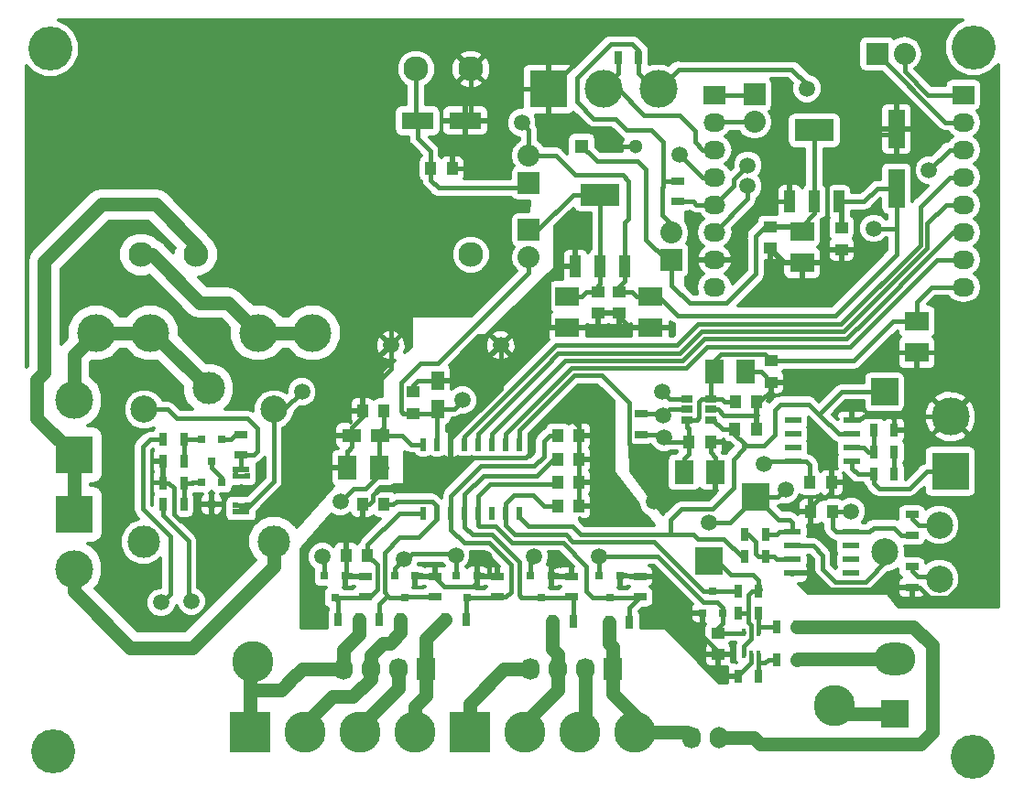
<source format=gtl>
G04 #@! TF.FileFunction,Copper,L1,Top,Signal*
%FSLAX46Y46*%
G04 Gerber Fmt 4.6, Leading zero omitted, Abs format (unit mm)*
G04 Created by KiCad (PCBNEW 4.0.2+dfsg1-stable) date wto, 5 mar 2019, 11:31:51*
%MOMM*%
G01*
G04 APERTURE LIST*
%ADD10C,0.100000*%
%ADD11R,3.500000X3.500000*%
%ADD12C,3.500000*%
%ADD13O,2.032000X1.727200*%
%ADD14R,2.032000X1.727200*%
%ADD15C,2.300000*%
%ADD16O,1.700000X2.000000*%
%ADD17O,1.720000X2.032000*%
%ADD18R,2.540000X2.540000*%
%ADD19R,2.230000X1.800000*%
%ADD20R,1.250000X1.000000*%
%ADD21R,1.000000X1.250000*%
%ADD22R,2.999740X1.600200*%
%ADD23R,1.800000X2.230000*%
%ADD24R,1.230000X1.800000*%
%ADD25R,1.800000X1.230000*%
%ADD26R,0.575000X0.600000*%
%ADD27R,1.650000X0.600000*%
%ADD28C,1.500000*%
%ADD29R,2.032000X2.032000*%
%ADD30O,2.032000X2.032000*%
%ADD31O,3.800000X3.000000*%
%ADD32C,3.810000*%
%ADD33R,3.810000X3.810000*%
%ADD34R,0.800100X0.800100*%
%ADD35R,0.700000X1.300000*%
%ADD36R,1.300000X0.700000*%
%ADD37R,1.700000X0.900000*%
%ADD38C,2.500000*%
%ADD39C,3.000000*%
%ADD40C,2.499360*%
%ADD41R,3.657600X2.032000*%
%ADD42R,1.016000X2.032000*%
%ADD43R,0.406400X0.660400*%
%ADD44R,0.508000X1.143000*%
%ADD45R,1.550000X0.600000*%
%ADD46R,1.060000X0.650000*%
%ADD47R,1.727200X2.032000*%
%ADD48O,1.727200X2.032000*%
%ADD49C,4.064000*%
%ADD50R,1.600200X3.599180*%
%ADD51R,1.300000X1.300000*%
%ADD52C,1.300000*%
%ADD53C,3.800000*%
%ADD54C,0.406400*%
%ADD55C,0.457200*%
%ADD56C,0.508000*%
%ADD57C,0.381000*%
%ADD58C,1.270000*%
%ADD59C,1.300000*%
%ADD60C,0.350000*%
G04 APERTURE END LIST*
D10*
D11*
X48450500Y-6540500D03*
D12*
X53530500Y-6540500D03*
X58610500Y-6540500D03*
D13*
X63811000Y-24844500D03*
X63811000Y-22304500D03*
X63811000Y-19764500D03*
X63811000Y-17224500D03*
X63811000Y-14684500D03*
X63811000Y-12144500D03*
X63811000Y-9604500D03*
D14*
X63811000Y-7064500D03*
X86811000Y-7064500D03*
D13*
X86811000Y-9604500D03*
X86811000Y-12144500D03*
X86811000Y-14684500D03*
X86811000Y-17224500D03*
X86811000Y-19764500D03*
X86811000Y-22304500D03*
X86811000Y-24844500D03*
D15*
X41275000Y-21844000D03*
X10795000Y-21844000D03*
X15875000Y-21844000D03*
X41275000Y-4664000D03*
X36195000Y-4664000D03*
D16*
X64250000Y-66500000D03*
D17*
X61710000Y-66500000D03*
D11*
X4572000Y-40386000D03*
D12*
X4572000Y-35306000D03*
D11*
X4572000Y-45847000D03*
D12*
X4572000Y-50927000D03*
D18*
X67564000Y-44259500D03*
X79502000Y-34544000D03*
X63246000Y-50165000D03*
D19*
X57895000Y-28618000D03*
X57895000Y-25698000D03*
D20*
X75520000Y-19370000D03*
X75520000Y-21370000D03*
X54995000Y-25258000D03*
X54995000Y-27258000D03*
X68961000Y-19256500D03*
X68961000Y-21256500D03*
X52995000Y-25258000D03*
X52995000Y-27258000D03*
D19*
X71882000Y-22605500D03*
X71882000Y-19685500D03*
X50195000Y-28618000D03*
X50195000Y-25698000D03*
D21*
X37544500Y-13906500D03*
X39544500Y-13906500D03*
D22*
X36344860Y-9461500D03*
X40744140Y-9461500D03*
D21*
X49292000Y-38608000D03*
X51292000Y-38608000D03*
X49292000Y-40767000D03*
X51292000Y-40767000D03*
X49292000Y-42926000D03*
X51292000Y-42926000D03*
X49292000Y-45085000D03*
X51292000Y-45085000D03*
X31258000Y-36296600D03*
X33258000Y-36296600D03*
D23*
X29858000Y-41566000D03*
X32778000Y-41566000D03*
D20*
X35941000Y-34560000D03*
X35941000Y-36560000D03*
D24*
X38227000Y-33488000D03*
X38227000Y-36108000D03*
D25*
X30258000Y-38566000D03*
X32878000Y-38566000D03*
D21*
X65702500Y-35493500D03*
X67702500Y-35493500D03*
X65675000Y-37973000D03*
X67675000Y-37973000D03*
D23*
X66674500Y-32702500D03*
X63754500Y-32702500D03*
D21*
X61420500Y-39179500D03*
X63420500Y-39179500D03*
D23*
X63880500Y-41973500D03*
X60960500Y-41973500D03*
D20*
X69024500Y-31639000D03*
X69024500Y-33639000D03*
D19*
X82486500Y-30924000D03*
X82486500Y-28004000D03*
D20*
X64121000Y-56849000D03*
X64121000Y-58849000D03*
D21*
X72619000Y-42942000D03*
X74619000Y-42942000D03*
X74678000Y-45600000D03*
X72678000Y-45600000D03*
D26*
X20581500Y-42350000D03*
X19506500Y-42350000D03*
X20581500Y-45050000D03*
D27*
X20044000Y-45650000D03*
X20044000Y-41750000D03*
D26*
X19506500Y-45050000D03*
D12*
X21638260Y-29083000D03*
X26636980Y-29083000D03*
X11635740Y-29083000D03*
X6637020Y-29083000D03*
D28*
X33860740Y-30226000D03*
X44020740Y-30226000D03*
D29*
X67500500Y-7048500D03*
D30*
X67500500Y-9588500D03*
D18*
X80500000Y-64340000D03*
D31*
X80500000Y-59260000D03*
D32*
X46228000Y-66040000D03*
X51308000Y-66040000D03*
D33*
X41148000Y-66040000D03*
D32*
X56388000Y-66040000D03*
D11*
X85598000Y-41910000D03*
D12*
X85598000Y-36830000D03*
D29*
X78820000Y-3270000D03*
D30*
X81360000Y-3270000D03*
D34*
X18244000Y-38949240D03*
X16344000Y-38949240D03*
X17294000Y-40948220D03*
X18244000Y-42949240D03*
X16344000Y-42949240D03*
X17294000Y-44948220D03*
D35*
X14744000Y-38950000D03*
X12844000Y-38950000D03*
X14744000Y-44950000D03*
X12844000Y-44950000D03*
X12844000Y-40950000D03*
X14744000Y-40950000D03*
X12844000Y-42950000D03*
X14744000Y-42950000D03*
X40828000Y-55626000D03*
X38928000Y-55626000D03*
X50734000Y-55753000D03*
X48834000Y-55753000D03*
X55941000Y-55880000D03*
X54041000Y-55880000D03*
D36*
X50546000Y-53528000D03*
X50546000Y-51628000D03*
X56896000Y-53528000D03*
X56896000Y-51628000D03*
D37*
X74549000Y-59235000D03*
X74549000Y-56335000D03*
D35*
X69535000Y-59309000D03*
X71435000Y-59309000D03*
X69535000Y-56261000D03*
X71435000Y-56261000D03*
X65979000Y-60833000D03*
X67879000Y-60833000D03*
X65979000Y-54991000D03*
X67879000Y-54991000D03*
X65979000Y-52959000D03*
X67879000Y-52959000D03*
X56770000Y-3620000D03*
X54870000Y-3620000D03*
D36*
X82042000Y-47813000D03*
X82042000Y-45913000D03*
X82042000Y-50739000D03*
X82042000Y-52639000D03*
X57023000Y-38478500D03*
X57023000Y-36578500D03*
X60420000Y-15020000D03*
X60420000Y-16920000D03*
D35*
X80420000Y-38070000D03*
X78520000Y-38070000D03*
X78519000Y-40117000D03*
X80419000Y-40117000D03*
X68514000Y-49784000D03*
X66614000Y-49784000D03*
X68514000Y-47752000D03*
X66614000Y-47752000D03*
X80420000Y-42170000D03*
X78520000Y-42170000D03*
D36*
X20044000Y-38500000D03*
X20044000Y-40400000D03*
D38*
X23068000Y-36176500D03*
D39*
X23068000Y-48376500D03*
X11018000Y-48426500D03*
D38*
X11068000Y-36176500D03*
D39*
X17018000Y-34226500D03*
D40*
X79542640Y-49362360D03*
X84582000Y-51861720D03*
X84582000Y-46863000D03*
D41*
X73025000Y-10350500D03*
D42*
X73025000Y-16954500D03*
X75311000Y-16954500D03*
X70739000Y-16954500D03*
D41*
X53220000Y-16318000D03*
D42*
X53220000Y-22922000D03*
X55506000Y-22922000D03*
X50934000Y-22922000D03*
D43*
X66522600Y-58801000D03*
X67843400Y-58801000D03*
X67183000Y-58801000D03*
X67843400Y-56769000D03*
X66522600Y-56769000D03*
D44*
X36881000Y-39411000D03*
X39421000Y-39411000D03*
X40691000Y-39411000D03*
X41961000Y-39411000D03*
X43231000Y-39411000D03*
X44501000Y-39411000D03*
X45771000Y-39411000D03*
X45771000Y-45761000D03*
X44501000Y-45761000D03*
X43231000Y-45761000D03*
X41961000Y-45761000D03*
X40691000Y-45761000D03*
X39421000Y-45761000D03*
X38151000Y-45761000D03*
X36881000Y-45761000D03*
X38151000Y-39411000D03*
D45*
X76474000Y-40987000D03*
X76474000Y-39717000D03*
X76474000Y-38447000D03*
X76474000Y-37177000D03*
X71074000Y-37177000D03*
X71074000Y-38447000D03*
X71074000Y-39717000D03*
X71074000Y-40987000D03*
X71018000Y-47515000D03*
X71018000Y-48785000D03*
X71018000Y-50055000D03*
X71018000Y-51325000D03*
X76418000Y-51325000D03*
X76418000Y-50055000D03*
X76418000Y-48785000D03*
X76418000Y-47515000D03*
D46*
X63462500Y-37113500D03*
X63462500Y-36163500D03*
X63462500Y-35213500D03*
X61262500Y-35213500D03*
X61262500Y-37113500D03*
X61262500Y-36163500D03*
D34*
X41844000Y-51577240D03*
X39944000Y-51577240D03*
X40894000Y-53576220D03*
X55052000Y-51577240D03*
X53152000Y-51577240D03*
X54102000Y-53576220D03*
X48702000Y-51577240D03*
X46802000Y-51577240D03*
X47752000Y-53576220D03*
X62677000Y-54975760D03*
X64577000Y-54975760D03*
X63627000Y-52976780D03*
D29*
X46620000Y-15220000D03*
D30*
X46620000Y-12680000D03*
D29*
X59817000Y-22352000D03*
D30*
X59817000Y-19812000D03*
D29*
X46620000Y-19570000D03*
D30*
X46620000Y-22110000D03*
D21*
X31734000Y-49657000D03*
X29734000Y-49657000D03*
X33258000Y-44958000D03*
X31258000Y-44958000D03*
D34*
X29652000Y-51577240D03*
X27752000Y-51577240D03*
X28702000Y-53576220D03*
X36129000Y-51577240D03*
X34229000Y-51577240D03*
X35179000Y-53576220D03*
D32*
X25908000Y-66040000D03*
X30988000Y-66040000D03*
D33*
X20828000Y-66040000D03*
D32*
X36068000Y-66040000D03*
D47*
X54356000Y-60198000D03*
D48*
X51816000Y-60198000D03*
X49276000Y-60198000D03*
X46736000Y-60198000D03*
D47*
X37084000Y-60198000D03*
D48*
X34544000Y-60198000D03*
X32004000Y-60198000D03*
X29464000Y-60198000D03*
D35*
X29022000Y-55626000D03*
X30922000Y-55626000D03*
X32832000Y-55626000D03*
X34732000Y-55626000D03*
D36*
X31496000Y-53528000D03*
X31496000Y-51628000D03*
X37973000Y-53528000D03*
X37973000Y-51628000D03*
X43688000Y-53528000D03*
X43688000Y-51628000D03*
D49*
X87630000Y-68326000D03*
X2667000Y-67818000D03*
X2413000Y-2794000D03*
X87757000Y-2667000D03*
D50*
X80620000Y-15720820D03*
X80620000Y-10219180D03*
D51*
X51520000Y-11820000D03*
D52*
X56520000Y-11820000D03*
D28*
X79920000Y-45495000D03*
X74420000Y-25270000D03*
X72820000Y-33970000D03*
X58170000Y-44720000D03*
X25654000Y-34544000D03*
X45974000Y-9652000D03*
X78520000Y-19420000D03*
X68389500Y-41211500D03*
X60706000Y-56388000D03*
X36830000Y-41910000D03*
X59182000Y-53721000D03*
X49022000Y-50165000D03*
X42545000Y-49911000D03*
X29718000Y-47498000D03*
X72326500Y-6477000D03*
X29210000Y-44704000D03*
X59118500Y-38735000D03*
X76431500Y-45600000D03*
X40513000Y-35306000D03*
X53086000Y-49784000D03*
X47117000Y-49784000D03*
X39878000Y-49657000D03*
X27559000Y-49784000D03*
X35052000Y-50038000D03*
X12636500Y-54038500D03*
X60579000Y-12573000D03*
X83629500Y-14033500D03*
X15430500Y-53911500D03*
X63246000Y-46609000D03*
X70358000Y-43561000D03*
X66865500Y-15494000D03*
X59055000Y-36703000D03*
X58928000Y-34544000D03*
X66865500Y-13589000D03*
D53*
X21100000Y-59500000D03*
X74900000Y-63600000D03*
D54*
X71018000Y-51325000D02*
X72915000Y-51325000D01*
X80711000Y-52639000D02*
X82042000Y-52639000D01*
X80518000Y-52832000D02*
X80711000Y-52639000D01*
X74422000Y-52832000D02*
X80518000Y-52832000D01*
X72915000Y-51325000D02*
X74422000Y-52832000D01*
X33860740Y-30226000D02*
X33860740Y-13286740D01*
X39544500Y-13906500D02*
X39544500Y-12435500D01*
X40744140Y-11235860D02*
X40744140Y-9461500D01*
X39544500Y-12435500D02*
X40744140Y-11235860D01*
X79920000Y-45495000D02*
X80108000Y-45495000D01*
X87122000Y-44577000D02*
X88011000Y-45466000D01*
X81026000Y-44577000D02*
X87122000Y-44577000D01*
X80108000Y-45495000D02*
X81026000Y-44577000D01*
X82042000Y-52639000D02*
X82738000Y-52639000D01*
X88011000Y-50927000D02*
X88011000Y-45466000D01*
X85344000Y-53594000D02*
X88011000Y-50927000D01*
X83693000Y-53594000D02*
X85344000Y-53594000D01*
X82738000Y-52639000D02*
X83693000Y-53594000D01*
X88011000Y-39243000D02*
X85598000Y-36830000D01*
X88011000Y-45466000D02*
X88011000Y-39243000D01*
X79920000Y-45495000D02*
X78642000Y-45495000D01*
X78642000Y-45495000D02*
X76089000Y-42942000D01*
X31258000Y-36296600D02*
X31258000Y-35036000D01*
X33860740Y-32433260D02*
X33860740Y-30226000D01*
X31258000Y-35036000D02*
X33860740Y-32433260D01*
X31258000Y-36296600D02*
X31258000Y-36839400D01*
X31258000Y-36839400D02*
X30258000Y-37839400D01*
X30258000Y-37839400D02*
X30258000Y-38566000D01*
X45771000Y-39411000D02*
X45771000Y-38040688D01*
X58170000Y-41660000D02*
X58170000Y-44720000D01*
X55880000Y-39370000D02*
X58170000Y-41660000D01*
X55880000Y-35560000D02*
X55880000Y-39370000D01*
X53340000Y-33020000D02*
X55880000Y-35560000D01*
X50791688Y-33020000D02*
X53340000Y-33020000D01*
X45771000Y-38040688D02*
X50791688Y-33020000D01*
X72820000Y-33970000D02*
X73270000Y-33970000D01*
X78941000Y-30924000D02*
X82486500Y-30924000D01*
X77295000Y-32570000D02*
X78941000Y-30924000D01*
X74670000Y-32570000D02*
X77295000Y-32570000D01*
X73270000Y-33970000D02*
X74670000Y-32570000D01*
X17294000Y-44948220D02*
X17294000Y-45946000D01*
X13350000Y-42950000D02*
X12844000Y-42950000D01*
X13795000Y-43395000D02*
X13350000Y-42950000D01*
X13795000Y-45837378D02*
X13795000Y-43395000D01*
X14427622Y-46470000D02*
X13795000Y-45837378D01*
X16770000Y-46470000D02*
X14427622Y-46470000D01*
X17294000Y-45946000D02*
X16770000Y-46470000D01*
X80420000Y-38070000D02*
X80420000Y-37045000D01*
X80420000Y-37045000D02*
X80145000Y-36770000D01*
X76474000Y-37177000D02*
X77138000Y-37177000D01*
X77138000Y-37177000D02*
X77545000Y-36770000D01*
X77545000Y-36770000D02*
X80145000Y-36770000D01*
X80145000Y-36770000D02*
X85538000Y-36770000D01*
X85538000Y-36770000D02*
X85598000Y-36830000D01*
D55*
X48450500Y-6540500D02*
X48549500Y-6540500D01*
X48549500Y-6540500D02*
X53645000Y-1445000D01*
X74485500Y-5810500D02*
X74485500Y-8128000D01*
X72445000Y-3770000D02*
X74485500Y-5810500D01*
X60645000Y-3770000D02*
X72445000Y-3770000D01*
X58320000Y-1445000D02*
X60645000Y-3770000D01*
X53645000Y-1445000D02*
X58320000Y-1445000D01*
X76520000Y-10720000D02*
X80119180Y-10720000D01*
X80119180Y-10720000D02*
X80620000Y-10219180D01*
X70739000Y-16954500D02*
X70739000Y-14014000D01*
X70739000Y-14014000D02*
X70231000Y-13506000D01*
X85855000Y-36830000D02*
X85598000Y-36830000D01*
X74619000Y-42942000D02*
X76089000Y-42942000D01*
X17294000Y-44948220D02*
X17294000Y-45819000D01*
X26349000Y-41566000D02*
X29858000Y-41566000D01*
X21345000Y-46570000D02*
X26349000Y-41566000D01*
X18045000Y-46570000D02*
X21345000Y-46570000D01*
X17294000Y-45819000D02*
X18045000Y-46570000D01*
D56*
X74420000Y-25270000D02*
X72595000Y-25270000D01*
X71882000Y-24557000D02*
X71882000Y-22605500D01*
X72595000Y-25270000D02*
X71882000Y-24557000D01*
D55*
X71882000Y-22605500D02*
X73459500Y-22605500D01*
X73459500Y-22605500D02*
X74170000Y-21895000D01*
X74170000Y-21895000D02*
X74170000Y-14795000D01*
X74170000Y-14795000D02*
X76520000Y-12445000D01*
X76520000Y-12445000D02*
X76520000Y-10720000D01*
X76520000Y-10720000D02*
X76520000Y-9270000D01*
D56*
X71882000Y-22605500D02*
X70230500Y-22605500D01*
X68961000Y-21256500D02*
X68961000Y-21336000D01*
X68961000Y-21336000D02*
X70230500Y-22605500D01*
X74420000Y-25270000D02*
X74420000Y-24520000D01*
D57*
X72820000Y-33970000D02*
X72489000Y-33639000D01*
X72489000Y-33639000D02*
X69024500Y-33639000D01*
D56*
X74420000Y-24520000D02*
X75520000Y-23420000D01*
X75520000Y-23420000D02*
X75520000Y-21370000D01*
D55*
X63420500Y-39179500D02*
X63420500Y-40120500D01*
X63880500Y-40580500D02*
X63880500Y-41973500D01*
X63420500Y-40120500D02*
X63880500Y-40580500D01*
X60170000Y-44323000D02*
X58567000Y-44323000D01*
D57*
X58567000Y-44323000D02*
X58170000Y-44720000D01*
D55*
X63246000Y-44323000D02*
X63880500Y-43688500D01*
X60170000Y-44323000D02*
X63246000Y-44323000D01*
X63880500Y-43688500D02*
X63880500Y-41973500D01*
D57*
X53620000Y-11070000D02*
X53570000Y-11070000D01*
D55*
X48450500Y-9450500D02*
X48450500Y-6540500D01*
X49220000Y-10220000D02*
X48450500Y-9450500D01*
X52720000Y-10220000D02*
X49220000Y-10220000D01*
X53570000Y-11070000D02*
X52720000Y-10220000D01*
X56520000Y-11820000D02*
X54370000Y-11820000D01*
D57*
X53470000Y-10920000D02*
X53370000Y-10920000D01*
D55*
X54370000Y-11820000D02*
X53620000Y-11070000D01*
D57*
X53620000Y-11070000D02*
X53470000Y-10920000D01*
X75520000Y-8270000D02*
X75520000Y-8273500D01*
X75520000Y-8273500D02*
X75374500Y-8128000D01*
D55*
X75374500Y-8128000D02*
X74485500Y-8128000D01*
X76520000Y-9270000D02*
X75520000Y-8270000D01*
D57*
X39151000Y-2540000D02*
X41275000Y-4664000D01*
X33860740Y-13286740D02*
X30797500Y-10223500D01*
X30797500Y-10223500D02*
X30797500Y-3937000D01*
X30797500Y-3937000D02*
X32194500Y-2540000D01*
X32194500Y-2540000D02*
X39151000Y-2540000D01*
D55*
X70231000Y-9080500D02*
X70231000Y-13506000D01*
X71183500Y-8128000D02*
X70231000Y-9080500D01*
X74485500Y-8128000D02*
X71183500Y-8128000D01*
X63811000Y-22304500D02*
X65325500Y-22304500D01*
X68326000Y-16954500D02*
X70739000Y-16954500D01*
X66230500Y-19050000D02*
X68326000Y-16954500D01*
X66230500Y-21399500D02*
X66230500Y-19050000D01*
X65325500Y-22304500D02*
X66230500Y-21399500D01*
D57*
X85598000Y-36830000D02*
X86423500Y-36830000D01*
X82486500Y-30924000D02*
X82486500Y-33718500D01*
X82486500Y-33718500D02*
X85598000Y-36830000D01*
X66674500Y-32702500D02*
X68088000Y-32702500D01*
X68088000Y-32702500D02*
X69024500Y-33639000D01*
X67702500Y-35493500D02*
X67948000Y-35493500D01*
X67948000Y-35493500D02*
X69024500Y-34417000D01*
X69024500Y-34417000D02*
X69024500Y-33639000D01*
X67675000Y-37973000D02*
X67675000Y-35521000D01*
X67675000Y-35521000D02*
X67702500Y-35493500D01*
X68961000Y-21336000D02*
X70230500Y-22605500D01*
D55*
X48450500Y-6540500D02*
X43151500Y-6540500D01*
X43151500Y-6540500D02*
X41275000Y-4664000D01*
X41275000Y-4664000D02*
X41275000Y-8930640D01*
D57*
X41275000Y-8930640D02*
X40744140Y-9461500D01*
X63462500Y-36163500D02*
X64103500Y-36163500D01*
X67646623Y-36874377D02*
X67646623Y-36874378D01*
X67475246Y-36703000D02*
X67646623Y-36874377D01*
X64643000Y-36703000D02*
X67475246Y-36703000D01*
X64103500Y-36163500D02*
X64643000Y-36703000D01*
X67646623Y-36874378D02*
X67605000Y-37903000D01*
X67605000Y-37903000D02*
X67675000Y-37973000D01*
X72678000Y-45600000D02*
X72678000Y-45178000D01*
X72678000Y-45178000D02*
X73533000Y-44323000D01*
X73533000Y-44323000D02*
X74041000Y-44323000D01*
X74041000Y-44323000D02*
X74619000Y-43745000D01*
X74619000Y-43745000D02*
X74619000Y-42942000D01*
X12844000Y-40950000D02*
X12844000Y-42950000D01*
X17082700Y-44948200D02*
X17189100Y-44948200D01*
X17294000Y-44948200D02*
X17189100Y-44948200D01*
X29877600Y-40006200D02*
X29858000Y-40006200D01*
D55*
X30258000Y-39625800D02*
X29877600Y-40006200D01*
X29858000Y-41566000D02*
X29858000Y-40006200D01*
D57*
X67702500Y-35493500D02*
X67427000Y-35493500D01*
D55*
X30258000Y-39095900D02*
X30258000Y-39625800D01*
D57*
X30258000Y-39095900D02*
X30258000Y-38566000D01*
X71548500Y-51325000D02*
X71018000Y-51325000D01*
X63420500Y-39179500D02*
X63420500Y-39714400D01*
X45771000Y-39685900D02*
X45771000Y-39411000D01*
D54*
X23068000Y-36176500D02*
X24021500Y-36176500D01*
X24021500Y-36176500D02*
X25654000Y-34544000D01*
X46620000Y-10298000D02*
X46620000Y-12680000D01*
X45974000Y-9652000D02*
X46620000Y-10298000D01*
X80620000Y-19420000D02*
X78520000Y-19420000D01*
X78150000Y-24290000D02*
X78150000Y-24270000D01*
X80620000Y-21800000D02*
X80620000Y-19420000D01*
X80620000Y-19420000D02*
X80620000Y-15720820D01*
X78150000Y-24270000D02*
X80620000Y-21800000D01*
X75311000Y-16954500D02*
X77615500Y-16954500D01*
X77615500Y-16954500D02*
X78849180Y-15720820D01*
X78849180Y-15720820D02*
X80620000Y-15720820D01*
D55*
X55506000Y-22922000D02*
X55506000Y-18884000D01*
X48395000Y-12680000D02*
X46620000Y-12680000D01*
X49105000Y-12680000D02*
X48395000Y-12680000D01*
X50920000Y-14495000D02*
X49105000Y-12680000D01*
X55320000Y-14495000D02*
X50920000Y-14495000D01*
X55845000Y-15020000D02*
X55320000Y-14495000D01*
X55845000Y-18545000D02*
X55845000Y-15020000D01*
X55506000Y-18884000D02*
X55845000Y-18545000D01*
X54995000Y-25258000D02*
X54995000Y-24795000D01*
X54995000Y-24795000D02*
X55506000Y-24284000D01*
X55506000Y-24284000D02*
X55506000Y-22922000D01*
X55506000Y-22922000D02*
X55506000Y-23713000D01*
X57895000Y-25698000D02*
X56623000Y-25698000D01*
X56183000Y-25258000D02*
X54995000Y-25258000D01*
X56623000Y-25698000D02*
X56183000Y-25258000D01*
X57895000Y-25698000D02*
X58598000Y-25698000D01*
X58598000Y-25698000D02*
X60357398Y-27457398D01*
X74982602Y-27457398D02*
X78150000Y-24290000D01*
X60357398Y-27457398D02*
X74982602Y-27457398D01*
D56*
X75520000Y-19370000D02*
X75520000Y-17163500D01*
X75520000Y-17163500D02*
X75311000Y-16954500D01*
D57*
X75520000Y-17163500D02*
X75311000Y-16954500D01*
X71074000Y-40987000D02*
X68614000Y-40987000D01*
X68614000Y-40987000D02*
X68389500Y-41211500D01*
X57895000Y-25698000D02*
X58083000Y-25698000D01*
X20044000Y-45275500D02*
X20637500Y-45275500D01*
X20637500Y-45275500D02*
X23068000Y-42845000D01*
X23068000Y-42845000D02*
X23068000Y-36176500D01*
X46620000Y-12680000D02*
X47255000Y-12680000D01*
X20044000Y-45650000D02*
X20044000Y-45615000D01*
X72619000Y-42942000D02*
X72619000Y-41872200D01*
X20044000Y-45650000D02*
X20044000Y-45275500D01*
X20044000Y-45275500D02*
X20044000Y-45050000D01*
X19506500Y-45050000D02*
X20044000Y-45050000D01*
X20044000Y-45050000D02*
X20581500Y-45050000D01*
X71525100Y-40987000D02*
X72293800Y-40987000D01*
X71525100Y-40987000D02*
X71074000Y-40987000D01*
X72619000Y-41312200D02*
X72293800Y-40987000D01*
X72619000Y-41872200D02*
X72619000Y-41312200D01*
X22986000Y-36160000D02*
X22986000Y-37259300D01*
D54*
X61214000Y-54975760D02*
X61214000Y-55880000D01*
X61214000Y-55880000D02*
X60706000Y-56388000D01*
D57*
X38354000Y-42164000D02*
X37084000Y-42164000D01*
X37084000Y-42164000D02*
X36830000Y-41910000D01*
D54*
X64121000Y-58849000D02*
X64121000Y-58612800D01*
X64121000Y-58612800D02*
X63412400Y-57904200D01*
X38227000Y-33488000D02*
X42102000Y-33488000D01*
X42102000Y-33488000D02*
X44020740Y-31569260D01*
X35941000Y-34560000D02*
X35941000Y-33909000D01*
X35941000Y-33909000D02*
X36362000Y-33488000D01*
X36362000Y-33488000D02*
X38227000Y-33488000D01*
X39421000Y-39411000D02*
X39421000Y-38858406D01*
X39421000Y-38858406D02*
X41933703Y-36345703D01*
X44020740Y-34258666D02*
X44020740Y-31569260D01*
X42087006Y-36192400D02*
X44020740Y-34258666D01*
X41933703Y-36345703D02*
X42087006Y-36192400D01*
X44020740Y-31569260D02*
X44020740Y-30226000D01*
X37973000Y-51628000D02*
X37973000Y-51698000D01*
X37973000Y-51698000D02*
X38845000Y-52570000D01*
X41844000Y-52171000D02*
X41844000Y-51577240D01*
X41445000Y-52570000D02*
X41844000Y-52171000D01*
X38845000Y-52570000D02*
X41445000Y-52570000D01*
D55*
X50934000Y-22922000D02*
X49668000Y-22922000D01*
X48420000Y-24170000D02*
X48420000Y-28618000D01*
X49668000Y-22922000D02*
X48420000Y-24170000D01*
X50934000Y-22922000D02*
X50934000Y-23343000D01*
X50195000Y-28618000D02*
X52622000Y-28618000D01*
X52995000Y-28245000D02*
X52995000Y-27258000D01*
X52622000Y-28618000D02*
X52995000Y-28245000D01*
X54995000Y-27258000D02*
X54995000Y-27620000D01*
X54995000Y-27620000D02*
X55993000Y-28618000D01*
X55993000Y-28618000D02*
X57895000Y-28618000D01*
D57*
X31258000Y-44958000D02*
X31877000Y-44958000D01*
X32194500Y-44132500D02*
X32766000Y-43561000D01*
X32194500Y-44640500D02*
X32194500Y-44132500D01*
X31877000Y-44958000D02*
X32194500Y-44640500D01*
X39421000Y-41021000D02*
X40005000Y-41021000D01*
X51292000Y-37703000D02*
X51292000Y-38608000D01*
X50546000Y-36957000D02*
X51292000Y-37703000D01*
X48387000Y-36957000D02*
X50546000Y-36957000D01*
X46990000Y-38354000D02*
X48387000Y-36957000D01*
X46990000Y-40005000D02*
X46990000Y-38354000D01*
X46355000Y-40640000D02*
X46990000Y-40005000D01*
X40386000Y-40640000D02*
X46355000Y-40640000D01*
X40005000Y-41021000D02*
X40386000Y-40640000D01*
X62677000Y-54975760D02*
X61214000Y-54975760D01*
X61214000Y-54975760D02*
X60436760Y-54975760D01*
X60436760Y-54975760D02*
X59182000Y-53721000D01*
X39421000Y-41097000D02*
X39421000Y-41021000D01*
X39421000Y-41021000D02*
X39421000Y-39411000D01*
X36957000Y-43561000D02*
X38354000Y-42164000D01*
X38354000Y-42164000D02*
X39421000Y-41097000D01*
X32766000Y-43561000D02*
X36957000Y-43561000D01*
X31258000Y-44958000D02*
X31258000Y-45958000D01*
X31258000Y-45958000D02*
X29718000Y-47498000D01*
X59182000Y-53721000D02*
X59182000Y-52070000D01*
X59182000Y-52070000D02*
X59182000Y-52197000D01*
X59182000Y-52197000D02*
X59182000Y-52070000D01*
X55052000Y-51577240D02*
X56845240Y-51577240D01*
X56845240Y-51577240D02*
X56896000Y-51628000D01*
D54*
X50546000Y-51628000D02*
X48752760Y-51628000D01*
D57*
X48752760Y-51628000D02*
X48702000Y-51577240D01*
X56896000Y-51628000D02*
X58740000Y-51628000D01*
X58740000Y-51628000D02*
X59182000Y-52070000D01*
X39421000Y-39411000D02*
X39421000Y-39055972D01*
X43942000Y-30304740D02*
X44020740Y-30226000D01*
D55*
X50195000Y-28618000D02*
X48420000Y-28618000D01*
X48420000Y-28618000D02*
X45628740Y-28618000D01*
D57*
X45628740Y-28618000D02*
X44020740Y-30226000D01*
X64121000Y-58849000D02*
X64121000Y-60311000D01*
X64643000Y-60833000D02*
X65979000Y-60833000D01*
X64121000Y-60311000D02*
X64643000Y-60833000D01*
X67183000Y-58801000D02*
X67183000Y-59563000D01*
X67183000Y-59563000D02*
X65979000Y-60767000D01*
X65979000Y-60767000D02*
X65979000Y-60833000D01*
X56845240Y-51577240D02*
X56896000Y-51628000D01*
D55*
X51292000Y-40767000D02*
X51292000Y-42926000D01*
X51292000Y-38608000D02*
X51292000Y-40767000D01*
X51292000Y-45085000D02*
X51292000Y-42926000D01*
D54*
X48702000Y-51577240D02*
X48702000Y-50485000D01*
D57*
X48702000Y-50485000D02*
X49022000Y-50165000D01*
X48702000Y-51577240D02*
X50495240Y-51577240D01*
X50495240Y-51577240D02*
X50546000Y-51628000D01*
D54*
X42926000Y-51628000D02*
X42926000Y-50292000D01*
D57*
X42926000Y-50292000D02*
X42545000Y-49911000D01*
D55*
X29734000Y-47514000D02*
X29734000Y-49657000D01*
D57*
X29718000Y-47498000D02*
X29734000Y-47514000D01*
X43688000Y-51628000D02*
X42926000Y-51628000D01*
D54*
X42926000Y-51628000D02*
X41894760Y-51628000D01*
D57*
X41894760Y-51628000D02*
X41844000Y-51577240D01*
D55*
X29734000Y-49657000D02*
X29734000Y-51495240D01*
D57*
X29734000Y-51495240D02*
X29652000Y-51577240D01*
D55*
X31496000Y-51628000D02*
X29702760Y-51628000D01*
D57*
X29702760Y-51628000D02*
X29652000Y-51577240D01*
D55*
X37973000Y-51628000D02*
X36179760Y-51628000D01*
D57*
X36179760Y-51628000D02*
X36129000Y-51577240D01*
X52995000Y-27258000D02*
X54995000Y-27258000D01*
X50195000Y-28618000D02*
X50195000Y-27945600D01*
X62677000Y-57168800D02*
X62677000Y-54975800D01*
X63412400Y-57904200D02*
X62677000Y-57168800D01*
D54*
X82486500Y-28004000D02*
X82486500Y-26193500D01*
X83835500Y-24844500D02*
X86811000Y-24844500D01*
X82486500Y-26193500D02*
X83835500Y-24844500D01*
X54140000Y-9270000D02*
X54620000Y-9270000D01*
X55670000Y-10320000D02*
X57969898Y-10320000D01*
X54620000Y-9270000D02*
X55670000Y-10320000D01*
X82042000Y-47813000D02*
X81083000Y-47813000D01*
X81083000Y-47813000D02*
X80387000Y-47117000D01*
X76418000Y-47515000D02*
X78088000Y-47515000D01*
X78088000Y-47515000D02*
X78486000Y-47117000D01*
X78486000Y-47117000D02*
X80387000Y-47117000D01*
X36881000Y-39411000D02*
X35728000Y-39411000D01*
X34883000Y-38566000D02*
X32878000Y-38566000D01*
X35728000Y-39411000D02*
X34883000Y-38566000D01*
X32878000Y-38566000D02*
X32878000Y-38191200D01*
X32878000Y-38191200D02*
X33258000Y-37811200D01*
X33258000Y-37811200D02*
X33258000Y-36296600D01*
D55*
X60420000Y-15020000D02*
X59032500Y-15020000D01*
X59070000Y-15070000D02*
X59032500Y-15070000D01*
X59070000Y-15057500D02*
X59070000Y-15070000D01*
X59032500Y-15020000D02*
X59070000Y-15057500D01*
X51070000Y-5770000D02*
X51070000Y-7695000D01*
X59032500Y-11382602D02*
X57969898Y-10320000D01*
X59032500Y-15070000D02*
X59032500Y-11382602D01*
X54140000Y-9270000D02*
X52645000Y-9270000D01*
X56145000Y-2345000D02*
X54245000Y-2345000D01*
X54245000Y-2345000D02*
X51070000Y-5520000D01*
X51070000Y-5520000D02*
X51070000Y-5770000D01*
X56770000Y-2970000D02*
X56145000Y-2345000D01*
X51070000Y-7695000D02*
X52645000Y-9270000D01*
X56770000Y-3620000D02*
X56770000Y-2970000D01*
X56770000Y-3620000D02*
X56770000Y-5070000D01*
X56770000Y-5070000D02*
X58240500Y-6540500D01*
X58240500Y-6540500D02*
X58610500Y-6540500D01*
X59032500Y-15582500D02*
X59032500Y-15070000D01*
X59817000Y-19812000D02*
X59817000Y-18992000D01*
X59817000Y-18992000D02*
X58995000Y-18170000D01*
X58995000Y-15620000D02*
X59032500Y-15582500D01*
X58995000Y-18170000D02*
X58995000Y-15620000D01*
D57*
X72326500Y-6477000D02*
X72326500Y-6101500D01*
D55*
X60456000Y-4695000D02*
X58610500Y-6540500D01*
X70920000Y-4695000D02*
X60456000Y-4695000D01*
X72326500Y-6101500D02*
X70920000Y-4695000D01*
X61262500Y-37113500D02*
X61262500Y-37787500D01*
X61420500Y-37945500D02*
X61420500Y-39179500D01*
X61262500Y-37787500D02*
X61420500Y-37945500D01*
D57*
X63462500Y-35213500D02*
X63462500Y-32994500D01*
X63462500Y-32994500D02*
X63754500Y-32702500D01*
X61262500Y-37113500D02*
X62176500Y-37113500D01*
X62576500Y-35213500D02*
X63462500Y-35213500D01*
X62370000Y-35420000D02*
X62576500Y-35213500D01*
X62370000Y-36920000D02*
X62370000Y-35420000D01*
X62176500Y-37113500D02*
X62370000Y-36920000D01*
D55*
X60960500Y-41973500D02*
X60960500Y-40729500D01*
X60960500Y-40729500D02*
X61420500Y-40269500D01*
X61420500Y-40269500D02*
X61420500Y-39179500D01*
D57*
X59817000Y-19812000D02*
X59512000Y-19812000D01*
X59817000Y-19812000D02*
X59817000Y-19367000D01*
X57023000Y-38478500D02*
X58862000Y-38478500D01*
X58862000Y-38478500D02*
X59118500Y-38735000D01*
X32778000Y-41566000D02*
X32778000Y-42215500D01*
X32778000Y-42215500D02*
X31496000Y-43497500D01*
X31496000Y-43497500D02*
X30416500Y-43497500D01*
X30416500Y-43497500D02*
X29210000Y-44704000D01*
X61420500Y-39179500D02*
X59563000Y-39179500D01*
X59563000Y-39179500D02*
X59118500Y-38735000D01*
D55*
X69024500Y-31639000D02*
X76692000Y-31639000D01*
X80327000Y-28004000D02*
X82486500Y-28004000D01*
X76692000Y-31639000D02*
X80327000Y-28004000D01*
D57*
X63754500Y-32702500D02*
X63754500Y-31686002D01*
X63754500Y-31686002D02*
X64389002Y-31051500D01*
X64389002Y-31051500D02*
X68437000Y-31051500D01*
X68437000Y-31051500D02*
X69024500Y-31639000D01*
X59817000Y-19812000D02*
X59372500Y-19812000D01*
X58610500Y-6540500D02*
X59245500Y-6540500D01*
D55*
X74678000Y-45600000D02*
X74678000Y-47119000D01*
X74678000Y-47119000D02*
X75074000Y-47515000D01*
X75074000Y-47515000D02*
X76418000Y-47515000D01*
X32778000Y-41566000D02*
X32778000Y-38666000D01*
D57*
X32778000Y-38666000D02*
X32878000Y-38566000D01*
X32878000Y-38566000D02*
X33550400Y-38566000D01*
X65702500Y-35493500D02*
X64757700Y-35493500D01*
X61262500Y-37113500D02*
X61346600Y-37113500D01*
X63462500Y-35213500D02*
X63754500Y-35213500D01*
X64477700Y-35213500D02*
X64757700Y-35493500D01*
X63754500Y-35213500D02*
X64477700Y-35213500D01*
X61420500Y-39073600D02*
X61420500Y-39179500D01*
X75808100Y-47515000D02*
X76418000Y-47515000D01*
X33450400Y-41566000D02*
X32778000Y-41566000D01*
D55*
X76431500Y-45600000D02*
X74678000Y-45600000D01*
D54*
X46620000Y-22110000D02*
X46620000Y-23484000D01*
X38227000Y-31877000D02*
X36576000Y-31877000D01*
X46620000Y-23484000D02*
X38227000Y-31877000D01*
X38227000Y-36108000D02*
X39711000Y-36108000D01*
X39711000Y-36108000D02*
X40513000Y-35306000D01*
X35941000Y-36560000D02*
X35036000Y-36560000D01*
X35036000Y-36560000D02*
X34798000Y-36322000D01*
X34798000Y-36322000D02*
X34798000Y-33655000D01*
X34798000Y-33655000D02*
X36576000Y-31877000D01*
X35941000Y-36560000D02*
X37775000Y-36560000D01*
X37775000Y-36560000D02*
X38227000Y-36108000D01*
X38151000Y-39411000D02*
X38151000Y-36184000D01*
X38151000Y-36184000D02*
X38227000Y-36108000D01*
D55*
X47053500Y-22543500D02*
X46620000Y-22110000D01*
D57*
X64121000Y-56849000D02*
X66429498Y-56849000D01*
X66429498Y-56849000D02*
X66509498Y-56769000D01*
X66509498Y-56769000D02*
X66522600Y-56769000D01*
X64121000Y-56849000D02*
X64121000Y-56369000D01*
X64121000Y-56369000D02*
X64577000Y-55913000D01*
X64577000Y-55913000D02*
X64577000Y-54975760D01*
X64577000Y-54975760D02*
X64577000Y-54544000D01*
X58547000Y-49784000D02*
X53086000Y-49784000D01*
X62738000Y-53975000D02*
X58547000Y-49784000D01*
X64008000Y-53975000D02*
X62738000Y-53975000D01*
X64577000Y-54544000D02*
X64008000Y-53975000D01*
D54*
X53152000Y-51577240D02*
X53152000Y-49850000D01*
D57*
X53152000Y-49850000D02*
X53086000Y-49784000D01*
D55*
X39944000Y-51577240D02*
X39944000Y-49723000D01*
D57*
X46802000Y-50099000D02*
X46802000Y-51577240D01*
X47117000Y-49784000D02*
X46802000Y-50099000D01*
X39944000Y-49723000D02*
X39878000Y-49657000D01*
X35052000Y-50038000D02*
X35306000Y-50038000D01*
X39944000Y-50104000D02*
X39944000Y-50419000D01*
X39944000Y-50419000D02*
X39944000Y-51577240D01*
X39370000Y-49530000D02*
X39944000Y-50104000D01*
D55*
X35814000Y-49530000D02*
X39370000Y-49530000D01*
X35306000Y-50038000D02*
X35814000Y-49530000D01*
X34229000Y-51577240D02*
X34229000Y-50861000D01*
X27752000Y-49977000D02*
X27752000Y-51577240D01*
D57*
X27559000Y-49784000D02*
X27752000Y-49977000D01*
D55*
X34229000Y-50861000D02*
X35052000Y-50038000D01*
D57*
X38151000Y-39155800D02*
X38151000Y-39411000D01*
X64577000Y-55239300D02*
X64577000Y-54975800D01*
X45720000Y-43053000D02*
X49165000Y-43053000D01*
X49165000Y-43053000D02*
X49292000Y-42926000D01*
X49165000Y-43053000D02*
X49292000Y-42926000D01*
X41961000Y-44145000D02*
X41961000Y-45761000D01*
X43053000Y-43053000D02*
X41961000Y-44145000D01*
X45720000Y-43053000D02*
X43053000Y-43053000D01*
X54102000Y-53576220D02*
X52560220Y-53576220D01*
X41961000Y-46914000D02*
X41961000Y-45761000D01*
X42037000Y-46990000D02*
X41961000Y-46914000D01*
X43561000Y-46990000D02*
X42037000Y-46990000D01*
X45085000Y-48514000D02*
X43561000Y-46990000D01*
X49784000Y-48514000D02*
X45085000Y-48514000D01*
X51943000Y-50673000D02*
X49784000Y-48514000D01*
X51943000Y-52959000D02*
X51943000Y-50673000D01*
X52560220Y-53576220D02*
X51943000Y-52959000D01*
X54102000Y-53576220D02*
X56847780Y-53576220D01*
X56847780Y-53576220D02*
X56896000Y-53528000D01*
X55941000Y-55880000D02*
X55941000Y-54483000D01*
X55941000Y-54483000D02*
X56896000Y-53528000D01*
X44501000Y-45761000D02*
X44501000Y-44839000D01*
X45271000Y-44069000D02*
X46990000Y-44069000D01*
X44501000Y-44839000D02*
X45271000Y-44069000D01*
X63627000Y-52976780D02*
X62755780Y-52976780D01*
X44501000Y-46914000D02*
X44501000Y-45761000D01*
X45339000Y-47752000D02*
X44501000Y-46914000D01*
X50038000Y-47752000D02*
X45339000Y-47752000D01*
X50673002Y-48387002D02*
X50038000Y-47752000D01*
X58166002Y-48387002D02*
X50673002Y-48387002D01*
X62755780Y-52976780D02*
X58166002Y-48387002D01*
X63627000Y-52976780D02*
X65961220Y-52976780D01*
X65961220Y-52976780D02*
X65979000Y-52959000D01*
X46990000Y-44069000D02*
X48006000Y-45085000D01*
X48006000Y-45085000D02*
X49292000Y-45085000D01*
X65508000Y-43458000D02*
X65507000Y-43458000D01*
X59695000Y-46420000D02*
X59695000Y-47752000D01*
X60745000Y-45370000D02*
X59695000Y-46420000D01*
X63595000Y-45370000D02*
X60745000Y-45370000D01*
X65507000Y-43458000D02*
X63595000Y-45370000D01*
X58470000Y-47752000D02*
X59695000Y-47752000D01*
X57912000Y-47752000D02*
X58470000Y-47752000D01*
X59695000Y-47752000D02*
X61852000Y-47752000D01*
X62233000Y-48133000D02*
X64643000Y-48133000D01*
X64643000Y-48133000D02*
X66294000Y-49784000D01*
X61852000Y-47752000D02*
X62233000Y-48133000D01*
X66294000Y-49784000D02*
X66614000Y-49784000D01*
X66484500Y-39306500D02*
X66484500Y-39814500D01*
X65532000Y-43434000D02*
X65508000Y-43458000D01*
X65532000Y-40767000D02*
X65532000Y-43434000D01*
X66484500Y-39814500D02*
X65532000Y-40767000D01*
X79502000Y-34544000D02*
X75565000Y-34544000D01*
X75565000Y-34544000D02*
X73469500Y-36639500D01*
X65675000Y-37973000D02*
X65675000Y-38497000D01*
X65675000Y-38497000D02*
X66484500Y-39306500D01*
X66484500Y-39306500D02*
X66675000Y-39497000D01*
X75277000Y-38447000D02*
X76474000Y-38447000D01*
X72517000Y-35687000D02*
X73469500Y-36639500D01*
X73469500Y-36639500D02*
X75277000Y-38447000D01*
X69850000Y-35687000D02*
X72517000Y-35687000D01*
X69342000Y-36195000D02*
X69850000Y-35687000D01*
X69342000Y-38481000D02*
X69342000Y-36195000D01*
X68326000Y-39497000D02*
X69342000Y-38481000D01*
X66675000Y-39497000D02*
X67564000Y-39497000D01*
X67564000Y-39497000D02*
X68326000Y-39497000D01*
X63462500Y-37113500D02*
X63656500Y-37113500D01*
X63656500Y-37113500D02*
X64516000Y-37973000D01*
X64516000Y-37973000D02*
X65675000Y-37973000D01*
X55880000Y-47752000D02*
X57912000Y-47752000D01*
X51435000Y-47752000D02*
X55880000Y-47752000D01*
X50673000Y-46990000D02*
X51435000Y-47752000D01*
X46609000Y-46990000D02*
X50673000Y-46990000D01*
X45771000Y-46152000D02*
X46609000Y-46990000D01*
X45771000Y-45761000D02*
X45771000Y-46152000D01*
X63755000Y-37113500D02*
X63729800Y-37113500D01*
X63462500Y-37113500D02*
X63729800Y-37113500D01*
D58*
X10795000Y-21844000D02*
X11774000Y-21844000D01*
X11774000Y-21844000D02*
X16219000Y-26289000D01*
X16219000Y-26289000D02*
X18844260Y-26289000D01*
X18844260Y-26289000D02*
X21638260Y-29083000D01*
X20955000Y-29083000D02*
X21638260Y-29083000D01*
X21638260Y-29083000D02*
X26636980Y-29083000D01*
X11635740Y-29083000D02*
X11874500Y-29083000D01*
X11874500Y-29083000D02*
X17018000Y-34226500D01*
X11635740Y-29083000D02*
X6637020Y-29083000D01*
X4572000Y-31148020D02*
X6637020Y-29083000D01*
X4572000Y-35306000D02*
X4572000Y-31148020D01*
D59*
X74549000Y-59235000D02*
X80475000Y-59235000D01*
X80475000Y-59235000D02*
X80500000Y-59260000D01*
X74549000Y-59235000D02*
X71509000Y-59235000D01*
X71509000Y-59235000D02*
X71435000Y-59309000D01*
D57*
X63811000Y-7064500D02*
X67484500Y-7064500D01*
X67484500Y-7064500D02*
X67500500Y-7048500D01*
X67500500Y-9588500D02*
X63827000Y-9588500D01*
X63827000Y-9588500D02*
X63811000Y-9604500D01*
D59*
X46736000Y-60198000D02*
X44323000Y-60198000D01*
X41148000Y-63373000D02*
X41148000Y-66040000D01*
X44323000Y-60198000D02*
X41148000Y-63373000D01*
X56388000Y-66040000D02*
X61250000Y-66040000D01*
X61250000Y-66040000D02*
X61710000Y-66500000D01*
X54356000Y-60198000D02*
X54356000Y-58166000D01*
X54041000Y-57851000D02*
X54041000Y-55880000D01*
X54356000Y-58166000D02*
X54041000Y-57851000D01*
X56388000Y-66040000D02*
X56388000Y-64516000D01*
X56388000Y-64516000D02*
X54356000Y-62484000D01*
X54356000Y-62484000D02*
X54356000Y-60198000D01*
D57*
X78520000Y-42170000D02*
X78520000Y-43020000D01*
X81818200Y-43495000D02*
X83403200Y-41910000D01*
X78995000Y-43495000D02*
X81818200Y-43495000D01*
X78520000Y-43020000D02*
X78995000Y-43495000D01*
X76474000Y-40987000D02*
X76474000Y-41599000D01*
X77039000Y-42164000D02*
X78520000Y-42170000D01*
X76474000Y-41599000D02*
X77039000Y-42164000D01*
X85598000Y-41910000D02*
X83403200Y-41910000D01*
X53530500Y-6540500D02*
X53530500Y-6409500D01*
X53530500Y-6409500D02*
X54870000Y-5070000D01*
X54870000Y-5070000D02*
X54870000Y-3620000D01*
X53530500Y-6540500D02*
X54890500Y-6540500D01*
X54890500Y-6540500D02*
X57295000Y-8945000D01*
X62719500Y-12144500D02*
X63811000Y-12144500D01*
X62020000Y-11445000D02*
X62719500Y-12144500D01*
X62020000Y-10395000D02*
X62020000Y-11445000D01*
X60570000Y-8945000D02*
X62020000Y-10395000D01*
X57295000Y-8945000D02*
X60570000Y-8945000D01*
X53530500Y-6540500D02*
X53530500Y-6730500D01*
X63294500Y-12144500D02*
X63811000Y-12144500D01*
X53530500Y-6540500D02*
X53530500Y-7239000D01*
X62944500Y-12144500D02*
X63811000Y-12144500D01*
X54325700Y-5745300D02*
X53530500Y-6540500D01*
D58*
X15875000Y-21844000D02*
X15875000Y-20975000D01*
X15875000Y-20975000D02*
X12108500Y-17208500D01*
X1143000Y-36957000D02*
X4572000Y-40386000D01*
X1143000Y-33464500D02*
X1143000Y-36957000D01*
X1841500Y-32766000D02*
X1143000Y-33464500D01*
X1841500Y-22542500D02*
X1841500Y-32766000D01*
X7175500Y-17208500D02*
X1841500Y-22542500D01*
X12108500Y-17208500D02*
X7175500Y-17208500D01*
X4572000Y-40386000D02*
X4572000Y-43180000D01*
X4572000Y-43434000D02*
X4572000Y-40386000D01*
X4572000Y-43180000D02*
X4572000Y-45720000D01*
X4572000Y-45720000D02*
X4572000Y-43434000D01*
X4572000Y-50927000D02*
X4572000Y-52952000D01*
X15533500Y-58190000D02*
X23068000Y-50655500D01*
X9810000Y-58190000D02*
X15533500Y-58190000D01*
X4572000Y-52952000D02*
X9810000Y-58190000D01*
X23068000Y-48376500D02*
X23068000Y-50655500D01*
X4572000Y-51054000D02*
X3810000Y-51054000D01*
D57*
X86811000Y-9604500D02*
X85154500Y-9604500D01*
X85154500Y-9604500D02*
X78820000Y-3270000D01*
X78820000Y-3920000D02*
X78820000Y-3270000D01*
X86763500Y-9652000D02*
X86811000Y-9604500D01*
X81360000Y-3270000D02*
X81360000Y-4910000D01*
X83514500Y-7064500D02*
X86811000Y-7064500D01*
X81360000Y-4910000D02*
X83514500Y-7064500D01*
X19538000Y-38500000D02*
X19088800Y-38949200D01*
X20044000Y-38500000D02*
X19538000Y-38500000D01*
X18244000Y-38949200D02*
X19088800Y-38949200D01*
X16344000Y-38949200D02*
X15499100Y-38949200D01*
X14744000Y-40950000D02*
X14744000Y-38950000D01*
X15498300Y-38950000D02*
X15499100Y-38949200D01*
X14744000Y-38950000D02*
X15498300Y-38950000D01*
X17294000Y-41528500D02*
X17294000Y-40948200D01*
X18244000Y-42478500D02*
X17294000Y-41528500D01*
X18244000Y-42949200D02*
X18244000Y-42478500D01*
X16344000Y-42949200D02*
X15499100Y-42949200D01*
X15498300Y-42950000D02*
X15499100Y-42949200D01*
X14744000Y-42950000D02*
X15498300Y-42950000D01*
X14744000Y-44950000D02*
X14744000Y-43855200D01*
X14744000Y-43855200D02*
X14744000Y-42950000D01*
X63811000Y-14684500D02*
X62690500Y-14684500D01*
X11596000Y-38950000D02*
X12844000Y-38950000D01*
X10922000Y-39624000D02*
X11596000Y-38950000D01*
X10922000Y-45402500D02*
X10922000Y-39624000D01*
X13462000Y-47942500D02*
X10922000Y-45402500D01*
X13462000Y-53213000D02*
X13462000Y-47942500D01*
X12636500Y-54038500D02*
X13462000Y-53213000D01*
X62690500Y-14684500D02*
X60579000Y-12573000D01*
X67564000Y-44259500D02*
X69659500Y-44259500D01*
X69659500Y-44259500D02*
X70358000Y-43561000D01*
X63246000Y-46609000D02*
X65214500Y-46609000D01*
X65214500Y-46609000D02*
X67564000Y-44259500D01*
X86811000Y-12144500D02*
X85518500Y-12144500D01*
X85518500Y-12144500D02*
X83629500Y-14033500D01*
X12844000Y-44950000D02*
X12844000Y-45981972D01*
X15176500Y-48314472D02*
X15176500Y-48958500D01*
X12844000Y-45981972D02*
X15176500Y-48314472D01*
X15176500Y-48958500D02*
X15176500Y-53721000D01*
X15367000Y-53911500D02*
X15430500Y-53911500D01*
X15176500Y-53721000D02*
X15367000Y-53911500D01*
X67564000Y-44259500D02*
X67564000Y-44196000D01*
X67564000Y-44196000D02*
X69723000Y-46355000D01*
X69723000Y-46355000D02*
X70739000Y-46355000D01*
X70739000Y-46355000D02*
X71018000Y-46634000D01*
X71018000Y-46634000D02*
X71018000Y-47515000D01*
X71018000Y-47515000D02*
X69798200Y-47515000D01*
X69561200Y-47752000D02*
X68514000Y-47752000D01*
X69798200Y-47515000D02*
X69561200Y-47752000D01*
X67843400Y-58801000D02*
X67843400Y-59576000D01*
X69535000Y-59309000D02*
X68740200Y-59309000D01*
X67879000Y-60833000D02*
X67879000Y-59576000D01*
X67843400Y-59576000D02*
X67879000Y-59576000D01*
X68473200Y-59576000D02*
X68740200Y-59309000D01*
X67879000Y-59576000D02*
X68473200Y-59576000D01*
X67879000Y-54991000D02*
X67879000Y-56085800D01*
X69535000Y-56261000D02*
X68740200Y-56261000D01*
X67879000Y-56261000D02*
X68740200Y-56261000D01*
X67843400Y-56296600D02*
X67879000Y-56261000D01*
X67843400Y-56769000D02*
X67843400Y-56296600D01*
X67879000Y-56261000D02*
X67879000Y-56085800D01*
X65979000Y-54991000D02*
X66920000Y-54991000D01*
X66920000Y-54991000D02*
X66920000Y-55020000D01*
X67879000Y-52959000D02*
X67281000Y-52959000D01*
X67281000Y-52959000D02*
X66920000Y-53320000D01*
X66920000Y-53320000D02*
X66920000Y-55020000D01*
X66920000Y-55020000D02*
X66920000Y-55829800D01*
X66522600Y-58026000D02*
X67195300Y-57353300D01*
X67195300Y-57353300D02*
X67195300Y-56105100D01*
X67195300Y-56105100D02*
X66920000Y-55829800D01*
X66522600Y-58801000D02*
X66522600Y-58026000D01*
X63246000Y-50165000D02*
X64008000Y-50165000D01*
X64008000Y-50165000D02*
X65278000Y-51435000D01*
X67879000Y-52004000D02*
X67879000Y-52959000D01*
X67310000Y-51435000D02*
X67879000Y-52004000D01*
X65278000Y-51435000D02*
X67310000Y-51435000D01*
X68006000Y-52832000D02*
X67879000Y-52959000D01*
X66085700Y-54991000D02*
X65979000Y-54991000D01*
X82042000Y-45913000D02*
X82042000Y-46272000D01*
X82633000Y-46863000D02*
X84582000Y-46863000D01*
X82042000Y-46272000D02*
X82633000Y-46863000D01*
X82042000Y-50739000D02*
X82042000Y-51152000D01*
X82540000Y-51650000D02*
X84370280Y-51650000D01*
X82042000Y-51152000D02*
X82540000Y-51650000D01*
X84370280Y-51650000D02*
X84582000Y-51861720D01*
X63811000Y-19764500D02*
X63811000Y-19755000D01*
X63811000Y-19755000D02*
X66865500Y-16700500D01*
X66865500Y-16700500D02*
X66865500Y-15494000D01*
X57023000Y-36578500D02*
X58930500Y-36578500D01*
X58930500Y-36578500D02*
X59055000Y-36703000D01*
X59594500Y-36163500D02*
X61262500Y-36163500D01*
X59055000Y-36703000D02*
X59594500Y-36163500D01*
X63811000Y-17224500D02*
X62124500Y-17224500D01*
X61820000Y-16920000D02*
X60420000Y-16920000D01*
X62124500Y-17224500D02*
X61820000Y-16920000D01*
X61262500Y-35213500D02*
X59597500Y-35213500D01*
X59597500Y-35213500D02*
X58928000Y-34544000D01*
X66865500Y-13589000D02*
X65532000Y-14922500D01*
X65532000Y-14922500D02*
X65532000Y-15503500D01*
X65532000Y-15503500D02*
X63811000Y-17224500D01*
X63284500Y-16698000D02*
X63811000Y-17224500D01*
X78519000Y-40117000D02*
X78519000Y-38071000D01*
X78519000Y-38071000D02*
X78520000Y-38070000D01*
X78552000Y-40084000D02*
X78519000Y-40117000D01*
X76474000Y-39717000D02*
X77592000Y-39717000D01*
X77992000Y-40117000D02*
X78519000Y-40117000D01*
X77592000Y-39717000D02*
X77992000Y-40117000D01*
X80419000Y-40117000D02*
X80419000Y-42169000D01*
X80419000Y-42169000D02*
X80420000Y-42170000D01*
X66614000Y-47752000D02*
X66952000Y-47752000D01*
X66614000Y-47752000D02*
X66952000Y-47752000D01*
X66952000Y-47752000D02*
X67570000Y-48370000D01*
X67570000Y-48370000D02*
X67570000Y-49470000D01*
X67570000Y-49470000D02*
X67884000Y-49784000D01*
X67884000Y-49784000D02*
X68514000Y-49784000D01*
X69579800Y-50055000D02*
X69308800Y-49784000D01*
X71018000Y-50055000D02*
X69579800Y-50055000D01*
X68514000Y-49784000D02*
X69308800Y-49784000D01*
X79796640Y-49570640D02*
X79796640Y-50060860D01*
X79796640Y-50060860D02*
X77724000Y-52133500D01*
X74993500Y-52133500D02*
X73787000Y-50927000D01*
X77724000Y-52133500D02*
X74993500Y-52133500D01*
X72915000Y-48785000D02*
X71018000Y-48785000D01*
X73787000Y-49657000D02*
X72915000Y-48785000D01*
X73787000Y-50927000D02*
X73787000Y-49657000D01*
X79796640Y-49060360D02*
X79796640Y-49570640D01*
X74920000Y-28257500D02*
X75507500Y-28257500D01*
X85505500Y-14684500D02*
X86811000Y-14684500D01*
X82795000Y-17395000D02*
X85505500Y-14684500D01*
X82795000Y-20970000D02*
X82795000Y-17395000D01*
X75507500Y-28257500D02*
X82795000Y-20970000D01*
X60325000Y-30226000D02*
X49149000Y-30226000D01*
X62293500Y-28257500D02*
X60325000Y-30226000D01*
X74920000Y-28257500D02*
X62293500Y-28257500D01*
X49149000Y-30226000D02*
X40691000Y-38684000D01*
X40691000Y-38684000D02*
X40691000Y-39411000D01*
X75746472Y-28956000D02*
X75746472Y-28916556D01*
X85190500Y-17224500D02*
X86811000Y-17224500D01*
X83445000Y-18970000D02*
X85190500Y-17224500D01*
X83445000Y-21218028D02*
X83445000Y-18970000D01*
X75746472Y-28916556D02*
X83445000Y-21218028D01*
X48750350Y-31605350D02*
X48750350Y-31577150D01*
X62611000Y-28956000D02*
X75746472Y-28956000D01*
X60579000Y-30988000D02*
X62611000Y-28956000D01*
X49339500Y-30988000D02*
X60579000Y-30988000D01*
X48750350Y-31577150D02*
X49339500Y-30988000D01*
X41961000Y-38394700D02*
X48750350Y-31605350D01*
X41961000Y-39411000D02*
X41961000Y-38394700D01*
X80937750Y-24662750D02*
X80937750Y-24652250D01*
X80937750Y-24652250D02*
X85825500Y-19764500D01*
X85825500Y-19764500D02*
X86811000Y-19764500D01*
X58801000Y-31667400D02*
X60852100Y-31667400D01*
X75946000Y-29654500D02*
X77882750Y-27717750D01*
X62865000Y-29654500D02*
X75946000Y-29654500D01*
X60852100Y-31667400D02*
X62865000Y-29654500D01*
X77882750Y-27717750D02*
X80937750Y-24662750D01*
X43231000Y-39411000D02*
X43231000Y-38394700D01*
X49958300Y-31667400D02*
X58801000Y-31667400D01*
X43231000Y-38394700D02*
X49958300Y-31667400D01*
X76365000Y-30315000D02*
X76365000Y-30300000D01*
X84360500Y-22304500D02*
X86811000Y-22304500D01*
X76365000Y-30300000D02*
X84360500Y-22304500D01*
X59499500Y-32302700D02*
X61169300Y-32302700D01*
X76327000Y-30353000D02*
X76365000Y-30315000D01*
X63119000Y-30353000D02*
X76327000Y-30353000D01*
X61169300Y-32302700D02*
X63119000Y-30353000D01*
X44501000Y-39411000D02*
X44501000Y-38394700D01*
X50593000Y-32302700D02*
X59499500Y-32302700D01*
X59499500Y-32302700D02*
X60198000Y-32302700D01*
X60198000Y-32302700D02*
X60325400Y-32302700D01*
X44501000Y-38394700D02*
X50593000Y-32302700D01*
X17545000Y-37020500D02*
X20637500Y-37020500D01*
X20637500Y-37020500D02*
X21526500Y-37909500D01*
X20044000Y-41750000D02*
X20044000Y-40400000D01*
X11068000Y-36176500D02*
X13253000Y-36176500D01*
X13253000Y-36176500D02*
X14097000Y-37020500D01*
X14097000Y-37020500D02*
X17545000Y-37020500D01*
X21526500Y-37909500D02*
X21526500Y-40068500D01*
X21526500Y-40068500D02*
X21195000Y-40400000D01*
X21195000Y-40400000D02*
X20044000Y-40400000D01*
X20044000Y-41750000D02*
X19409100Y-41750000D01*
X19506500Y-41847400D02*
X19506500Y-42350000D01*
X19409100Y-41750000D02*
X19506500Y-41847400D01*
X20581500Y-42350000D02*
X19849200Y-42350000D01*
X19506500Y-42350000D02*
X19849200Y-42350000D01*
D54*
X46620000Y-19570000D02*
X47486000Y-19570000D01*
X47486000Y-19570000D02*
X50738000Y-16318000D01*
X50738000Y-16318000D02*
X53220000Y-16318000D01*
D55*
X46695000Y-19495000D02*
X46620000Y-19570000D01*
X53220000Y-22922000D02*
X53220000Y-19495000D01*
X53220000Y-19495000D02*
X53220000Y-16318000D01*
X52995000Y-25258000D02*
X52995000Y-24745000D01*
X53220000Y-24520000D02*
X53220000Y-22922000D01*
X52995000Y-24745000D02*
X53220000Y-24520000D01*
X50195000Y-25698000D02*
X51517000Y-25698000D01*
X51517000Y-25698000D02*
X51957000Y-25258000D01*
X51957000Y-25258000D02*
X52995000Y-25258000D01*
X51694000Y-15546000D02*
X53220000Y-16318000D01*
D57*
X46620000Y-19570000D02*
X46620000Y-18919700D01*
D54*
X36344860Y-9461500D02*
X36344860Y-11084860D01*
X37544500Y-12284500D02*
X37544500Y-13906500D01*
X36344860Y-11084860D02*
X37544500Y-12284500D01*
D57*
X37544500Y-13906500D02*
X37544500Y-14938500D01*
D55*
X37544500Y-14938500D02*
X38290500Y-15684500D01*
X38290500Y-15684500D02*
X46175500Y-15664500D01*
D57*
X46175500Y-15664500D02*
X46620000Y-15220000D01*
D55*
X36195000Y-4664000D02*
X36195000Y-9311640D01*
D57*
X36195000Y-9311640D02*
X36344860Y-9461500D01*
X45212000Y-41402000D02*
X47117000Y-41402000D01*
X48006000Y-40513000D02*
X48006000Y-39116000D01*
X47117000Y-41402000D02*
X48006000Y-40513000D01*
X39421000Y-45761000D02*
X39421000Y-44145000D01*
X48514000Y-38608000D02*
X49292000Y-38608000D01*
X48006000Y-39116000D02*
X48514000Y-38608000D01*
X42164000Y-41402000D02*
X45212000Y-41402000D01*
X39421000Y-44145000D02*
X42164000Y-41402000D01*
X39421000Y-45761000D02*
X39421000Y-47295000D01*
X44958000Y-50546000D02*
X44958000Y-50927000D01*
X42926000Y-48514000D02*
X44958000Y-50546000D01*
X40640000Y-48514000D02*
X42926000Y-48514000D01*
X39421000Y-47295000D02*
X40640000Y-48514000D01*
X43688000Y-53528000D02*
X44516000Y-53528000D01*
X44958000Y-53086000D02*
X44958000Y-50927000D01*
X44516000Y-53528000D02*
X44958000Y-53086000D01*
X40894000Y-53576220D02*
X43639780Y-53576220D01*
X43639780Y-53576220D02*
X43688000Y-53528000D01*
X40828000Y-55626000D02*
X40828000Y-53642220D01*
X40828000Y-53642220D02*
X40894000Y-53576220D01*
X45974000Y-42291000D02*
X47371000Y-42291000D01*
X47371000Y-42291000D02*
X48895000Y-40767000D01*
X48895000Y-40767000D02*
X49292000Y-40767000D01*
X40691000Y-44018000D02*
X40691000Y-45761000D01*
X42418000Y-42291000D02*
X40691000Y-44018000D01*
X45974000Y-42291000D02*
X42418000Y-42291000D01*
X40691000Y-45761000D02*
X40691000Y-47041000D01*
X43180000Y-47752000D02*
X45720000Y-50292000D01*
X41402000Y-47752000D02*
X43180000Y-47752000D01*
X40691000Y-47041000D02*
X41402000Y-47752000D01*
X45956220Y-53576220D02*
X47752000Y-53576220D01*
X45720000Y-53340000D02*
X45956220Y-53576220D01*
X45720000Y-50292000D02*
X45720000Y-53340000D01*
X47752000Y-53576220D02*
X50497780Y-53576220D01*
X50497780Y-53576220D02*
X50546000Y-53528000D01*
X50734000Y-55753000D02*
X50734000Y-53716000D01*
X50734000Y-53716000D02*
X50546000Y-53528000D01*
X36881000Y-45761000D02*
X34630000Y-45761000D01*
X31734000Y-48657000D02*
X31734000Y-49657000D01*
X34630000Y-45761000D02*
X31734000Y-48657000D01*
X31496000Y-53528000D02*
X31943000Y-53528000D01*
X31943000Y-53528000D02*
X32639000Y-52832000D01*
X32639000Y-50562000D02*
X31734000Y-49657000D01*
X32639000Y-52832000D02*
X32639000Y-50562000D01*
X28702000Y-53576220D02*
X31447780Y-53576220D01*
X31447780Y-53576220D02*
X31496000Y-53528000D01*
X29022000Y-55626000D02*
X29022000Y-53896220D01*
X29022000Y-53896220D02*
X28702000Y-53576220D01*
X30988000Y-53528000D02*
X31181000Y-53528000D01*
X33258000Y-44958000D02*
X34082000Y-44958000D01*
X38151000Y-45126000D02*
X38151000Y-45761000D01*
X37670000Y-44645000D02*
X38151000Y-45126000D01*
X34395000Y-44645000D02*
X37670000Y-44645000D01*
X34082000Y-44958000D02*
X34395000Y-44645000D01*
X38151000Y-45761000D02*
X38151000Y-46304000D01*
X38151000Y-46304000D02*
X36449000Y-48006000D01*
X36449000Y-48006000D02*
X34671000Y-48006000D01*
X34671000Y-48006000D02*
X33274002Y-49402998D01*
X33274002Y-49402998D02*
X33274002Y-51308000D01*
X37973000Y-53528000D02*
X35227220Y-53528000D01*
X35227220Y-53528000D02*
X35179000Y-53576220D01*
X32832000Y-55626000D02*
X32832000Y-54163000D01*
X32832000Y-54163000D02*
X33591500Y-53403500D01*
X35179000Y-53576220D02*
X33764220Y-53576220D01*
X33274002Y-53086002D02*
X33274002Y-51308000D01*
X33274002Y-51308000D02*
X33274002Y-51054000D01*
X33274002Y-51054000D02*
X33274002Y-50927000D01*
X33764220Y-53576220D02*
X33591500Y-53403500D01*
X33591500Y-53403500D02*
X33274002Y-53086002D01*
X37924780Y-53576220D02*
X37973000Y-53528000D01*
D59*
X20828000Y-62100000D02*
X23700000Y-62100000D01*
X25100000Y-60700000D02*
X25100000Y-60752000D01*
X23700000Y-62100000D02*
X25100000Y-60700000D01*
X80500000Y-64340000D02*
X75640000Y-64340000D01*
X20828000Y-59772000D02*
X20828000Y-62100000D01*
X20828000Y-62100000D02*
X20828000Y-66040000D01*
X21100000Y-59500000D02*
X20828000Y-59772000D01*
X75640000Y-64340000D02*
X74900000Y-63600000D01*
X20828000Y-66040000D02*
X20828000Y-65024000D01*
X25100000Y-60752000D02*
X25654000Y-60198000D01*
X25654000Y-60198000D02*
X29464000Y-60198000D01*
X29464000Y-60198000D02*
X29464000Y-58420000D01*
X30922000Y-56962000D02*
X30922000Y-55626000D01*
X29464000Y-58420000D02*
X30922000Y-56962000D01*
X49276000Y-60198000D02*
X49276000Y-58801000D01*
X48834000Y-58359000D02*
X48834000Y-55753000D01*
X49276000Y-58801000D02*
X48834000Y-58359000D01*
X49276000Y-60198000D02*
X49276000Y-62103000D01*
X49276000Y-62103000D02*
X46228000Y-65151000D01*
X46228000Y-65151000D02*
X46228000Y-66040000D01*
X51816000Y-60198000D02*
X51816000Y-65532000D01*
X51816000Y-65532000D02*
X51308000Y-66040000D01*
X25908000Y-66040000D02*
X25908000Y-65278000D01*
X25908000Y-65278000D02*
X28448000Y-62738000D01*
X28448000Y-62738000D02*
X30353000Y-62738000D01*
X30353000Y-62738000D02*
X32004000Y-61087000D01*
X32004000Y-61087000D02*
X32004000Y-60198000D01*
X32004000Y-60198000D02*
X32004000Y-58928000D01*
X34732000Y-56835000D02*
X34732000Y-55626000D01*
X33782000Y-57785000D02*
X34732000Y-56835000D01*
X33147000Y-57785000D02*
X33782000Y-57785000D01*
X32004000Y-58928000D02*
X33147000Y-57785000D01*
X30988000Y-66040000D02*
X30988000Y-65532000D01*
X30988000Y-65532000D02*
X34544000Y-61976000D01*
X34544000Y-61976000D02*
X34544000Y-60198000D01*
X36068000Y-66040000D02*
X36068000Y-63627000D01*
X37084000Y-62611000D02*
X37084000Y-60198000D01*
X36068000Y-63627000D02*
X37084000Y-62611000D01*
X38928000Y-55626000D02*
X38862000Y-55626000D01*
X38862000Y-55626000D02*
X37084000Y-57404000D01*
X37084000Y-57404000D02*
X37084000Y-60198000D01*
D55*
X63920000Y-26345000D02*
X61495000Y-26345000D01*
X59817000Y-24667000D02*
X59817000Y-22352000D01*
X61495000Y-26345000D02*
X59817000Y-24667000D01*
X68961000Y-19256500D02*
X68458500Y-19256500D01*
X68458500Y-19256500D02*
X67620000Y-20095000D01*
X67595000Y-20345000D02*
X67620000Y-20345000D01*
X67620000Y-20320000D02*
X67595000Y-20345000D01*
X67620000Y-20095000D02*
X67620000Y-20320000D01*
X59817000Y-22352000D02*
X59817000Y-22617000D01*
X67620000Y-23620000D02*
X67620000Y-20345000D01*
X64895000Y-26345000D02*
X67620000Y-23620000D01*
X63920000Y-26345000D02*
X64895000Y-26345000D01*
X51520000Y-11820000D02*
X52570000Y-12870000D01*
X52920000Y-13184998D02*
X54470000Y-13184998D01*
X52605002Y-12870000D02*
X52920000Y-13184998D01*
D57*
X52570000Y-12870000D02*
X52605002Y-12870000D01*
X59817000Y-22352000D02*
X59352000Y-22352000D01*
D55*
X59352000Y-22352000D02*
X57470000Y-20470000D01*
X56684998Y-13184998D02*
X54470000Y-13184998D01*
D57*
X54470000Y-13184998D02*
X54170000Y-13184998D01*
D55*
X57470000Y-13970000D02*
X56684998Y-13184998D01*
X57470000Y-20470000D02*
X57470000Y-13970000D01*
D57*
X59817000Y-22352000D02*
X59252000Y-22352000D01*
D55*
X73025000Y-16954500D02*
X73025000Y-10350500D01*
D56*
X68961000Y-19256500D02*
X71453000Y-19256500D01*
D57*
X71453000Y-19256500D02*
X71882000Y-19685500D01*
X71882000Y-19685500D02*
X71882000Y-19177000D01*
D55*
X71882000Y-19177000D02*
X73025000Y-18034000D01*
D57*
X73025000Y-18034000D02*
X73025000Y-16954500D01*
D59*
X77800000Y-67100000D02*
X68000000Y-67100000D01*
X68000000Y-67100000D02*
X67400000Y-66500000D01*
X71435000Y-56261000D02*
X74475000Y-56261000D01*
X74475000Y-56261000D02*
X74514000Y-56300000D01*
X74514000Y-56300000D02*
X82200000Y-56300000D01*
X82200000Y-56300000D02*
X83900000Y-58000000D01*
X83900000Y-58000000D02*
X83900000Y-66000000D01*
X83900000Y-66000000D02*
X82800000Y-67100000D01*
X82800000Y-67100000D02*
X77800000Y-67100000D01*
X64250000Y-66500000D02*
X67400000Y-66500000D01*
D60*
G36*
X86225611Y-370779D02*
X85463455Y-1131606D01*
X85050471Y-2126182D01*
X85049531Y-3203093D01*
X85460779Y-4198389D01*
X86221606Y-4960545D01*
X87216182Y-5373529D01*
X88293093Y-5374469D01*
X89288389Y-4963221D01*
X89995000Y-4257842D01*
X89995000Y-54434815D01*
X80787625Y-54425092D01*
X79896053Y-53235071D01*
X79844196Y-53188849D01*
X79756000Y-53165000D01*
X72462488Y-53165000D01*
X71605488Y-52308000D01*
X71928857Y-52308000D01*
X72179888Y-52204019D01*
X72372019Y-52011889D01*
X72476000Y-51760857D01*
X72476000Y-51574750D01*
X72305250Y-51404000D01*
X71097000Y-51404000D01*
X71097000Y-51424000D01*
X70939000Y-51424000D01*
X70939000Y-51404000D01*
X70919000Y-51404000D01*
X70919000Y-51246000D01*
X70939000Y-51246000D01*
X70939000Y-51226000D01*
X71097000Y-51226000D01*
X71097000Y-51246000D01*
X72305250Y-51246000D01*
X72476000Y-51075250D01*
X72476000Y-50889143D01*
X72388811Y-50678652D01*
X72427002Y-50622758D01*
X72481224Y-50355000D01*
X72481224Y-49755000D01*
X72461561Y-49650500D01*
X72556498Y-49650500D01*
X72921500Y-50015502D01*
X72921500Y-50927000D01*
X72987382Y-51258213D01*
X73135948Y-51480557D01*
X73174999Y-51539001D01*
X74381499Y-52745501D01*
X74662288Y-52933119D01*
X74993500Y-52999000D01*
X77724000Y-52999000D01*
X78055213Y-52933118D01*
X78121614Y-52888750D01*
X80709000Y-52888750D01*
X80709000Y-53124857D01*
X80812981Y-53375888D01*
X81005111Y-53568019D01*
X81256143Y-53672000D01*
X81792250Y-53672000D01*
X81963000Y-53501250D01*
X81963000Y-52718000D01*
X80879750Y-52718000D01*
X80709000Y-52888750D01*
X78121614Y-52888750D01*
X78336001Y-52745501D01*
X79794241Y-51287261D01*
X79923803Y-51287374D01*
X80631459Y-50994976D01*
X80703776Y-50922785D01*
X80703776Y-51089000D01*
X80750843Y-51339140D01*
X80898676Y-51568879D01*
X81067415Y-51684174D01*
X81005111Y-51709981D01*
X80812981Y-51902112D01*
X80709000Y-52153143D01*
X80709000Y-52389250D01*
X80879750Y-52560000D01*
X81963000Y-52560000D01*
X81963000Y-52540000D01*
X82121000Y-52540000D01*
X82121000Y-52560000D01*
X82141000Y-52560000D01*
X82141000Y-52718000D01*
X82121000Y-52718000D01*
X82121000Y-53501250D01*
X82291750Y-53672000D01*
X82827857Y-53672000D01*
X83078889Y-53568019D01*
X83271019Y-53375888D01*
X83301216Y-53302986D01*
X83490333Y-53492433D01*
X84197478Y-53786065D01*
X84963163Y-53786734D01*
X85670819Y-53494336D01*
X86212713Y-52953387D01*
X86506345Y-52246242D01*
X86507014Y-51480557D01*
X86214616Y-50772901D01*
X85673667Y-50231007D01*
X84966522Y-49937375D01*
X84200837Y-49936706D01*
X83493181Y-50229104D01*
X83372757Y-50349318D01*
X83333157Y-50138860D01*
X83185324Y-49909121D01*
X82959758Y-49754998D01*
X82692000Y-49700776D01*
X81467025Y-49700776D01*
X81467654Y-48981197D01*
X81413950Y-48851224D01*
X82692000Y-48851224D01*
X82942140Y-48804157D01*
X83171879Y-48656324D01*
X83326002Y-48430758D01*
X83343117Y-48346240D01*
X83490333Y-48493713D01*
X84197478Y-48787345D01*
X84963163Y-48788014D01*
X85670819Y-48495616D01*
X86212713Y-47954667D01*
X86506345Y-47247522D01*
X86507014Y-46481837D01*
X86214616Y-45774181D01*
X85673667Y-45232287D01*
X84966522Y-44938655D01*
X84200837Y-44937986D01*
X83493181Y-45230384D01*
X83345397Y-45377910D01*
X83333157Y-45312860D01*
X83185324Y-45083121D01*
X82959758Y-44928998D01*
X82692000Y-44874776D01*
X81392000Y-44874776D01*
X81141860Y-44921843D01*
X80912121Y-45069676D01*
X80757998Y-45295242D01*
X80703776Y-45563000D01*
X80703776Y-46263000D01*
X80711363Y-46303320D01*
X80387000Y-46238800D01*
X78486000Y-46238800D01*
X78149927Y-46305649D01*
X77869899Y-46492758D01*
X77865019Y-46496019D01*
X77724238Y-46636800D01*
X77542427Y-46636800D01*
X77463753Y-46583044D01*
X77638851Y-46408251D01*
X77856252Y-45884693D01*
X77856746Y-45317794D01*
X77640260Y-44793857D01*
X77239751Y-44392649D01*
X76716193Y-44175248D01*
X76149294Y-44174754D01*
X75625357Y-44391240D01*
X75582258Y-44434264D01*
X75445758Y-44340998D01*
X75178000Y-44286776D01*
X74178000Y-44286776D01*
X73927860Y-44333843D01*
X73698121Y-44481676D01*
X73678825Y-44509917D01*
X73564888Y-44395981D01*
X73313857Y-44292000D01*
X72927750Y-44292000D01*
X72757000Y-44462750D01*
X72757000Y-45521000D01*
X72777000Y-45521000D01*
X72777000Y-45679000D01*
X72757000Y-45679000D01*
X72757000Y-46737250D01*
X72927750Y-46908000D01*
X73313857Y-46908000D01*
X73564888Y-46804019D01*
X73676592Y-46692316D01*
X73684676Y-46704879D01*
X73774400Y-46766185D01*
X73774400Y-47119000D01*
X73843182Y-47464793D01*
X74039058Y-47757942D01*
X74435056Y-48153939D01*
X74435058Y-48153942D01*
X74666107Y-48308324D01*
X74728207Y-48349818D01*
X74972318Y-48398375D01*
X74954776Y-48485000D01*
X74954776Y-49085000D01*
X75001843Y-49335140D01*
X75055718Y-49418865D01*
X75008998Y-49487242D01*
X74954776Y-49755000D01*
X74954776Y-50355000D01*
X75001843Y-50605140D01*
X75055718Y-50688865D01*
X75008998Y-50757242D01*
X74980748Y-50896746D01*
X74652500Y-50568498D01*
X74652500Y-49657000D01*
X74586618Y-49325787D01*
X74399001Y-49044999D01*
X73527001Y-48172999D01*
X73458160Y-48127001D01*
X73246213Y-47985382D01*
X72915000Y-47919500D01*
X72460062Y-47919500D01*
X72481224Y-47815000D01*
X72481224Y-47215000D01*
X72434157Y-46964860D01*
X72397569Y-46908000D01*
X72428250Y-46908000D01*
X72599000Y-46737250D01*
X72599000Y-45679000D01*
X71665750Y-45679000D01*
X71495000Y-45849750D01*
X71495000Y-45886998D01*
X71351001Y-45742999D01*
X71316581Y-45720000D01*
X71070213Y-45555382D01*
X70739000Y-45489500D01*
X70081502Y-45489500D01*
X69707462Y-45115460D01*
X69990713Y-45059118D01*
X70100477Y-44985776D01*
X70640206Y-44986246D01*
X70996223Y-44839143D01*
X71495000Y-44839143D01*
X71495000Y-45350250D01*
X71665750Y-45521000D01*
X72599000Y-45521000D01*
X72599000Y-44462750D01*
X72428250Y-44292000D01*
X72042143Y-44292000D01*
X71791112Y-44395981D01*
X71598981Y-44588111D01*
X71495000Y-44839143D01*
X70996223Y-44839143D01*
X71164143Y-44769760D01*
X71565351Y-44369251D01*
X71682959Y-44086019D01*
X71851242Y-44201002D01*
X72119000Y-44255224D01*
X73119000Y-44255224D01*
X73369140Y-44208157D01*
X73598879Y-44060324D01*
X73618175Y-44032083D01*
X73732112Y-44146019D01*
X73983143Y-44250000D01*
X74369250Y-44250000D01*
X74540000Y-44079250D01*
X74540000Y-43021000D01*
X74698000Y-43021000D01*
X74698000Y-44079250D01*
X74868750Y-44250000D01*
X75254857Y-44250000D01*
X75505888Y-44146019D01*
X75698019Y-43953889D01*
X75802000Y-43702857D01*
X75802000Y-43191750D01*
X75631250Y-43021000D01*
X74698000Y-43021000D01*
X74540000Y-43021000D01*
X74520000Y-43021000D01*
X74520000Y-42863000D01*
X74540000Y-42863000D01*
X74540000Y-41804750D01*
X74369250Y-41634000D01*
X73983143Y-41634000D01*
X73732112Y-41737981D01*
X73620408Y-41849684D01*
X73612324Y-41837121D01*
X73484500Y-41749782D01*
X73484500Y-41312200D01*
X73418618Y-40980987D01*
X73231001Y-40700199D01*
X72905801Y-40374999D01*
X72790609Y-40298030D01*
X72625013Y-40187382D01*
X72507456Y-40163999D01*
X72537224Y-40017000D01*
X72537224Y-39417000D01*
X72490157Y-39166860D01*
X72436282Y-39083135D01*
X72483002Y-39014758D01*
X72537224Y-38747000D01*
X72537224Y-38147000D01*
X72490157Y-37896860D01*
X72436282Y-37813135D01*
X72483002Y-37744758D01*
X72537224Y-37477000D01*
X72537224Y-36931226D01*
X74664999Y-39059001D01*
X74945787Y-39246618D01*
X75041427Y-39265642D01*
X75010776Y-39417000D01*
X75010776Y-40017000D01*
X75057843Y-40267140D01*
X75111718Y-40350865D01*
X75064998Y-40419242D01*
X75010776Y-40687000D01*
X75010776Y-41287000D01*
X75057843Y-41537140D01*
X75120171Y-41634000D01*
X74868750Y-41634000D01*
X74698000Y-41804750D01*
X74698000Y-42863000D01*
X75631250Y-42863000D01*
X75802000Y-42692250D01*
X75802000Y-42181143D01*
X75736682Y-42023451D01*
X75861999Y-42211001D01*
X76426999Y-42776001D01*
X76565928Y-42868831D01*
X76704550Y-42962270D01*
X76706302Y-42962626D01*
X76707788Y-42963619D01*
X76871749Y-42996232D01*
X77035494Y-43029493D01*
X77521565Y-43031462D01*
X77528843Y-43070140D01*
X77676676Y-43299879D01*
X77715439Y-43326365D01*
X77720382Y-43351213D01*
X77864567Y-43567000D01*
X77907999Y-43632001D01*
X78382999Y-44107001D01*
X78663787Y-44294618D01*
X78995000Y-44360500D01*
X81818200Y-44360500D01*
X82149413Y-44294618D01*
X82430201Y-44107001D01*
X83159776Y-43377426D01*
X83159776Y-43660000D01*
X83206843Y-43910140D01*
X83354676Y-44139879D01*
X83580242Y-44294002D01*
X83848000Y-44348224D01*
X87348000Y-44348224D01*
X87598140Y-44301157D01*
X87827879Y-44153324D01*
X87982002Y-43927758D01*
X88036224Y-43660000D01*
X88036224Y-40160000D01*
X87989157Y-39909860D01*
X87841324Y-39680121D01*
X87615758Y-39525998D01*
X87348000Y-39471776D01*
X83848000Y-39471776D01*
X83597860Y-39518843D01*
X83368121Y-39666676D01*
X83213998Y-39892242D01*
X83159776Y-40160000D01*
X83159776Y-41092920D01*
X83071987Y-41110382D01*
X82791199Y-41297999D01*
X81459698Y-42629500D01*
X81458224Y-42629500D01*
X81458224Y-41520000D01*
X81411157Y-41269860D01*
X81329291Y-41142637D01*
X81403002Y-41034758D01*
X81457224Y-40767000D01*
X81457224Y-39467000D01*
X81410157Y-39216860D01*
X81343162Y-39112746D01*
X81349019Y-39106889D01*
X81453000Y-38855857D01*
X81453000Y-38518263D01*
X84021460Y-38518263D01*
X84204553Y-38882317D01*
X85096011Y-39259343D01*
X86063891Y-39266523D01*
X86960845Y-38902765D01*
X86991447Y-38882317D01*
X87174540Y-38518263D01*
X85598000Y-36941723D01*
X84021460Y-38518263D01*
X81453000Y-38518263D01*
X81453000Y-38319750D01*
X81282250Y-38149000D01*
X80499000Y-38149000D01*
X80499000Y-38169000D01*
X80341000Y-38169000D01*
X80341000Y-38149000D01*
X80321000Y-38149000D01*
X80321000Y-37991000D01*
X80341000Y-37991000D01*
X80341000Y-36907750D01*
X80499000Y-36907750D01*
X80499000Y-37991000D01*
X81282250Y-37991000D01*
X81453000Y-37820250D01*
X81453000Y-37295891D01*
X83161477Y-37295891D01*
X83525235Y-38192845D01*
X83545683Y-38223447D01*
X83909737Y-38406540D01*
X85486277Y-36830000D01*
X85709723Y-36830000D01*
X87286263Y-38406540D01*
X87650317Y-38223447D01*
X88027343Y-37331989D01*
X88034523Y-36364109D01*
X87670765Y-35467155D01*
X87650317Y-35436553D01*
X87286263Y-35253460D01*
X85709723Y-36830000D01*
X85486277Y-36830000D01*
X83909737Y-35253460D01*
X83545683Y-35436553D01*
X83168657Y-36328011D01*
X83161477Y-37295891D01*
X81453000Y-37295891D01*
X81453000Y-37284143D01*
X81349019Y-37033111D01*
X81156888Y-36840981D01*
X80905857Y-36737000D01*
X80669750Y-36737000D01*
X80499000Y-36907750D01*
X80341000Y-36907750D01*
X80170250Y-36737000D01*
X79934143Y-36737000D01*
X79683112Y-36840981D01*
X79490981Y-37033111D01*
X79464422Y-37097231D01*
X79363324Y-36940121D01*
X79137758Y-36785998D01*
X78870000Y-36731776D01*
X78170000Y-36731776D01*
X77932000Y-36776559D01*
X77932000Y-36741143D01*
X77828019Y-36490111D01*
X77635888Y-36297981D01*
X77384857Y-36194000D01*
X76723750Y-36194000D01*
X76553000Y-36364750D01*
X76553000Y-37098000D01*
X76573000Y-37098000D01*
X76573000Y-37256000D01*
X76553000Y-37256000D01*
X76553000Y-37276000D01*
X76395000Y-37276000D01*
X76395000Y-37256000D01*
X76375000Y-37256000D01*
X76375000Y-37098000D01*
X76395000Y-37098000D01*
X76395000Y-36364750D01*
X76224250Y-36194000D01*
X75563143Y-36194000D01*
X75312112Y-36297981D01*
X75119981Y-36490111D01*
X75016000Y-36741143D01*
X75016000Y-36927250D01*
X75186748Y-37097998D01*
X75152000Y-37097998D01*
X74693502Y-36639500D01*
X75923502Y-35409500D01*
X77543776Y-35409500D01*
X77543776Y-35814000D01*
X77590843Y-36064140D01*
X77738676Y-36293879D01*
X77964242Y-36448002D01*
X78232000Y-36502224D01*
X80772000Y-36502224D01*
X81022140Y-36455157D01*
X81251879Y-36307324D01*
X81406002Y-36081758D01*
X81460224Y-35814000D01*
X81460224Y-35141737D01*
X84021460Y-35141737D01*
X85598000Y-36718277D01*
X87174540Y-35141737D01*
X86991447Y-34777683D01*
X86099989Y-34400657D01*
X85132109Y-34393477D01*
X84235155Y-34757235D01*
X84204553Y-34777683D01*
X84021460Y-35141737D01*
X81460224Y-35141737D01*
X81460224Y-33274000D01*
X81413157Y-33023860D01*
X81265324Y-32794121D01*
X81039758Y-32639998D01*
X80772000Y-32585776D01*
X78232000Y-32585776D01*
X77981860Y-32632843D01*
X77752121Y-32780676D01*
X77597998Y-33006242D01*
X77543776Y-33274000D01*
X77543776Y-33678500D01*
X75565000Y-33678500D01*
X75233788Y-33744381D01*
X74952999Y-33931999D01*
X73469500Y-35415498D01*
X73129001Y-35074999D01*
X73106553Y-35060000D01*
X72848213Y-34887382D01*
X72517000Y-34821500D01*
X69850000Y-34821500D01*
X69518787Y-34887382D01*
X69237999Y-35074999D01*
X68885500Y-35427498D01*
X68885500Y-35414498D01*
X68714752Y-35414498D01*
X68885500Y-35243750D01*
X68885500Y-34732643D01*
X68879234Y-34717516D01*
X68945500Y-34651250D01*
X68945500Y-33718000D01*
X69103500Y-33718000D01*
X69103500Y-34651250D01*
X69274250Y-34822000D01*
X69785357Y-34822000D01*
X70036389Y-34718019D01*
X70228519Y-34525888D01*
X70332500Y-34274857D01*
X70332500Y-33888750D01*
X70161750Y-33718000D01*
X69103500Y-33718000D01*
X68945500Y-33718000D01*
X68925500Y-33718000D01*
X68925500Y-33560000D01*
X68945500Y-33560000D01*
X68945500Y-33540000D01*
X69103500Y-33540000D01*
X69103500Y-33560000D01*
X70161750Y-33560000D01*
X70332500Y-33389250D01*
X70332500Y-33003143D01*
X70228519Y-32752112D01*
X70116816Y-32640408D01*
X70129379Y-32632324D01*
X70190685Y-32542600D01*
X76692000Y-32542600D01*
X77037793Y-32473818D01*
X77330942Y-32277942D01*
X78435133Y-31173750D01*
X80688500Y-31173750D01*
X80688500Y-31959857D01*
X80792481Y-32210888D01*
X80984611Y-32403019D01*
X81235643Y-32507000D01*
X82236750Y-32507000D01*
X82407500Y-32336250D01*
X82407500Y-31003000D01*
X82565500Y-31003000D01*
X82565500Y-32336250D01*
X82736250Y-32507000D01*
X83737357Y-32507000D01*
X83988389Y-32403019D01*
X84180519Y-32210888D01*
X84284500Y-31959857D01*
X84284500Y-31173750D01*
X84113750Y-31003000D01*
X82565500Y-31003000D01*
X82407500Y-31003000D01*
X80859250Y-31003000D01*
X80688500Y-31173750D01*
X78435133Y-31173750D01*
X80686698Y-28922185D01*
X80730343Y-29154140D01*
X80878176Y-29383879D01*
X80977707Y-29451885D01*
X80792481Y-29637112D01*
X80688500Y-29888143D01*
X80688500Y-30674250D01*
X80859250Y-30845000D01*
X82407500Y-30845000D01*
X82407500Y-30825000D01*
X82565500Y-30825000D01*
X82565500Y-30845000D01*
X84113750Y-30845000D01*
X84284500Y-30674250D01*
X84284500Y-29888143D01*
X84180519Y-29637112D01*
X83995800Y-29452392D01*
X84081379Y-29397324D01*
X84235502Y-29171758D01*
X84289724Y-28904000D01*
X84289724Y-27104000D01*
X84242657Y-26853860D01*
X84094824Y-26624121D01*
X83869258Y-26469998D01*
X83601500Y-26415776D01*
X83506186Y-26415776D01*
X84199262Y-25722700D01*
X85397363Y-25722700D01*
X85537517Y-25932454D01*
X86036674Y-26265981D01*
X86625471Y-26383100D01*
X86996529Y-26383100D01*
X87585326Y-26265981D01*
X88084483Y-25932454D01*
X88418010Y-25433297D01*
X88535129Y-24844500D01*
X88418010Y-24255703D01*
X88084483Y-23756546D01*
X87812033Y-23574500D01*
X88084483Y-23392454D01*
X88418010Y-22893297D01*
X88535129Y-22304500D01*
X88418010Y-21715703D01*
X88084483Y-21216546D01*
X87812033Y-21034500D01*
X88084483Y-20852454D01*
X88418010Y-20353297D01*
X88535129Y-19764500D01*
X88418010Y-19175703D01*
X88084483Y-18676546D01*
X87812033Y-18494500D01*
X88084483Y-18312454D01*
X88418010Y-17813297D01*
X88535129Y-17224500D01*
X88418010Y-16635703D01*
X88084483Y-16136546D01*
X87812033Y-15954500D01*
X88084483Y-15772454D01*
X88418010Y-15273297D01*
X88535129Y-14684500D01*
X88418010Y-14095703D01*
X88084483Y-13596546D01*
X87812033Y-13414500D01*
X88084483Y-13232454D01*
X88418010Y-12733297D01*
X88535129Y-12144500D01*
X88418010Y-11555703D01*
X88084483Y-11056546D01*
X87812033Y-10874500D01*
X88084483Y-10692454D01*
X88418010Y-10193297D01*
X88535129Y-9604500D01*
X88418010Y-9015703D01*
X88106905Y-8550103D01*
X88306879Y-8421424D01*
X88461002Y-8195858D01*
X88515224Y-7928100D01*
X88515224Y-6200900D01*
X88468157Y-5950760D01*
X88320324Y-5721021D01*
X88094758Y-5566898D01*
X87827000Y-5512676D01*
X85795000Y-5512676D01*
X85544860Y-5559743D01*
X85315121Y-5707576D01*
X85160998Y-5933142D01*
X85107161Y-6199000D01*
X83873002Y-6199000D01*
X82326205Y-4652203D01*
X82555718Y-4498847D01*
X82922280Y-3950247D01*
X83051000Y-3303129D01*
X83051000Y-3236871D01*
X82922280Y-2589753D01*
X82555718Y-2041153D01*
X82007118Y-1674591D01*
X81360000Y-1545871D01*
X80712882Y-1674591D01*
X80399864Y-1883743D01*
X80329324Y-1774121D01*
X80103758Y-1619998D01*
X79836000Y-1565776D01*
X77804000Y-1565776D01*
X77553860Y-1612843D01*
X77324121Y-1760676D01*
X77169998Y-1986242D01*
X77115776Y-2254000D01*
X77115776Y-4286000D01*
X77162843Y-4536140D01*
X77310676Y-4765879D01*
X77536242Y-4920002D01*
X77804000Y-4974224D01*
X79300222Y-4974224D01*
X84542499Y-10216501D01*
X84823287Y-10404118D01*
X85154500Y-10470000D01*
X85388878Y-10470000D01*
X85537517Y-10692454D01*
X85809967Y-10874500D01*
X85537517Y-11056546D01*
X85369009Y-11308735D01*
X85187287Y-11344882D01*
X84906499Y-11532499D01*
X83830323Y-12608675D01*
X83347294Y-12608254D01*
X82823357Y-12824740D01*
X82422149Y-13225249D01*
X82204748Y-13748807D01*
X82204254Y-14315706D01*
X82420740Y-14839643D01*
X82821249Y-15240851D01*
X83344807Y-15458252D01*
X83507604Y-15458394D01*
X82182999Y-16782999D01*
X82108324Y-16894758D01*
X82108324Y-13921230D01*
X82061257Y-13671090D01*
X81913424Y-13441351D01*
X81687858Y-13287228D01*
X81420100Y-13233006D01*
X79819900Y-13233006D01*
X79569760Y-13280073D01*
X79340021Y-13427906D01*
X79185898Y-13653472D01*
X79131676Y-13921230D01*
X79131676Y-14842620D01*
X78849180Y-14842620D01*
X78513107Y-14909469D01*
X78299048Y-15052499D01*
X78228199Y-15099839D01*
X77251738Y-16076300D01*
X76507224Y-16076300D01*
X76507224Y-15938500D01*
X76460157Y-15688360D01*
X76312324Y-15458621D01*
X76086758Y-15304498D01*
X75819000Y-15250276D01*
X74803000Y-15250276D01*
X74552860Y-15297343D01*
X74323121Y-15445176D01*
X74168998Y-15670742D01*
X74167519Y-15678045D01*
X74026324Y-15458621D01*
X73928600Y-15391849D01*
X73928600Y-12054724D01*
X74853800Y-12054724D01*
X75103940Y-12007657D01*
X75333679Y-11859824D01*
X75487802Y-11634258D01*
X75542024Y-11366500D01*
X75542024Y-10468930D01*
X79136900Y-10468930D01*
X79136900Y-12154627D01*
X79240881Y-12405658D01*
X79433011Y-12597789D01*
X79684043Y-12701770D01*
X80370250Y-12701770D01*
X80541000Y-12531020D01*
X80541000Y-10298180D01*
X80699000Y-10298180D01*
X80699000Y-12531020D01*
X80869750Y-12701770D01*
X81555957Y-12701770D01*
X81806989Y-12597789D01*
X81999119Y-12405658D01*
X82103100Y-12154627D01*
X82103100Y-10468930D01*
X81932350Y-10298180D01*
X80699000Y-10298180D01*
X80541000Y-10298180D01*
X79307650Y-10298180D01*
X79136900Y-10468930D01*
X75542024Y-10468930D01*
X75542024Y-9334500D01*
X75494957Y-9084360D01*
X75347124Y-8854621D01*
X75121558Y-8700498D01*
X74853800Y-8646276D01*
X71196200Y-8646276D01*
X70946060Y-8693343D01*
X70716321Y-8841176D01*
X70562198Y-9066742D01*
X70507976Y-9334500D01*
X70507976Y-11366500D01*
X70555043Y-11616640D01*
X70702876Y-11846379D01*
X70928442Y-12000502D01*
X71196200Y-12054724D01*
X72121400Y-12054724D01*
X72121400Y-15390944D01*
X72037121Y-15445176D01*
X71882998Y-15670742D01*
X71880492Y-15683119D01*
X71826019Y-15551611D01*
X71633888Y-15359481D01*
X71382857Y-15255500D01*
X70988750Y-15255500D01*
X70818000Y-15426250D01*
X70818000Y-16875500D01*
X70838000Y-16875500D01*
X70838000Y-17033500D01*
X70818000Y-17033500D01*
X70818000Y-17053500D01*
X70660000Y-17053500D01*
X70660000Y-17033500D01*
X69718750Y-17033500D01*
X69548000Y-17204250D01*
X69548000Y-18068276D01*
X68336000Y-18068276D01*
X68085860Y-18115343D01*
X67856121Y-18263176D01*
X67701998Y-18488742D01*
X67647776Y-18756500D01*
X67647776Y-18789340D01*
X66981058Y-19456058D01*
X66785182Y-19749207D01*
X66716400Y-20095000D01*
X66716400Y-20219316D01*
X66691400Y-20345000D01*
X66716400Y-20470684D01*
X66716400Y-23245716D01*
X65465859Y-24496257D01*
X65418010Y-24255703D01*
X65084483Y-23756546D01*
X64813901Y-23575748D01*
X65172993Y-23274048D01*
X65451948Y-22737354D01*
X65476606Y-22624153D01*
X65336980Y-22383500D01*
X63890000Y-22383500D01*
X63890000Y-22403500D01*
X63732000Y-22403500D01*
X63732000Y-22383500D01*
X62285020Y-22383500D01*
X62145394Y-22624153D01*
X62170052Y-22737354D01*
X62449007Y-23274048D01*
X62808099Y-23575748D01*
X62537517Y-23756546D01*
X62203990Y-24255703D01*
X62086871Y-24844500D01*
X62203990Y-25433297D01*
X62209404Y-25441400D01*
X61869283Y-25441400D01*
X61155632Y-24727749D01*
X61153364Y-23963969D01*
X61312879Y-23861324D01*
X61467002Y-23635758D01*
X61521224Y-23368000D01*
X61521224Y-21336000D01*
X61474157Y-21085860D01*
X61326324Y-20856121D01*
X61203305Y-20772065D01*
X61412409Y-20459118D01*
X61541129Y-19812000D01*
X61412409Y-19164882D01*
X61137893Y-18754039D01*
X61135493Y-17945901D01*
X61320140Y-17911157D01*
X61482609Y-17806611D01*
X61512499Y-17836501D01*
X61793287Y-18024118D01*
X62124500Y-18090000D01*
X62388878Y-18090000D01*
X62537517Y-18312454D01*
X62809967Y-18494500D01*
X62537517Y-18676546D01*
X62203990Y-19175703D01*
X62086871Y-19764500D01*
X62203990Y-20353297D01*
X62537517Y-20852454D01*
X62808099Y-21033252D01*
X62449007Y-21334952D01*
X62170052Y-21871646D01*
X62145394Y-21984847D01*
X62285020Y-22225500D01*
X63732000Y-22225500D01*
X63732000Y-22205500D01*
X63890000Y-22205500D01*
X63890000Y-22225500D01*
X65336980Y-22225500D01*
X65476606Y-21984847D01*
X65451948Y-21871646D01*
X65172993Y-21334952D01*
X64813901Y-21033252D01*
X65084483Y-20852454D01*
X65418010Y-20353297D01*
X65535129Y-19764500D01*
X65450576Y-19339426D01*
X67477501Y-17312501D01*
X67665118Y-17031713D01*
X67731000Y-16700500D01*
X67731000Y-16643506D01*
X68072851Y-16302251D01*
X68280307Y-15802643D01*
X69548000Y-15802643D01*
X69548000Y-16704750D01*
X69718750Y-16875500D01*
X70660000Y-16875500D01*
X70660000Y-15426250D01*
X70489250Y-15255500D01*
X70095143Y-15255500D01*
X69844112Y-15359481D01*
X69651981Y-15551611D01*
X69548000Y-15802643D01*
X68280307Y-15802643D01*
X68290252Y-15778693D01*
X68290746Y-15211794D01*
X68074260Y-14687857D01*
X67928254Y-14541596D01*
X68072851Y-14397251D01*
X68290252Y-13873693D01*
X68290746Y-13306794D01*
X68074260Y-12782857D01*
X67673751Y-12381649D01*
X67150193Y-12164248D01*
X66583294Y-12163754D01*
X66059357Y-12380240D01*
X65658149Y-12780749D01*
X65440748Y-13304307D01*
X65440325Y-13790173D01*
X65304570Y-13925928D01*
X65084483Y-13596546D01*
X64812033Y-13414500D01*
X65084483Y-13232454D01*
X65418010Y-12733297D01*
X65535129Y-12144500D01*
X65418010Y-11555703D01*
X65084483Y-11056546D01*
X64812033Y-10874500D01*
X65084483Y-10692454D01*
X65243813Y-10454000D01*
X66051009Y-10454000D01*
X66271653Y-10784218D01*
X66820253Y-11150780D01*
X67467371Y-11279500D01*
X67533629Y-11279500D01*
X68180747Y-11150780D01*
X68729347Y-10784218D01*
X69095909Y-10235618D01*
X69224629Y-9588500D01*
X69095909Y-8941382D01*
X68886757Y-8628364D01*
X68996379Y-8557824D01*
X69150502Y-8332258D01*
X69160328Y-8283733D01*
X79136900Y-8283733D01*
X79136900Y-9969430D01*
X79307650Y-10140180D01*
X80541000Y-10140180D01*
X80541000Y-7907340D01*
X80699000Y-7907340D01*
X80699000Y-10140180D01*
X81932350Y-10140180D01*
X82103100Y-9969430D01*
X82103100Y-8283733D01*
X81999119Y-8032702D01*
X81806989Y-7840571D01*
X81555957Y-7736590D01*
X80869750Y-7736590D01*
X80699000Y-7907340D01*
X80541000Y-7907340D01*
X80370250Y-7736590D01*
X79684043Y-7736590D01*
X79433011Y-7840571D01*
X79240881Y-8032702D01*
X79136900Y-8283733D01*
X69160328Y-8283733D01*
X69204724Y-8064500D01*
X69204724Y-6032500D01*
X69157657Y-5782360D01*
X69039411Y-5598600D01*
X70545716Y-5598600D01*
X70971483Y-6024367D01*
X70901748Y-6192307D01*
X70901254Y-6759206D01*
X71117740Y-7283143D01*
X71518249Y-7684351D01*
X72041807Y-7901752D01*
X72608706Y-7902246D01*
X73132643Y-7685760D01*
X73533851Y-7285251D01*
X73751252Y-6761693D01*
X73751746Y-6194794D01*
X73535260Y-5670857D01*
X73134751Y-5269649D01*
X72611193Y-5052248D01*
X72555082Y-5052199D01*
X71558942Y-4056058D01*
X71265793Y-3860182D01*
X70920000Y-3791400D01*
X60456000Y-3791400D01*
X60110207Y-3860182D01*
X59817058Y-4056058D01*
X59562898Y-4310218D01*
X59094979Y-4115921D01*
X58130254Y-4115080D01*
X57808224Y-4248140D01*
X57808224Y-2970000D01*
X57761157Y-2719860D01*
X57613324Y-2490121D01*
X57432812Y-2366782D01*
X57408942Y-2331058D01*
X57408939Y-2331056D01*
X56783942Y-1706058D01*
X56490793Y-1510182D01*
X56145000Y-1441400D01*
X54245000Y-1441400D01*
X53899207Y-1510182D01*
X53606058Y-1706058D01*
X50817298Y-4494818D01*
X50779519Y-4403611D01*
X50587388Y-4211481D01*
X50336357Y-4107500D01*
X48700250Y-4107500D01*
X48529500Y-4278250D01*
X48529500Y-6461500D01*
X48549500Y-6461500D01*
X48549500Y-6619500D01*
X48529500Y-6619500D01*
X48529500Y-8802750D01*
X48700250Y-8973500D01*
X50336357Y-8973500D01*
X50587388Y-8869519D01*
X50777012Y-8679896D01*
X52006056Y-9908939D01*
X52006058Y-9908942D01*
X52252338Y-10073501D01*
X52299207Y-10104818D01*
X52645000Y-10173600D01*
X54140000Y-10173600D01*
X54258139Y-10150101D01*
X55049019Y-10940981D01*
X55333927Y-11131351D01*
X55356483Y-11135838D01*
X55182230Y-11580074D01*
X55192247Y-12110279D01*
X55263126Y-12281398D01*
X53294284Y-12281398D01*
X53243944Y-12231058D01*
X53138459Y-12160575D01*
X52858224Y-11880340D01*
X52858224Y-11170000D01*
X52811157Y-10919860D01*
X52663324Y-10690121D01*
X52437758Y-10535998D01*
X52170000Y-10481776D01*
X50870000Y-10481776D01*
X50619860Y-10528843D01*
X50390121Y-10676676D01*
X50235998Y-10902242D01*
X50181776Y-11170000D01*
X50181776Y-12470000D01*
X50183837Y-12480953D01*
X49743942Y-12041058D01*
X49450793Y-11845182D01*
X49105000Y-11776400D01*
X48044034Y-11776400D01*
X47848847Y-11484282D01*
X47498200Y-11249988D01*
X47498200Y-10298000D01*
X47431351Y-9961927D01*
X47398772Y-9913170D01*
X47399246Y-9369794D01*
X47235501Y-8973500D01*
X48200750Y-8973500D01*
X48371500Y-8802750D01*
X48371500Y-6619500D01*
X46188250Y-6619500D01*
X46017500Y-6790250D01*
X46017500Y-8227038D01*
X45691794Y-8226754D01*
X45167857Y-8443240D01*
X44766649Y-8843749D01*
X44549248Y-9367307D01*
X44548754Y-9934206D01*
X44765240Y-10458143D01*
X45165749Y-10859351D01*
X45689307Y-11076752D01*
X45741800Y-11076798D01*
X45741800Y-11249988D01*
X45391153Y-11484282D01*
X45024591Y-12032882D01*
X44895871Y-12680000D01*
X45024591Y-13327118D01*
X45233743Y-13640136D01*
X45124121Y-13710676D01*
X44969998Y-13936242D01*
X44915776Y-14204000D01*
X44915776Y-14764092D01*
X40682984Y-14774829D01*
X40727500Y-14667357D01*
X40727500Y-14156250D01*
X40556750Y-13985500D01*
X39623500Y-13985500D01*
X39623500Y-14005500D01*
X39465500Y-14005500D01*
X39465500Y-13985500D01*
X39445500Y-13985500D01*
X39445500Y-13827500D01*
X39465500Y-13827500D01*
X39465500Y-12769250D01*
X39623500Y-12769250D01*
X39623500Y-13827500D01*
X40556750Y-13827500D01*
X40727500Y-13656750D01*
X40727500Y-13145643D01*
X40623519Y-12894611D01*
X40431388Y-12702481D01*
X40180357Y-12598500D01*
X39794250Y-12598500D01*
X39623500Y-12769250D01*
X39465500Y-12769250D01*
X39294750Y-12598500D01*
X38908643Y-12598500D01*
X38657612Y-12702481D01*
X38545908Y-12814184D01*
X38537824Y-12801621D01*
X38422700Y-12722960D01*
X38422700Y-12284500D01*
X38355851Y-11948427D01*
X38165481Y-11663519D01*
X37451786Y-10949824D01*
X37844730Y-10949824D01*
X38094870Y-10902757D01*
X38324609Y-10754924D01*
X38478732Y-10529358D01*
X38532954Y-10261600D01*
X38532954Y-9711250D01*
X38561270Y-9711250D01*
X38561270Y-10397457D01*
X38665251Y-10648489D01*
X38857382Y-10840619D01*
X39108413Y-10944600D01*
X40494390Y-10944600D01*
X40665140Y-10773850D01*
X40665140Y-9540500D01*
X40823140Y-9540500D01*
X40823140Y-10773850D01*
X40993890Y-10944600D01*
X42379867Y-10944600D01*
X42630898Y-10840619D01*
X42823029Y-10648489D01*
X42927010Y-10397457D01*
X42927010Y-9711250D01*
X42756260Y-9540500D01*
X40823140Y-9540500D01*
X40665140Y-9540500D01*
X38732020Y-9540500D01*
X38561270Y-9711250D01*
X38532954Y-9711250D01*
X38532954Y-8661400D01*
X38507391Y-8525543D01*
X38561270Y-8525543D01*
X38561270Y-9211750D01*
X38732020Y-9382500D01*
X40665140Y-9382500D01*
X40665140Y-8149150D01*
X40823140Y-8149150D01*
X40823140Y-9382500D01*
X42756260Y-9382500D01*
X42927010Y-9211750D01*
X42927010Y-8525543D01*
X42823029Y-8274511D01*
X42630898Y-8082381D01*
X42379867Y-7978400D01*
X40993890Y-7978400D01*
X40823140Y-8149150D01*
X40665140Y-8149150D01*
X40494390Y-7978400D01*
X39108413Y-7978400D01*
X38857382Y-8082381D01*
X38665251Y-8274511D01*
X38561270Y-8525543D01*
X38507391Y-8525543D01*
X38485887Y-8411260D01*
X38338054Y-8181521D01*
X38112488Y-8027398D01*
X37844730Y-7973176D01*
X37098600Y-7973176D01*
X37098600Y-6265293D01*
X37227429Y-6212062D01*
X37520660Y-5919342D01*
X40131381Y-5919342D01*
X40241375Y-6221065D01*
X40915918Y-6498091D01*
X41645128Y-6495894D01*
X42308625Y-6221065D01*
X42418619Y-5919342D01*
X41275000Y-4775723D01*
X40131381Y-5919342D01*
X37520660Y-5919342D01*
X37741258Y-5699129D01*
X38019683Y-5028608D01*
X38020313Y-4304918D01*
X39440909Y-4304918D01*
X39443106Y-5034128D01*
X39717935Y-5697625D01*
X40019658Y-5807619D01*
X41163277Y-4664000D01*
X41386723Y-4664000D01*
X42530342Y-5807619D01*
X42832065Y-5697625D01*
X43109091Y-5023082D01*
X43107981Y-4654643D01*
X46017500Y-4654643D01*
X46017500Y-6290750D01*
X46188250Y-6461500D01*
X48371500Y-6461500D01*
X48371500Y-4278250D01*
X48200750Y-4107500D01*
X46564643Y-4107500D01*
X46313612Y-4211481D01*
X46121481Y-4403611D01*
X46017500Y-4654643D01*
X43107981Y-4654643D01*
X43106894Y-4293872D01*
X42832065Y-3630375D01*
X42530342Y-3520381D01*
X41386723Y-4664000D01*
X41163277Y-4664000D01*
X40019658Y-3520381D01*
X39717935Y-3630375D01*
X39440909Y-4304918D01*
X38020313Y-4304918D01*
X38020316Y-4302578D01*
X37743062Y-3631571D01*
X37520538Y-3408658D01*
X40131381Y-3408658D01*
X41275000Y-4552277D01*
X42418619Y-3408658D01*
X42308625Y-3106935D01*
X41634082Y-2829909D01*
X40904872Y-2832106D01*
X40241375Y-3106935D01*
X40131381Y-3408658D01*
X37520538Y-3408658D01*
X37230129Y-3117742D01*
X36559608Y-2839317D01*
X35833578Y-2838684D01*
X35162571Y-3115938D01*
X34648742Y-3628871D01*
X34370317Y-4299392D01*
X34369684Y-5025422D01*
X34646938Y-5696429D01*
X35159871Y-6210258D01*
X35291400Y-6264874D01*
X35291400Y-7973176D01*
X34844990Y-7973176D01*
X34594850Y-8020243D01*
X34365111Y-8168076D01*
X34210988Y-8393642D01*
X34156766Y-8661400D01*
X34156766Y-10261600D01*
X34203833Y-10511740D01*
X34351666Y-10741479D01*
X34577232Y-10895602D01*
X34844990Y-10949824D01*
X35466660Y-10949824D01*
X35466660Y-11084860D01*
X35533509Y-11420933D01*
X35623560Y-11555703D01*
X35723879Y-11705841D01*
X36666300Y-12648262D01*
X36666300Y-12722747D01*
X36564621Y-12788176D01*
X36410498Y-13013742D01*
X36356276Y-13281500D01*
X36356276Y-14531500D01*
X36403343Y-14781640D01*
X36551176Y-15011379D01*
X36671789Y-15093791D01*
X36709682Y-15284293D01*
X36905558Y-15577442D01*
X37651558Y-16323441D01*
X37652528Y-16324089D01*
X37653181Y-16325061D01*
X37799140Y-16422053D01*
X37944707Y-16519318D01*
X37945854Y-16519546D01*
X37946826Y-16520192D01*
X38118595Y-16553906D01*
X38290500Y-16588100D01*
X38291646Y-16587872D01*
X38292792Y-16588097D01*
X45017475Y-16571040D01*
X45110676Y-16715879D01*
X45336242Y-16870002D01*
X45604000Y-16924224D01*
X46682087Y-16924224D01*
X46639782Y-17865776D01*
X45604000Y-17865776D01*
X45353860Y-17912843D01*
X45124121Y-18060676D01*
X44969998Y-18286242D01*
X44915776Y-18554000D01*
X44915776Y-20586000D01*
X44962843Y-20836140D01*
X45110676Y-21065879D01*
X45233695Y-21149935D01*
X45024591Y-21462882D01*
X44895871Y-22110000D01*
X45024591Y-22757118D01*
X45391153Y-23305718D01*
X45490163Y-23371875D01*
X41337038Y-27525000D01*
X35950000Y-27525000D01*
X35881915Y-27538788D01*
X35824559Y-27577978D01*
X35786968Y-27636395D01*
X35775000Y-27700000D01*
X35775000Y-30366855D01*
X35141794Y-30882800D01*
X35297809Y-30489765D01*
X35289357Y-29919744D01*
X35087480Y-29432370D01*
X34827286Y-29371176D01*
X33972463Y-30226000D01*
X33986605Y-30240142D01*
X33874882Y-30351865D01*
X33860740Y-30337723D01*
X33005916Y-31192546D01*
X33067110Y-31452740D01*
X33596975Y-31663069D01*
X34166996Y-31654617D01*
X34223070Y-31631390D01*
X33139457Y-32514334D01*
X33095385Y-32568030D01*
X33075027Y-32646912D01*
X33033795Y-34983376D01*
X32758000Y-34983376D01*
X32507860Y-35030443D01*
X32278121Y-35178276D01*
X32258825Y-35206517D01*
X32144888Y-35092581D01*
X31893857Y-34988600D01*
X31507750Y-34988600D01*
X31337000Y-35159350D01*
X31337000Y-36217600D01*
X31357000Y-36217600D01*
X31357000Y-36375600D01*
X31337000Y-36375600D01*
X31337000Y-36395600D01*
X31179000Y-36395600D01*
X31179000Y-36375600D01*
X30245750Y-36375600D01*
X30075000Y-36546350D01*
X30075000Y-37057457D01*
X30178981Y-37308489D01*
X30178998Y-37308506D01*
X30178998Y-37438748D01*
X30008250Y-37268000D01*
X29222143Y-37268000D01*
X28971112Y-37371981D01*
X28778981Y-37564111D01*
X28675000Y-37815143D01*
X28675000Y-38316250D01*
X28845750Y-38487000D01*
X30179000Y-38487000D01*
X30179000Y-38467000D01*
X30337000Y-38467000D01*
X30337000Y-38487000D01*
X30357000Y-38487000D01*
X30357000Y-38645000D01*
X30337000Y-38645000D01*
X30337000Y-38665000D01*
X30179000Y-38665000D01*
X30179000Y-38645000D01*
X28845750Y-38645000D01*
X28675000Y-38815750D01*
X28675000Y-39316857D01*
X28778981Y-39567889D01*
X28971112Y-39760019D01*
X28990380Y-39768000D01*
X28822143Y-39768000D01*
X28571112Y-39871981D01*
X28378981Y-40064111D01*
X28275000Y-40315143D01*
X28275000Y-41316250D01*
X28445750Y-41487000D01*
X29779000Y-41487000D01*
X29779000Y-41467000D01*
X29937000Y-41467000D01*
X29937000Y-41487000D01*
X29957000Y-41487000D01*
X29957000Y-41564534D01*
X29869519Y-41665000D01*
X29779000Y-41665000D01*
X29779000Y-41645000D01*
X28445750Y-41645000D01*
X28275000Y-41815750D01*
X28275000Y-42816857D01*
X28378981Y-43067889D01*
X28522761Y-43211668D01*
X25164399Y-47068537D01*
X25135193Y-46997854D01*
X24450252Y-46311716D01*
X23554876Y-45939924D01*
X22585377Y-45939078D01*
X21689354Y-46309307D01*
X21003216Y-46994248D01*
X20631424Y-47889624D01*
X20630578Y-48859123D01*
X21000807Y-49755146D01*
X21372684Y-50127672D01*
X14882356Y-56618000D01*
X10461144Y-56618000D01*
X6571155Y-52728011D01*
X6848599Y-52451050D01*
X7258532Y-51463822D01*
X7259465Y-50394868D01*
X6851256Y-49406925D01*
X6096050Y-48650401D01*
X5859931Y-48552356D01*
X6322000Y-48552356D01*
X6669231Y-48487020D01*
X6988142Y-48281807D01*
X7202087Y-47968687D01*
X7277356Y-47597000D01*
X7277356Y-44097000D01*
X7212020Y-43749769D01*
X7006807Y-43430858D01*
X6693687Y-43216913D01*
X6322000Y-43141644D01*
X6144000Y-43141644D01*
X6144000Y-43091356D01*
X6322000Y-43091356D01*
X6669231Y-43026020D01*
X6988142Y-42820807D01*
X7202087Y-42507687D01*
X7277356Y-42136000D01*
X7277356Y-38636000D01*
X7212020Y-38288769D01*
X7006807Y-37969858D01*
X6693687Y-37755913D01*
X6322000Y-37680644D01*
X5861218Y-37680644D01*
X6092075Y-37585256D01*
X6848599Y-36830050D01*
X7258532Y-35842822D01*
X7259465Y-34773868D01*
X6851256Y-33785925D01*
X6144000Y-33077435D01*
X6144000Y-31799164D01*
X6173568Y-31769596D01*
X7169152Y-31770465D01*
X8157095Y-31362256D01*
X8865585Y-30655000D01*
X9408319Y-30655000D01*
X10111690Y-31359599D01*
X11098918Y-31769532D01*
X12167872Y-31770465D01*
X12288839Y-31720483D01*
X14581186Y-34012830D01*
X14580578Y-34709123D01*
X14950807Y-35605146D01*
X15499702Y-36155000D01*
X14455502Y-36155000D01*
X13865001Y-35564499D01*
X13862786Y-35563019D01*
X13584213Y-35376882D01*
X13253000Y-35311000D01*
X12793235Y-35311000D01*
X12700887Y-35087500D01*
X12159849Y-34545516D01*
X11452586Y-34251835D01*
X10686774Y-34251167D01*
X9979000Y-34543613D01*
X9437016Y-35084651D01*
X9143335Y-35791914D01*
X9142667Y-36557726D01*
X9435113Y-37265500D01*
X9976151Y-37807484D01*
X10683414Y-38101165D01*
X11449226Y-38101833D01*
X11955334Y-37892714D01*
X11859998Y-38032242D01*
X11849416Y-38084500D01*
X11596000Y-38084500D01*
X11264787Y-38150382D01*
X11010627Y-38320207D01*
X10983999Y-38337999D01*
X10309999Y-39011999D01*
X10122382Y-39292787D01*
X10056500Y-39624000D01*
X10056500Y-45402500D01*
X10122382Y-45733713D01*
X10294401Y-45991157D01*
X10309999Y-46014501D01*
X10558504Y-46263006D01*
X9787571Y-46581549D01*
X9175200Y-47192853D01*
X8843378Y-47991968D01*
X8842623Y-48857236D01*
X9173049Y-49656929D01*
X9784353Y-50269300D01*
X10583468Y-50601122D01*
X11448736Y-50601877D01*
X12248429Y-50271451D01*
X12596500Y-49923986D01*
X12596500Y-52613465D01*
X12354294Y-52613254D01*
X11830357Y-52829740D01*
X11429149Y-53230249D01*
X11211748Y-53753807D01*
X11211254Y-54320706D01*
X11427740Y-54844643D01*
X11828249Y-55245851D01*
X12351807Y-55463252D01*
X12918706Y-55463746D01*
X13442643Y-55247260D01*
X13843851Y-54846751D01*
X14060001Y-54326205D01*
X14221740Y-54717643D01*
X14622249Y-55118851D01*
X15145807Y-55336252D01*
X15712706Y-55336746D01*
X16236643Y-55120260D01*
X16637851Y-54719751D01*
X16855252Y-54196193D01*
X16855746Y-53629294D01*
X16639260Y-53105357D01*
X16238751Y-52704149D01*
X16042000Y-52622451D01*
X16042000Y-48314472D01*
X15976118Y-47983259D01*
X15788501Y-47702471D01*
X14369240Y-46283210D01*
X14394000Y-46288224D01*
X15094000Y-46288224D01*
X15344140Y-46241157D01*
X15573879Y-46093324D01*
X15728002Y-45867758D01*
X15782224Y-45600000D01*
X15782224Y-45197970D01*
X16210950Y-45197970D01*
X16210950Y-45484127D01*
X16314931Y-45735159D01*
X16507062Y-45927289D01*
X16758093Y-46031270D01*
X17044250Y-46031270D01*
X17215000Y-45860520D01*
X17215000Y-45027220D01*
X17373000Y-45027220D01*
X17373000Y-45860520D01*
X17543750Y-46031270D01*
X17829907Y-46031270D01*
X18080938Y-45927289D01*
X18273069Y-45735159D01*
X18377050Y-45484127D01*
X18377050Y-45197970D01*
X18206300Y-45027220D01*
X17373000Y-45027220D01*
X17215000Y-45027220D01*
X16381700Y-45027220D01*
X16210950Y-45197970D01*
X15782224Y-45197970D01*
X15782224Y-44300000D01*
X15735157Y-44049860D01*
X15694738Y-43987048D01*
X15943950Y-44037514D01*
X16438699Y-44037514D01*
X16314931Y-44161281D01*
X16210950Y-44412313D01*
X16210950Y-44698470D01*
X16381700Y-44869220D01*
X17215000Y-44869220D01*
X17215000Y-44035920D01*
X17100876Y-43921796D01*
X17223929Y-43842614D01*
X17293633Y-43740599D01*
X17350626Y-43829169D01*
X17486745Y-43922175D01*
X17373000Y-44035920D01*
X17373000Y-44869220D01*
X18206300Y-44869220D01*
X18377050Y-44698470D01*
X18377050Y-44412313D01*
X18273069Y-44161281D01*
X18149301Y-44037514D01*
X18644050Y-44037514D01*
X18894190Y-43990447D01*
X19123929Y-43842614D01*
X19278052Y-43617048D01*
X19332274Y-43349290D01*
X19332274Y-43338224D01*
X19794000Y-43338224D01*
X20044140Y-43291157D01*
X20048313Y-43288472D01*
X20294000Y-43338224D01*
X20869000Y-43338224D01*
X21119140Y-43291157D01*
X21348879Y-43143324D01*
X21503002Y-42917758D01*
X21557224Y-42650000D01*
X21557224Y-41450000D01*
X21510692Y-41202705D01*
X21526213Y-41199618D01*
X21807001Y-41012001D01*
X22138501Y-40680501D01*
X22186704Y-40608360D01*
X22202500Y-40584720D01*
X22202500Y-42486498D01*
X20627222Y-44061776D01*
X20294000Y-44061776D01*
X20043860Y-44108843D01*
X20039687Y-44111528D01*
X19794000Y-44061776D01*
X19219000Y-44061776D01*
X18968860Y-44108843D01*
X18739121Y-44256676D01*
X18584998Y-44482242D01*
X18530776Y-44750000D01*
X18530776Y-45950000D01*
X18577843Y-46200140D01*
X18725676Y-46429879D01*
X18951242Y-46584002D01*
X19219000Y-46638224D01*
X20869000Y-46638224D01*
X21119140Y-46591157D01*
X21348879Y-46443324D01*
X21503002Y-46217758D01*
X21557224Y-45950000D01*
X21557224Y-45579778D01*
X23680001Y-43457001D01*
X23709941Y-43412193D01*
X23867618Y-43176213D01*
X23933500Y-42845000D01*
X23933500Y-37901735D01*
X24157000Y-37809387D01*
X24698984Y-37268349D01*
X24992665Y-36561086D01*
X24992764Y-36447198D01*
X25471121Y-35968841D01*
X25936206Y-35969246D01*
X26460143Y-35752760D01*
X26677538Y-35535743D01*
X30075000Y-35535743D01*
X30075000Y-36046850D01*
X30245750Y-36217600D01*
X31179000Y-36217600D01*
X31179000Y-35159350D01*
X31008250Y-34988600D01*
X30622143Y-34988600D01*
X30371112Y-35092581D01*
X30178981Y-35284711D01*
X30075000Y-35535743D01*
X26677538Y-35535743D01*
X26861351Y-35352251D01*
X27078752Y-34828693D01*
X27079246Y-34261794D01*
X26862760Y-33737857D01*
X26462251Y-33336649D01*
X25938693Y-33119248D01*
X25371794Y-33118754D01*
X24847857Y-33335240D01*
X24446649Y-33735749D01*
X24229248Y-34259307D01*
X24228938Y-34614726D01*
X24159849Y-34545516D01*
X23452586Y-34251835D01*
X22686774Y-34251167D01*
X21979000Y-34543613D01*
X21437016Y-35084651D01*
X21143335Y-35791914D01*
X21142859Y-36337243D01*
X20968713Y-36220882D01*
X20637500Y-36155000D01*
X18535581Y-36155000D01*
X19082784Y-35608752D01*
X19454576Y-34713376D01*
X19455422Y-33743877D01*
X19085193Y-32847854D01*
X18400252Y-32161716D01*
X17504876Y-31789924D01*
X16803956Y-31789312D01*
X14322544Y-29307900D01*
X14323205Y-28550868D01*
X13914996Y-27562925D01*
X13159790Y-26806401D01*
X12172562Y-26396468D01*
X11103608Y-26395535D01*
X10115665Y-26803744D01*
X9407175Y-27511000D01*
X8864441Y-27511000D01*
X8161070Y-26806401D01*
X7173842Y-26396468D01*
X6104888Y-26395535D01*
X5116945Y-26803744D01*
X4360421Y-27558950D01*
X3950488Y-28546178D01*
X3949614Y-29547262D01*
X3460428Y-30036448D01*
X3413500Y-30106681D01*
X3413500Y-23193644D01*
X7826644Y-18780500D01*
X11457356Y-18780500D01*
X13880944Y-21204088D01*
X13788363Y-21427049D01*
X13788181Y-21635037D01*
X12885572Y-20732428D01*
X12375579Y-20391661D01*
X12273894Y-20371435D01*
X11978734Y-20075759D01*
X11211951Y-19757363D01*
X10381691Y-19756638D01*
X9614354Y-20073696D01*
X9026759Y-20660266D01*
X8708363Y-21427049D01*
X8707638Y-22257309D01*
X9024696Y-23024646D01*
X9611266Y-23612241D01*
X10378049Y-23930637D01*
X11208309Y-23931362D01*
X11512520Y-23805664D01*
X15107428Y-27400572D01*
X15617422Y-27741339D01*
X16219000Y-27861000D01*
X18193116Y-27861000D01*
X18951664Y-28619548D01*
X18950795Y-29615132D01*
X19359004Y-30603075D01*
X20114210Y-31359599D01*
X21101438Y-31769532D01*
X22170392Y-31770465D01*
X23158335Y-31362256D01*
X23866825Y-30655000D01*
X24409559Y-30655000D01*
X25112930Y-31359599D01*
X26100158Y-31769532D01*
X27169112Y-31770465D01*
X28157055Y-31362256D01*
X28913579Y-30607050D01*
X29181329Y-29962235D01*
X32423671Y-29962235D01*
X32432123Y-30532256D01*
X32634000Y-31019630D01*
X32894194Y-31080824D01*
X33749017Y-30226000D01*
X32894194Y-29371176D01*
X32634000Y-29432370D01*
X32423671Y-29962235D01*
X29181329Y-29962235D01*
X29323512Y-29619822D01*
X29323826Y-29259454D01*
X33005916Y-29259454D01*
X33860740Y-30114277D01*
X34715564Y-29259454D01*
X34654370Y-28999260D01*
X34124505Y-28788931D01*
X33554484Y-28797383D01*
X33067110Y-28999260D01*
X33005916Y-29259454D01*
X29323826Y-29259454D01*
X29324445Y-28550868D01*
X28916236Y-27562925D01*
X28161030Y-26806401D01*
X27173802Y-26396468D01*
X26104848Y-26395535D01*
X25116905Y-26803744D01*
X24408415Y-27511000D01*
X23865681Y-27511000D01*
X23162310Y-26806401D01*
X22175082Y-26396468D01*
X21173998Y-26395594D01*
X19955832Y-25177428D01*
X19445839Y-24836661D01*
X18844260Y-24717000D01*
X16870144Y-24717000D01*
X16084328Y-23931184D01*
X16288309Y-23931362D01*
X17055646Y-23614304D01*
X17643241Y-23027734D01*
X17961637Y-22260951D01*
X17961685Y-22205422D01*
X39449684Y-22205422D01*
X39726938Y-22876429D01*
X40239871Y-23390258D01*
X40910392Y-23668683D01*
X41636422Y-23669316D01*
X42307429Y-23392062D01*
X42821258Y-22879129D01*
X43099683Y-22208608D01*
X43100316Y-21482578D01*
X42823062Y-20811571D01*
X42310129Y-20297742D01*
X41639608Y-20019317D01*
X40913578Y-20018684D01*
X40242571Y-20295938D01*
X39728742Y-20808871D01*
X39450317Y-21479392D01*
X39449684Y-22205422D01*
X17961685Y-22205422D01*
X17962362Y-21430691D01*
X17645304Y-20663354D01*
X17269568Y-20286961D01*
X16986572Y-19863428D01*
X13220072Y-16096928D01*
X12710079Y-15756161D01*
X12108500Y-15636500D01*
X7175500Y-15636500D01*
X6573921Y-15756161D01*
X6063928Y-16096928D01*
X729928Y-21430928D01*
X389161Y-21940921D01*
X376175Y-22006207D01*
X269500Y-22542500D01*
X269500Y-32114856D01*
X175000Y-32209356D01*
X175000Y-4383712D01*
X877606Y-5087545D01*
X1872182Y-5500529D01*
X2949093Y-5501469D01*
X3944389Y-5090221D01*
X4706545Y-4329394D01*
X5119529Y-3334818D01*
X5120469Y-2257907D01*
X4709221Y-1262611D01*
X3948394Y-500455D01*
X3164611Y-175000D01*
X86699432Y-175000D01*
X86225611Y-370779D01*
X86225611Y-370779D01*
G37*
X86225611Y-370779D02*
X85463455Y-1131606D01*
X85050471Y-2126182D01*
X85049531Y-3203093D01*
X85460779Y-4198389D01*
X86221606Y-4960545D01*
X87216182Y-5373529D01*
X88293093Y-5374469D01*
X89288389Y-4963221D01*
X89995000Y-4257842D01*
X89995000Y-54434815D01*
X80787625Y-54425092D01*
X79896053Y-53235071D01*
X79844196Y-53188849D01*
X79756000Y-53165000D01*
X72462488Y-53165000D01*
X71605488Y-52308000D01*
X71928857Y-52308000D01*
X72179888Y-52204019D01*
X72372019Y-52011889D01*
X72476000Y-51760857D01*
X72476000Y-51574750D01*
X72305250Y-51404000D01*
X71097000Y-51404000D01*
X71097000Y-51424000D01*
X70939000Y-51424000D01*
X70939000Y-51404000D01*
X70919000Y-51404000D01*
X70919000Y-51246000D01*
X70939000Y-51246000D01*
X70939000Y-51226000D01*
X71097000Y-51226000D01*
X71097000Y-51246000D01*
X72305250Y-51246000D01*
X72476000Y-51075250D01*
X72476000Y-50889143D01*
X72388811Y-50678652D01*
X72427002Y-50622758D01*
X72481224Y-50355000D01*
X72481224Y-49755000D01*
X72461561Y-49650500D01*
X72556498Y-49650500D01*
X72921500Y-50015502D01*
X72921500Y-50927000D01*
X72987382Y-51258213D01*
X73135948Y-51480557D01*
X73174999Y-51539001D01*
X74381499Y-52745501D01*
X74662288Y-52933119D01*
X74993500Y-52999000D01*
X77724000Y-52999000D01*
X78055213Y-52933118D01*
X78121614Y-52888750D01*
X80709000Y-52888750D01*
X80709000Y-53124857D01*
X80812981Y-53375888D01*
X81005111Y-53568019D01*
X81256143Y-53672000D01*
X81792250Y-53672000D01*
X81963000Y-53501250D01*
X81963000Y-52718000D01*
X80879750Y-52718000D01*
X80709000Y-52888750D01*
X78121614Y-52888750D01*
X78336001Y-52745501D01*
X79794241Y-51287261D01*
X79923803Y-51287374D01*
X80631459Y-50994976D01*
X80703776Y-50922785D01*
X80703776Y-51089000D01*
X80750843Y-51339140D01*
X80898676Y-51568879D01*
X81067415Y-51684174D01*
X81005111Y-51709981D01*
X80812981Y-51902112D01*
X80709000Y-52153143D01*
X80709000Y-52389250D01*
X80879750Y-52560000D01*
X81963000Y-52560000D01*
X81963000Y-52540000D01*
X82121000Y-52540000D01*
X82121000Y-52560000D01*
X82141000Y-52560000D01*
X82141000Y-52718000D01*
X82121000Y-52718000D01*
X82121000Y-53501250D01*
X82291750Y-53672000D01*
X82827857Y-53672000D01*
X83078889Y-53568019D01*
X83271019Y-53375888D01*
X83301216Y-53302986D01*
X83490333Y-53492433D01*
X84197478Y-53786065D01*
X84963163Y-53786734D01*
X85670819Y-53494336D01*
X86212713Y-52953387D01*
X86506345Y-52246242D01*
X86507014Y-51480557D01*
X86214616Y-50772901D01*
X85673667Y-50231007D01*
X84966522Y-49937375D01*
X84200837Y-49936706D01*
X83493181Y-50229104D01*
X83372757Y-50349318D01*
X83333157Y-50138860D01*
X83185324Y-49909121D01*
X82959758Y-49754998D01*
X82692000Y-49700776D01*
X81467025Y-49700776D01*
X81467654Y-48981197D01*
X81413950Y-48851224D01*
X82692000Y-48851224D01*
X82942140Y-48804157D01*
X83171879Y-48656324D01*
X83326002Y-48430758D01*
X83343117Y-48346240D01*
X83490333Y-48493713D01*
X84197478Y-48787345D01*
X84963163Y-48788014D01*
X85670819Y-48495616D01*
X86212713Y-47954667D01*
X86506345Y-47247522D01*
X86507014Y-46481837D01*
X86214616Y-45774181D01*
X85673667Y-45232287D01*
X84966522Y-44938655D01*
X84200837Y-44937986D01*
X83493181Y-45230384D01*
X83345397Y-45377910D01*
X83333157Y-45312860D01*
X83185324Y-45083121D01*
X82959758Y-44928998D01*
X82692000Y-44874776D01*
X81392000Y-44874776D01*
X81141860Y-44921843D01*
X80912121Y-45069676D01*
X80757998Y-45295242D01*
X80703776Y-45563000D01*
X80703776Y-46263000D01*
X80711363Y-46303320D01*
X80387000Y-46238800D01*
X78486000Y-46238800D01*
X78149927Y-46305649D01*
X77869899Y-46492758D01*
X77865019Y-46496019D01*
X77724238Y-46636800D01*
X77542427Y-46636800D01*
X77463753Y-46583044D01*
X77638851Y-46408251D01*
X77856252Y-45884693D01*
X77856746Y-45317794D01*
X77640260Y-44793857D01*
X77239751Y-44392649D01*
X76716193Y-44175248D01*
X76149294Y-44174754D01*
X75625357Y-44391240D01*
X75582258Y-44434264D01*
X75445758Y-44340998D01*
X75178000Y-44286776D01*
X74178000Y-44286776D01*
X73927860Y-44333843D01*
X73698121Y-44481676D01*
X73678825Y-44509917D01*
X73564888Y-44395981D01*
X73313857Y-44292000D01*
X72927750Y-44292000D01*
X72757000Y-44462750D01*
X72757000Y-45521000D01*
X72777000Y-45521000D01*
X72777000Y-45679000D01*
X72757000Y-45679000D01*
X72757000Y-46737250D01*
X72927750Y-46908000D01*
X73313857Y-46908000D01*
X73564888Y-46804019D01*
X73676592Y-46692316D01*
X73684676Y-46704879D01*
X73774400Y-46766185D01*
X73774400Y-47119000D01*
X73843182Y-47464793D01*
X74039058Y-47757942D01*
X74435056Y-48153939D01*
X74435058Y-48153942D01*
X74666107Y-48308324D01*
X74728207Y-48349818D01*
X74972318Y-48398375D01*
X74954776Y-48485000D01*
X74954776Y-49085000D01*
X75001843Y-49335140D01*
X75055718Y-49418865D01*
X75008998Y-49487242D01*
X74954776Y-49755000D01*
X74954776Y-50355000D01*
X75001843Y-50605140D01*
X75055718Y-50688865D01*
X75008998Y-50757242D01*
X74980748Y-50896746D01*
X74652500Y-50568498D01*
X74652500Y-49657000D01*
X74586618Y-49325787D01*
X74399001Y-49044999D01*
X73527001Y-48172999D01*
X73458160Y-48127001D01*
X73246213Y-47985382D01*
X72915000Y-47919500D01*
X72460062Y-47919500D01*
X72481224Y-47815000D01*
X72481224Y-47215000D01*
X72434157Y-46964860D01*
X72397569Y-46908000D01*
X72428250Y-46908000D01*
X72599000Y-46737250D01*
X72599000Y-45679000D01*
X71665750Y-45679000D01*
X71495000Y-45849750D01*
X71495000Y-45886998D01*
X71351001Y-45742999D01*
X71316581Y-45720000D01*
X71070213Y-45555382D01*
X70739000Y-45489500D01*
X70081502Y-45489500D01*
X69707462Y-45115460D01*
X69990713Y-45059118D01*
X70100477Y-44985776D01*
X70640206Y-44986246D01*
X70996223Y-44839143D01*
X71495000Y-44839143D01*
X71495000Y-45350250D01*
X71665750Y-45521000D01*
X72599000Y-45521000D01*
X72599000Y-44462750D01*
X72428250Y-44292000D01*
X72042143Y-44292000D01*
X71791112Y-44395981D01*
X71598981Y-44588111D01*
X71495000Y-44839143D01*
X70996223Y-44839143D01*
X71164143Y-44769760D01*
X71565351Y-44369251D01*
X71682959Y-44086019D01*
X71851242Y-44201002D01*
X72119000Y-44255224D01*
X73119000Y-44255224D01*
X73369140Y-44208157D01*
X73598879Y-44060324D01*
X73618175Y-44032083D01*
X73732112Y-44146019D01*
X73983143Y-44250000D01*
X74369250Y-44250000D01*
X74540000Y-44079250D01*
X74540000Y-43021000D01*
X74698000Y-43021000D01*
X74698000Y-44079250D01*
X74868750Y-44250000D01*
X75254857Y-44250000D01*
X75505888Y-44146019D01*
X75698019Y-43953889D01*
X75802000Y-43702857D01*
X75802000Y-43191750D01*
X75631250Y-43021000D01*
X74698000Y-43021000D01*
X74540000Y-43021000D01*
X74520000Y-43021000D01*
X74520000Y-42863000D01*
X74540000Y-42863000D01*
X74540000Y-41804750D01*
X74369250Y-41634000D01*
X73983143Y-41634000D01*
X73732112Y-41737981D01*
X73620408Y-41849684D01*
X73612324Y-41837121D01*
X73484500Y-41749782D01*
X73484500Y-41312200D01*
X73418618Y-40980987D01*
X73231001Y-40700199D01*
X72905801Y-40374999D01*
X72790609Y-40298030D01*
X72625013Y-40187382D01*
X72507456Y-40163999D01*
X72537224Y-40017000D01*
X72537224Y-39417000D01*
X72490157Y-39166860D01*
X72436282Y-39083135D01*
X72483002Y-39014758D01*
X72537224Y-38747000D01*
X72537224Y-38147000D01*
X72490157Y-37896860D01*
X72436282Y-37813135D01*
X72483002Y-37744758D01*
X72537224Y-37477000D01*
X72537224Y-36931226D01*
X74664999Y-39059001D01*
X74945787Y-39246618D01*
X75041427Y-39265642D01*
X75010776Y-39417000D01*
X75010776Y-40017000D01*
X75057843Y-40267140D01*
X75111718Y-40350865D01*
X75064998Y-40419242D01*
X75010776Y-40687000D01*
X75010776Y-41287000D01*
X75057843Y-41537140D01*
X75120171Y-41634000D01*
X74868750Y-41634000D01*
X74698000Y-41804750D01*
X74698000Y-42863000D01*
X75631250Y-42863000D01*
X75802000Y-42692250D01*
X75802000Y-42181143D01*
X75736682Y-42023451D01*
X75861999Y-42211001D01*
X76426999Y-42776001D01*
X76565928Y-42868831D01*
X76704550Y-42962270D01*
X76706302Y-42962626D01*
X76707788Y-42963619D01*
X76871749Y-42996232D01*
X77035494Y-43029493D01*
X77521565Y-43031462D01*
X77528843Y-43070140D01*
X77676676Y-43299879D01*
X77715439Y-43326365D01*
X77720382Y-43351213D01*
X77864567Y-43567000D01*
X77907999Y-43632001D01*
X78382999Y-44107001D01*
X78663787Y-44294618D01*
X78995000Y-44360500D01*
X81818200Y-44360500D01*
X82149413Y-44294618D01*
X82430201Y-44107001D01*
X83159776Y-43377426D01*
X83159776Y-43660000D01*
X83206843Y-43910140D01*
X83354676Y-44139879D01*
X83580242Y-44294002D01*
X83848000Y-44348224D01*
X87348000Y-44348224D01*
X87598140Y-44301157D01*
X87827879Y-44153324D01*
X87982002Y-43927758D01*
X88036224Y-43660000D01*
X88036224Y-40160000D01*
X87989157Y-39909860D01*
X87841324Y-39680121D01*
X87615758Y-39525998D01*
X87348000Y-39471776D01*
X83848000Y-39471776D01*
X83597860Y-39518843D01*
X83368121Y-39666676D01*
X83213998Y-39892242D01*
X83159776Y-40160000D01*
X83159776Y-41092920D01*
X83071987Y-41110382D01*
X82791199Y-41297999D01*
X81459698Y-42629500D01*
X81458224Y-42629500D01*
X81458224Y-41520000D01*
X81411157Y-41269860D01*
X81329291Y-41142637D01*
X81403002Y-41034758D01*
X81457224Y-40767000D01*
X81457224Y-39467000D01*
X81410157Y-39216860D01*
X81343162Y-39112746D01*
X81349019Y-39106889D01*
X81453000Y-38855857D01*
X81453000Y-38518263D01*
X84021460Y-38518263D01*
X84204553Y-38882317D01*
X85096011Y-39259343D01*
X86063891Y-39266523D01*
X86960845Y-38902765D01*
X86991447Y-38882317D01*
X87174540Y-38518263D01*
X85598000Y-36941723D01*
X84021460Y-38518263D01*
X81453000Y-38518263D01*
X81453000Y-38319750D01*
X81282250Y-38149000D01*
X80499000Y-38149000D01*
X80499000Y-38169000D01*
X80341000Y-38169000D01*
X80341000Y-38149000D01*
X80321000Y-38149000D01*
X80321000Y-37991000D01*
X80341000Y-37991000D01*
X80341000Y-36907750D01*
X80499000Y-36907750D01*
X80499000Y-37991000D01*
X81282250Y-37991000D01*
X81453000Y-37820250D01*
X81453000Y-37295891D01*
X83161477Y-37295891D01*
X83525235Y-38192845D01*
X83545683Y-38223447D01*
X83909737Y-38406540D01*
X85486277Y-36830000D01*
X85709723Y-36830000D01*
X87286263Y-38406540D01*
X87650317Y-38223447D01*
X88027343Y-37331989D01*
X88034523Y-36364109D01*
X87670765Y-35467155D01*
X87650317Y-35436553D01*
X87286263Y-35253460D01*
X85709723Y-36830000D01*
X85486277Y-36830000D01*
X83909737Y-35253460D01*
X83545683Y-35436553D01*
X83168657Y-36328011D01*
X83161477Y-37295891D01*
X81453000Y-37295891D01*
X81453000Y-37284143D01*
X81349019Y-37033111D01*
X81156888Y-36840981D01*
X80905857Y-36737000D01*
X80669750Y-36737000D01*
X80499000Y-36907750D01*
X80341000Y-36907750D01*
X80170250Y-36737000D01*
X79934143Y-36737000D01*
X79683112Y-36840981D01*
X79490981Y-37033111D01*
X79464422Y-37097231D01*
X79363324Y-36940121D01*
X79137758Y-36785998D01*
X78870000Y-36731776D01*
X78170000Y-36731776D01*
X77932000Y-36776559D01*
X77932000Y-36741143D01*
X77828019Y-36490111D01*
X77635888Y-36297981D01*
X77384857Y-36194000D01*
X76723750Y-36194000D01*
X76553000Y-36364750D01*
X76553000Y-37098000D01*
X76573000Y-37098000D01*
X76573000Y-37256000D01*
X76553000Y-37256000D01*
X76553000Y-37276000D01*
X76395000Y-37276000D01*
X76395000Y-37256000D01*
X76375000Y-37256000D01*
X76375000Y-37098000D01*
X76395000Y-37098000D01*
X76395000Y-36364750D01*
X76224250Y-36194000D01*
X75563143Y-36194000D01*
X75312112Y-36297981D01*
X75119981Y-36490111D01*
X75016000Y-36741143D01*
X75016000Y-36927250D01*
X75186748Y-37097998D01*
X75152000Y-37097998D01*
X74693502Y-36639500D01*
X75923502Y-35409500D01*
X77543776Y-35409500D01*
X77543776Y-35814000D01*
X77590843Y-36064140D01*
X77738676Y-36293879D01*
X77964242Y-36448002D01*
X78232000Y-36502224D01*
X80772000Y-36502224D01*
X81022140Y-36455157D01*
X81251879Y-36307324D01*
X81406002Y-36081758D01*
X81460224Y-35814000D01*
X81460224Y-35141737D01*
X84021460Y-35141737D01*
X85598000Y-36718277D01*
X87174540Y-35141737D01*
X86991447Y-34777683D01*
X86099989Y-34400657D01*
X85132109Y-34393477D01*
X84235155Y-34757235D01*
X84204553Y-34777683D01*
X84021460Y-35141737D01*
X81460224Y-35141737D01*
X81460224Y-33274000D01*
X81413157Y-33023860D01*
X81265324Y-32794121D01*
X81039758Y-32639998D01*
X80772000Y-32585776D01*
X78232000Y-32585776D01*
X77981860Y-32632843D01*
X77752121Y-32780676D01*
X77597998Y-33006242D01*
X77543776Y-33274000D01*
X77543776Y-33678500D01*
X75565000Y-33678500D01*
X75233788Y-33744381D01*
X74952999Y-33931999D01*
X73469500Y-35415498D01*
X73129001Y-35074999D01*
X73106553Y-35060000D01*
X72848213Y-34887382D01*
X72517000Y-34821500D01*
X69850000Y-34821500D01*
X69518787Y-34887382D01*
X69237999Y-35074999D01*
X68885500Y-35427498D01*
X68885500Y-35414498D01*
X68714752Y-35414498D01*
X68885500Y-35243750D01*
X68885500Y-34732643D01*
X68879234Y-34717516D01*
X68945500Y-34651250D01*
X68945500Y-33718000D01*
X69103500Y-33718000D01*
X69103500Y-34651250D01*
X69274250Y-34822000D01*
X69785357Y-34822000D01*
X70036389Y-34718019D01*
X70228519Y-34525888D01*
X70332500Y-34274857D01*
X70332500Y-33888750D01*
X70161750Y-33718000D01*
X69103500Y-33718000D01*
X68945500Y-33718000D01*
X68925500Y-33718000D01*
X68925500Y-33560000D01*
X68945500Y-33560000D01*
X68945500Y-33540000D01*
X69103500Y-33540000D01*
X69103500Y-33560000D01*
X70161750Y-33560000D01*
X70332500Y-33389250D01*
X70332500Y-33003143D01*
X70228519Y-32752112D01*
X70116816Y-32640408D01*
X70129379Y-32632324D01*
X70190685Y-32542600D01*
X76692000Y-32542600D01*
X77037793Y-32473818D01*
X77330942Y-32277942D01*
X78435133Y-31173750D01*
X80688500Y-31173750D01*
X80688500Y-31959857D01*
X80792481Y-32210888D01*
X80984611Y-32403019D01*
X81235643Y-32507000D01*
X82236750Y-32507000D01*
X82407500Y-32336250D01*
X82407500Y-31003000D01*
X82565500Y-31003000D01*
X82565500Y-32336250D01*
X82736250Y-32507000D01*
X83737357Y-32507000D01*
X83988389Y-32403019D01*
X84180519Y-32210888D01*
X84284500Y-31959857D01*
X84284500Y-31173750D01*
X84113750Y-31003000D01*
X82565500Y-31003000D01*
X82407500Y-31003000D01*
X80859250Y-31003000D01*
X80688500Y-31173750D01*
X78435133Y-31173750D01*
X80686698Y-28922185D01*
X80730343Y-29154140D01*
X80878176Y-29383879D01*
X80977707Y-29451885D01*
X80792481Y-29637112D01*
X80688500Y-29888143D01*
X80688500Y-30674250D01*
X80859250Y-30845000D01*
X82407500Y-30845000D01*
X82407500Y-30825000D01*
X82565500Y-30825000D01*
X82565500Y-30845000D01*
X84113750Y-30845000D01*
X84284500Y-30674250D01*
X84284500Y-29888143D01*
X84180519Y-29637112D01*
X83995800Y-29452392D01*
X84081379Y-29397324D01*
X84235502Y-29171758D01*
X84289724Y-28904000D01*
X84289724Y-27104000D01*
X84242657Y-26853860D01*
X84094824Y-26624121D01*
X83869258Y-26469998D01*
X83601500Y-26415776D01*
X83506186Y-26415776D01*
X84199262Y-25722700D01*
X85397363Y-25722700D01*
X85537517Y-25932454D01*
X86036674Y-26265981D01*
X86625471Y-26383100D01*
X86996529Y-26383100D01*
X87585326Y-26265981D01*
X88084483Y-25932454D01*
X88418010Y-25433297D01*
X88535129Y-24844500D01*
X88418010Y-24255703D01*
X88084483Y-23756546D01*
X87812033Y-23574500D01*
X88084483Y-23392454D01*
X88418010Y-22893297D01*
X88535129Y-22304500D01*
X88418010Y-21715703D01*
X88084483Y-21216546D01*
X87812033Y-21034500D01*
X88084483Y-20852454D01*
X88418010Y-20353297D01*
X88535129Y-19764500D01*
X88418010Y-19175703D01*
X88084483Y-18676546D01*
X87812033Y-18494500D01*
X88084483Y-18312454D01*
X88418010Y-17813297D01*
X88535129Y-17224500D01*
X88418010Y-16635703D01*
X88084483Y-16136546D01*
X87812033Y-15954500D01*
X88084483Y-15772454D01*
X88418010Y-15273297D01*
X88535129Y-14684500D01*
X88418010Y-14095703D01*
X88084483Y-13596546D01*
X87812033Y-13414500D01*
X88084483Y-13232454D01*
X88418010Y-12733297D01*
X88535129Y-12144500D01*
X88418010Y-11555703D01*
X88084483Y-11056546D01*
X87812033Y-10874500D01*
X88084483Y-10692454D01*
X88418010Y-10193297D01*
X88535129Y-9604500D01*
X88418010Y-9015703D01*
X88106905Y-8550103D01*
X88306879Y-8421424D01*
X88461002Y-8195858D01*
X88515224Y-7928100D01*
X88515224Y-6200900D01*
X88468157Y-5950760D01*
X88320324Y-5721021D01*
X88094758Y-5566898D01*
X87827000Y-5512676D01*
X85795000Y-5512676D01*
X85544860Y-5559743D01*
X85315121Y-5707576D01*
X85160998Y-5933142D01*
X85107161Y-6199000D01*
X83873002Y-6199000D01*
X82326205Y-4652203D01*
X82555718Y-4498847D01*
X82922280Y-3950247D01*
X83051000Y-3303129D01*
X83051000Y-3236871D01*
X82922280Y-2589753D01*
X82555718Y-2041153D01*
X82007118Y-1674591D01*
X81360000Y-1545871D01*
X80712882Y-1674591D01*
X80399864Y-1883743D01*
X80329324Y-1774121D01*
X80103758Y-1619998D01*
X79836000Y-1565776D01*
X77804000Y-1565776D01*
X77553860Y-1612843D01*
X77324121Y-1760676D01*
X77169998Y-1986242D01*
X77115776Y-2254000D01*
X77115776Y-4286000D01*
X77162843Y-4536140D01*
X77310676Y-4765879D01*
X77536242Y-4920002D01*
X77804000Y-4974224D01*
X79300222Y-4974224D01*
X84542499Y-10216501D01*
X84823287Y-10404118D01*
X85154500Y-10470000D01*
X85388878Y-10470000D01*
X85537517Y-10692454D01*
X85809967Y-10874500D01*
X85537517Y-11056546D01*
X85369009Y-11308735D01*
X85187287Y-11344882D01*
X84906499Y-11532499D01*
X83830323Y-12608675D01*
X83347294Y-12608254D01*
X82823357Y-12824740D01*
X82422149Y-13225249D01*
X82204748Y-13748807D01*
X82204254Y-14315706D01*
X82420740Y-14839643D01*
X82821249Y-15240851D01*
X83344807Y-15458252D01*
X83507604Y-15458394D01*
X82182999Y-16782999D01*
X82108324Y-16894758D01*
X82108324Y-13921230D01*
X82061257Y-13671090D01*
X81913424Y-13441351D01*
X81687858Y-13287228D01*
X81420100Y-13233006D01*
X79819900Y-13233006D01*
X79569760Y-13280073D01*
X79340021Y-13427906D01*
X79185898Y-13653472D01*
X79131676Y-13921230D01*
X79131676Y-14842620D01*
X78849180Y-14842620D01*
X78513107Y-14909469D01*
X78299048Y-15052499D01*
X78228199Y-15099839D01*
X77251738Y-16076300D01*
X76507224Y-16076300D01*
X76507224Y-15938500D01*
X76460157Y-15688360D01*
X76312324Y-15458621D01*
X76086758Y-15304498D01*
X75819000Y-15250276D01*
X74803000Y-15250276D01*
X74552860Y-15297343D01*
X74323121Y-15445176D01*
X74168998Y-15670742D01*
X74167519Y-15678045D01*
X74026324Y-15458621D01*
X73928600Y-15391849D01*
X73928600Y-12054724D01*
X74853800Y-12054724D01*
X75103940Y-12007657D01*
X75333679Y-11859824D01*
X75487802Y-11634258D01*
X75542024Y-11366500D01*
X75542024Y-10468930D01*
X79136900Y-10468930D01*
X79136900Y-12154627D01*
X79240881Y-12405658D01*
X79433011Y-12597789D01*
X79684043Y-12701770D01*
X80370250Y-12701770D01*
X80541000Y-12531020D01*
X80541000Y-10298180D01*
X80699000Y-10298180D01*
X80699000Y-12531020D01*
X80869750Y-12701770D01*
X81555957Y-12701770D01*
X81806989Y-12597789D01*
X81999119Y-12405658D01*
X82103100Y-12154627D01*
X82103100Y-10468930D01*
X81932350Y-10298180D01*
X80699000Y-10298180D01*
X80541000Y-10298180D01*
X79307650Y-10298180D01*
X79136900Y-10468930D01*
X75542024Y-10468930D01*
X75542024Y-9334500D01*
X75494957Y-9084360D01*
X75347124Y-8854621D01*
X75121558Y-8700498D01*
X74853800Y-8646276D01*
X71196200Y-8646276D01*
X70946060Y-8693343D01*
X70716321Y-8841176D01*
X70562198Y-9066742D01*
X70507976Y-9334500D01*
X70507976Y-11366500D01*
X70555043Y-11616640D01*
X70702876Y-11846379D01*
X70928442Y-12000502D01*
X71196200Y-12054724D01*
X72121400Y-12054724D01*
X72121400Y-15390944D01*
X72037121Y-15445176D01*
X71882998Y-15670742D01*
X71880492Y-15683119D01*
X71826019Y-15551611D01*
X71633888Y-15359481D01*
X71382857Y-15255500D01*
X70988750Y-15255500D01*
X70818000Y-15426250D01*
X70818000Y-16875500D01*
X70838000Y-16875500D01*
X70838000Y-17033500D01*
X70818000Y-17033500D01*
X70818000Y-17053500D01*
X70660000Y-17053500D01*
X70660000Y-17033500D01*
X69718750Y-17033500D01*
X69548000Y-17204250D01*
X69548000Y-18068276D01*
X68336000Y-18068276D01*
X68085860Y-18115343D01*
X67856121Y-18263176D01*
X67701998Y-18488742D01*
X67647776Y-18756500D01*
X67647776Y-18789340D01*
X66981058Y-19456058D01*
X66785182Y-19749207D01*
X66716400Y-20095000D01*
X66716400Y-20219316D01*
X66691400Y-20345000D01*
X66716400Y-20470684D01*
X66716400Y-23245716D01*
X65465859Y-24496257D01*
X65418010Y-24255703D01*
X65084483Y-23756546D01*
X64813901Y-23575748D01*
X65172993Y-23274048D01*
X65451948Y-22737354D01*
X65476606Y-22624153D01*
X65336980Y-22383500D01*
X63890000Y-22383500D01*
X63890000Y-22403500D01*
X63732000Y-22403500D01*
X63732000Y-22383500D01*
X62285020Y-22383500D01*
X62145394Y-22624153D01*
X62170052Y-22737354D01*
X62449007Y-23274048D01*
X62808099Y-23575748D01*
X62537517Y-23756546D01*
X62203990Y-24255703D01*
X62086871Y-24844500D01*
X62203990Y-25433297D01*
X62209404Y-25441400D01*
X61869283Y-25441400D01*
X61155632Y-24727749D01*
X61153364Y-23963969D01*
X61312879Y-23861324D01*
X61467002Y-23635758D01*
X61521224Y-23368000D01*
X61521224Y-21336000D01*
X61474157Y-21085860D01*
X61326324Y-20856121D01*
X61203305Y-20772065D01*
X61412409Y-20459118D01*
X61541129Y-19812000D01*
X61412409Y-19164882D01*
X61137893Y-18754039D01*
X61135493Y-17945901D01*
X61320140Y-17911157D01*
X61482609Y-17806611D01*
X61512499Y-17836501D01*
X61793287Y-18024118D01*
X62124500Y-18090000D01*
X62388878Y-18090000D01*
X62537517Y-18312454D01*
X62809967Y-18494500D01*
X62537517Y-18676546D01*
X62203990Y-19175703D01*
X62086871Y-19764500D01*
X62203990Y-20353297D01*
X62537517Y-20852454D01*
X62808099Y-21033252D01*
X62449007Y-21334952D01*
X62170052Y-21871646D01*
X62145394Y-21984847D01*
X62285020Y-22225500D01*
X63732000Y-22225500D01*
X63732000Y-22205500D01*
X63890000Y-22205500D01*
X63890000Y-22225500D01*
X65336980Y-22225500D01*
X65476606Y-21984847D01*
X65451948Y-21871646D01*
X65172993Y-21334952D01*
X64813901Y-21033252D01*
X65084483Y-20852454D01*
X65418010Y-20353297D01*
X65535129Y-19764500D01*
X65450576Y-19339426D01*
X67477501Y-17312501D01*
X67665118Y-17031713D01*
X67731000Y-16700500D01*
X67731000Y-16643506D01*
X68072851Y-16302251D01*
X68280307Y-15802643D01*
X69548000Y-15802643D01*
X69548000Y-16704750D01*
X69718750Y-16875500D01*
X70660000Y-16875500D01*
X70660000Y-15426250D01*
X70489250Y-15255500D01*
X70095143Y-15255500D01*
X69844112Y-15359481D01*
X69651981Y-15551611D01*
X69548000Y-15802643D01*
X68280307Y-15802643D01*
X68290252Y-15778693D01*
X68290746Y-15211794D01*
X68074260Y-14687857D01*
X67928254Y-14541596D01*
X68072851Y-14397251D01*
X68290252Y-13873693D01*
X68290746Y-13306794D01*
X68074260Y-12782857D01*
X67673751Y-12381649D01*
X67150193Y-12164248D01*
X66583294Y-12163754D01*
X66059357Y-12380240D01*
X65658149Y-12780749D01*
X65440748Y-13304307D01*
X65440325Y-13790173D01*
X65304570Y-13925928D01*
X65084483Y-13596546D01*
X64812033Y-13414500D01*
X65084483Y-13232454D01*
X65418010Y-12733297D01*
X65535129Y-12144500D01*
X65418010Y-11555703D01*
X65084483Y-11056546D01*
X64812033Y-10874500D01*
X65084483Y-10692454D01*
X65243813Y-10454000D01*
X66051009Y-10454000D01*
X66271653Y-10784218D01*
X66820253Y-11150780D01*
X67467371Y-11279500D01*
X67533629Y-11279500D01*
X68180747Y-11150780D01*
X68729347Y-10784218D01*
X69095909Y-10235618D01*
X69224629Y-9588500D01*
X69095909Y-8941382D01*
X68886757Y-8628364D01*
X68996379Y-8557824D01*
X69150502Y-8332258D01*
X69160328Y-8283733D01*
X79136900Y-8283733D01*
X79136900Y-9969430D01*
X79307650Y-10140180D01*
X80541000Y-10140180D01*
X80541000Y-7907340D01*
X80699000Y-7907340D01*
X80699000Y-10140180D01*
X81932350Y-10140180D01*
X82103100Y-9969430D01*
X82103100Y-8283733D01*
X81999119Y-8032702D01*
X81806989Y-7840571D01*
X81555957Y-7736590D01*
X80869750Y-7736590D01*
X80699000Y-7907340D01*
X80541000Y-7907340D01*
X80370250Y-7736590D01*
X79684043Y-7736590D01*
X79433011Y-7840571D01*
X79240881Y-8032702D01*
X79136900Y-8283733D01*
X69160328Y-8283733D01*
X69204724Y-8064500D01*
X69204724Y-6032500D01*
X69157657Y-5782360D01*
X69039411Y-5598600D01*
X70545716Y-5598600D01*
X70971483Y-6024367D01*
X70901748Y-6192307D01*
X70901254Y-6759206D01*
X71117740Y-7283143D01*
X71518249Y-7684351D01*
X72041807Y-7901752D01*
X72608706Y-7902246D01*
X73132643Y-7685760D01*
X73533851Y-7285251D01*
X73751252Y-6761693D01*
X73751746Y-6194794D01*
X73535260Y-5670857D01*
X73134751Y-5269649D01*
X72611193Y-5052248D01*
X72555082Y-5052199D01*
X71558942Y-4056058D01*
X71265793Y-3860182D01*
X70920000Y-3791400D01*
X60456000Y-3791400D01*
X60110207Y-3860182D01*
X59817058Y-4056058D01*
X59562898Y-4310218D01*
X59094979Y-4115921D01*
X58130254Y-4115080D01*
X57808224Y-4248140D01*
X57808224Y-2970000D01*
X57761157Y-2719860D01*
X57613324Y-2490121D01*
X57432812Y-2366782D01*
X57408942Y-2331058D01*
X57408939Y-2331056D01*
X56783942Y-1706058D01*
X56490793Y-1510182D01*
X56145000Y-1441400D01*
X54245000Y-1441400D01*
X53899207Y-1510182D01*
X53606058Y-1706058D01*
X50817298Y-4494818D01*
X50779519Y-4403611D01*
X50587388Y-4211481D01*
X50336357Y-4107500D01*
X48700250Y-4107500D01*
X48529500Y-4278250D01*
X48529500Y-6461500D01*
X48549500Y-6461500D01*
X48549500Y-6619500D01*
X48529500Y-6619500D01*
X48529500Y-8802750D01*
X48700250Y-8973500D01*
X50336357Y-8973500D01*
X50587388Y-8869519D01*
X50777012Y-8679896D01*
X52006056Y-9908939D01*
X52006058Y-9908942D01*
X52252338Y-10073501D01*
X52299207Y-10104818D01*
X52645000Y-10173600D01*
X54140000Y-10173600D01*
X54258139Y-10150101D01*
X55049019Y-10940981D01*
X55333927Y-11131351D01*
X55356483Y-11135838D01*
X55182230Y-11580074D01*
X55192247Y-12110279D01*
X55263126Y-12281398D01*
X53294284Y-12281398D01*
X53243944Y-12231058D01*
X53138459Y-12160575D01*
X52858224Y-11880340D01*
X52858224Y-11170000D01*
X52811157Y-10919860D01*
X52663324Y-10690121D01*
X52437758Y-10535998D01*
X52170000Y-10481776D01*
X50870000Y-10481776D01*
X50619860Y-10528843D01*
X50390121Y-10676676D01*
X50235998Y-10902242D01*
X50181776Y-11170000D01*
X50181776Y-12470000D01*
X50183837Y-12480953D01*
X49743942Y-12041058D01*
X49450793Y-11845182D01*
X49105000Y-11776400D01*
X48044034Y-11776400D01*
X47848847Y-11484282D01*
X47498200Y-11249988D01*
X47498200Y-10298000D01*
X47431351Y-9961927D01*
X47398772Y-9913170D01*
X47399246Y-9369794D01*
X47235501Y-8973500D01*
X48200750Y-8973500D01*
X48371500Y-8802750D01*
X48371500Y-6619500D01*
X46188250Y-6619500D01*
X46017500Y-6790250D01*
X46017500Y-8227038D01*
X45691794Y-8226754D01*
X45167857Y-8443240D01*
X44766649Y-8843749D01*
X44549248Y-9367307D01*
X44548754Y-9934206D01*
X44765240Y-10458143D01*
X45165749Y-10859351D01*
X45689307Y-11076752D01*
X45741800Y-11076798D01*
X45741800Y-11249988D01*
X45391153Y-11484282D01*
X45024591Y-12032882D01*
X44895871Y-12680000D01*
X45024591Y-13327118D01*
X45233743Y-13640136D01*
X45124121Y-13710676D01*
X44969998Y-13936242D01*
X44915776Y-14204000D01*
X44915776Y-14764092D01*
X40682984Y-14774829D01*
X40727500Y-14667357D01*
X40727500Y-14156250D01*
X40556750Y-13985500D01*
X39623500Y-13985500D01*
X39623500Y-14005500D01*
X39465500Y-14005500D01*
X39465500Y-13985500D01*
X39445500Y-13985500D01*
X39445500Y-13827500D01*
X39465500Y-13827500D01*
X39465500Y-12769250D01*
X39623500Y-12769250D01*
X39623500Y-13827500D01*
X40556750Y-13827500D01*
X40727500Y-13656750D01*
X40727500Y-13145643D01*
X40623519Y-12894611D01*
X40431388Y-12702481D01*
X40180357Y-12598500D01*
X39794250Y-12598500D01*
X39623500Y-12769250D01*
X39465500Y-12769250D01*
X39294750Y-12598500D01*
X38908643Y-12598500D01*
X38657612Y-12702481D01*
X38545908Y-12814184D01*
X38537824Y-12801621D01*
X38422700Y-12722960D01*
X38422700Y-12284500D01*
X38355851Y-11948427D01*
X38165481Y-11663519D01*
X37451786Y-10949824D01*
X37844730Y-10949824D01*
X38094870Y-10902757D01*
X38324609Y-10754924D01*
X38478732Y-10529358D01*
X38532954Y-10261600D01*
X38532954Y-9711250D01*
X38561270Y-9711250D01*
X38561270Y-10397457D01*
X38665251Y-10648489D01*
X38857382Y-10840619D01*
X39108413Y-10944600D01*
X40494390Y-10944600D01*
X40665140Y-10773850D01*
X40665140Y-9540500D01*
X40823140Y-9540500D01*
X40823140Y-10773850D01*
X40993890Y-10944600D01*
X42379867Y-10944600D01*
X42630898Y-10840619D01*
X42823029Y-10648489D01*
X42927010Y-10397457D01*
X42927010Y-9711250D01*
X42756260Y-9540500D01*
X40823140Y-9540500D01*
X40665140Y-9540500D01*
X38732020Y-9540500D01*
X38561270Y-9711250D01*
X38532954Y-9711250D01*
X38532954Y-8661400D01*
X38507391Y-8525543D01*
X38561270Y-8525543D01*
X38561270Y-9211750D01*
X38732020Y-9382500D01*
X40665140Y-9382500D01*
X40665140Y-8149150D01*
X40823140Y-8149150D01*
X40823140Y-9382500D01*
X42756260Y-9382500D01*
X42927010Y-9211750D01*
X42927010Y-8525543D01*
X42823029Y-8274511D01*
X42630898Y-8082381D01*
X42379867Y-7978400D01*
X40993890Y-7978400D01*
X40823140Y-8149150D01*
X40665140Y-8149150D01*
X40494390Y-7978400D01*
X39108413Y-7978400D01*
X38857382Y-8082381D01*
X38665251Y-8274511D01*
X38561270Y-8525543D01*
X38507391Y-8525543D01*
X38485887Y-8411260D01*
X38338054Y-8181521D01*
X38112488Y-8027398D01*
X37844730Y-7973176D01*
X37098600Y-7973176D01*
X37098600Y-6265293D01*
X37227429Y-6212062D01*
X37520660Y-5919342D01*
X40131381Y-5919342D01*
X40241375Y-6221065D01*
X40915918Y-6498091D01*
X41645128Y-6495894D01*
X42308625Y-6221065D01*
X42418619Y-5919342D01*
X41275000Y-4775723D01*
X40131381Y-5919342D01*
X37520660Y-5919342D01*
X37741258Y-5699129D01*
X38019683Y-5028608D01*
X38020313Y-4304918D01*
X39440909Y-4304918D01*
X39443106Y-5034128D01*
X39717935Y-5697625D01*
X40019658Y-5807619D01*
X41163277Y-4664000D01*
X41386723Y-4664000D01*
X42530342Y-5807619D01*
X42832065Y-5697625D01*
X43109091Y-5023082D01*
X43107981Y-4654643D01*
X46017500Y-4654643D01*
X46017500Y-6290750D01*
X46188250Y-6461500D01*
X48371500Y-6461500D01*
X48371500Y-4278250D01*
X48200750Y-4107500D01*
X46564643Y-4107500D01*
X46313612Y-4211481D01*
X46121481Y-4403611D01*
X46017500Y-4654643D01*
X43107981Y-4654643D01*
X43106894Y-4293872D01*
X42832065Y-3630375D01*
X42530342Y-3520381D01*
X41386723Y-4664000D01*
X41163277Y-4664000D01*
X40019658Y-3520381D01*
X39717935Y-3630375D01*
X39440909Y-4304918D01*
X38020313Y-4304918D01*
X38020316Y-4302578D01*
X37743062Y-3631571D01*
X37520538Y-3408658D01*
X40131381Y-3408658D01*
X41275000Y-4552277D01*
X42418619Y-3408658D01*
X42308625Y-3106935D01*
X41634082Y-2829909D01*
X40904872Y-2832106D01*
X40241375Y-3106935D01*
X40131381Y-3408658D01*
X37520538Y-3408658D01*
X37230129Y-3117742D01*
X36559608Y-2839317D01*
X35833578Y-2838684D01*
X35162571Y-3115938D01*
X34648742Y-3628871D01*
X34370317Y-4299392D01*
X34369684Y-5025422D01*
X34646938Y-5696429D01*
X35159871Y-6210258D01*
X35291400Y-6264874D01*
X35291400Y-7973176D01*
X34844990Y-7973176D01*
X34594850Y-8020243D01*
X34365111Y-8168076D01*
X34210988Y-8393642D01*
X34156766Y-8661400D01*
X34156766Y-10261600D01*
X34203833Y-10511740D01*
X34351666Y-10741479D01*
X34577232Y-10895602D01*
X34844990Y-10949824D01*
X35466660Y-10949824D01*
X35466660Y-11084860D01*
X35533509Y-11420933D01*
X35623560Y-11555703D01*
X35723879Y-11705841D01*
X36666300Y-12648262D01*
X36666300Y-12722747D01*
X36564621Y-12788176D01*
X36410498Y-13013742D01*
X36356276Y-13281500D01*
X36356276Y-14531500D01*
X36403343Y-14781640D01*
X36551176Y-15011379D01*
X36671789Y-15093791D01*
X36709682Y-15284293D01*
X36905558Y-15577442D01*
X37651558Y-16323441D01*
X37652528Y-16324089D01*
X37653181Y-16325061D01*
X37799140Y-16422053D01*
X37944707Y-16519318D01*
X37945854Y-16519546D01*
X37946826Y-16520192D01*
X38118595Y-16553906D01*
X38290500Y-16588100D01*
X38291646Y-16587872D01*
X38292792Y-16588097D01*
X45017475Y-16571040D01*
X45110676Y-16715879D01*
X45336242Y-16870002D01*
X45604000Y-16924224D01*
X46682087Y-16924224D01*
X46639782Y-17865776D01*
X45604000Y-17865776D01*
X45353860Y-17912843D01*
X45124121Y-18060676D01*
X44969998Y-18286242D01*
X44915776Y-18554000D01*
X44915776Y-20586000D01*
X44962843Y-20836140D01*
X45110676Y-21065879D01*
X45233695Y-21149935D01*
X45024591Y-21462882D01*
X44895871Y-22110000D01*
X45024591Y-22757118D01*
X45391153Y-23305718D01*
X45490163Y-23371875D01*
X41337038Y-27525000D01*
X35950000Y-27525000D01*
X35881915Y-27538788D01*
X35824559Y-27577978D01*
X35786968Y-27636395D01*
X35775000Y-27700000D01*
X35775000Y-30366855D01*
X35141794Y-30882800D01*
X35297809Y-30489765D01*
X35289357Y-29919744D01*
X35087480Y-29432370D01*
X34827286Y-29371176D01*
X33972463Y-30226000D01*
X33986605Y-30240142D01*
X33874882Y-30351865D01*
X33860740Y-30337723D01*
X33005916Y-31192546D01*
X33067110Y-31452740D01*
X33596975Y-31663069D01*
X34166996Y-31654617D01*
X34223070Y-31631390D01*
X33139457Y-32514334D01*
X33095385Y-32568030D01*
X33075027Y-32646912D01*
X33033795Y-34983376D01*
X32758000Y-34983376D01*
X32507860Y-35030443D01*
X32278121Y-35178276D01*
X32258825Y-35206517D01*
X32144888Y-35092581D01*
X31893857Y-34988600D01*
X31507750Y-34988600D01*
X31337000Y-35159350D01*
X31337000Y-36217600D01*
X31357000Y-36217600D01*
X31357000Y-36375600D01*
X31337000Y-36375600D01*
X31337000Y-36395600D01*
X31179000Y-36395600D01*
X31179000Y-36375600D01*
X30245750Y-36375600D01*
X30075000Y-36546350D01*
X30075000Y-37057457D01*
X30178981Y-37308489D01*
X30178998Y-37308506D01*
X30178998Y-37438748D01*
X30008250Y-37268000D01*
X29222143Y-37268000D01*
X28971112Y-37371981D01*
X28778981Y-37564111D01*
X28675000Y-37815143D01*
X28675000Y-38316250D01*
X28845750Y-38487000D01*
X30179000Y-38487000D01*
X30179000Y-38467000D01*
X30337000Y-38467000D01*
X30337000Y-38487000D01*
X30357000Y-38487000D01*
X30357000Y-38645000D01*
X30337000Y-38645000D01*
X30337000Y-38665000D01*
X30179000Y-38665000D01*
X30179000Y-38645000D01*
X28845750Y-38645000D01*
X28675000Y-38815750D01*
X28675000Y-39316857D01*
X28778981Y-39567889D01*
X28971112Y-39760019D01*
X28990380Y-39768000D01*
X28822143Y-39768000D01*
X28571112Y-39871981D01*
X28378981Y-40064111D01*
X28275000Y-40315143D01*
X28275000Y-41316250D01*
X28445750Y-41487000D01*
X29779000Y-41487000D01*
X29779000Y-41467000D01*
X29937000Y-41467000D01*
X29937000Y-41487000D01*
X29957000Y-41487000D01*
X29957000Y-41564534D01*
X29869519Y-41665000D01*
X29779000Y-41665000D01*
X29779000Y-41645000D01*
X28445750Y-41645000D01*
X28275000Y-41815750D01*
X28275000Y-42816857D01*
X28378981Y-43067889D01*
X28522761Y-43211668D01*
X25164399Y-47068537D01*
X25135193Y-46997854D01*
X24450252Y-46311716D01*
X23554876Y-45939924D01*
X22585377Y-45939078D01*
X21689354Y-46309307D01*
X21003216Y-46994248D01*
X20631424Y-47889624D01*
X20630578Y-48859123D01*
X21000807Y-49755146D01*
X21372684Y-50127672D01*
X14882356Y-56618000D01*
X10461144Y-56618000D01*
X6571155Y-52728011D01*
X6848599Y-52451050D01*
X7258532Y-51463822D01*
X7259465Y-50394868D01*
X6851256Y-49406925D01*
X6096050Y-48650401D01*
X5859931Y-48552356D01*
X6322000Y-48552356D01*
X6669231Y-48487020D01*
X6988142Y-48281807D01*
X7202087Y-47968687D01*
X7277356Y-47597000D01*
X7277356Y-44097000D01*
X7212020Y-43749769D01*
X7006807Y-43430858D01*
X6693687Y-43216913D01*
X6322000Y-43141644D01*
X6144000Y-43141644D01*
X6144000Y-43091356D01*
X6322000Y-43091356D01*
X6669231Y-43026020D01*
X6988142Y-42820807D01*
X7202087Y-42507687D01*
X7277356Y-42136000D01*
X7277356Y-38636000D01*
X7212020Y-38288769D01*
X7006807Y-37969858D01*
X6693687Y-37755913D01*
X6322000Y-37680644D01*
X5861218Y-37680644D01*
X6092075Y-37585256D01*
X6848599Y-36830050D01*
X7258532Y-35842822D01*
X7259465Y-34773868D01*
X6851256Y-33785925D01*
X6144000Y-33077435D01*
X6144000Y-31799164D01*
X6173568Y-31769596D01*
X7169152Y-31770465D01*
X8157095Y-31362256D01*
X8865585Y-30655000D01*
X9408319Y-30655000D01*
X10111690Y-31359599D01*
X11098918Y-31769532D01*
X12167872Y-31770465D01*
X12288839Y-31720483D01*
X14581186Y-34012830D01*
X14580578Y-34709123D01*
X14950807Y-35605146D01*
X15499702Y-36155000D01*
X14455502Y-36155000D01*
X13865001Y-35564499D01*
X13862786Y-35563019D01*
X13584213Y-35376882D01*
X13253000Y-35311000D01*
X12793235Y-35311000D01*
X12700887Y-35087500D01*
X12159849Y-34545516D01*
X11452586Y-34251835D01*
X10686774Y-34251167D01*
X9979000Y-34543613D01*
X9437016Y-35084651D01*
X9143335Y-35791914D01*
X9142667Y-36557726D01*
X9435113Y-37265500D01*
X9976151Y-37807484D01*
X10683414Y-38101165D01*
X11449226Y-38101833D01*
X11955334Y-37892714D01*
X11859998Y-38032242D01*
X11849416Y-38084500D01*
X11596000Y-38084500D01*
X11264787Y-38150382D01*
X11010627Y-38320207D01*
X10983999Y-38337999D01*
X10309999Y-39011999D01*
X10122382Y-39292787D01*
X10056500Y-39624000D01*
X10056500Y-45402500D01*
X10122382Y-45733713D01*
X10294401Y-45991157D01*
X10309999Y-46014501D01*
X10558504Y-46263006D01*
X9787571Y-46581549D01*
X9175200Y-47192853D01*
X8843378Y-47991968D01*
X8842623Y-48857236D01*
X9173049Y-49656929D01*
X9784353Y-50269300D01*
X10583468Y-50601122D01*
X11448736Y-50601877D01*
X12248429Y-50271451D01*
X12596500Y-49923986D01*
X12596500Y-52613465D01*
X12354294Y-52613254D01*
X11830357Y-52829740D01*
X11429149Y-53230249D01*
X11211748Y-53753807D01*
X11211254Y-54320706D01*
X11427740Y-54844643D01*
X11828249Y-55245851D01*
X12351807Y-55463252D01*
X12918706Y-55463746D01*
X13442643Y-55247260D01*
X13843851Y-54846751D01*
X14060001Y-54326205D01*
X14221740Y-54717643D01*
X14622249Y-55118851D01*
X15145807Y-55336252D01*
X15712706Y-55336746D01*
X16236643Y-55120260D01*
X16637851Y-54719751D01*
X16855252Y-54196193D01*
X16855746Y-53629294D01*
X16639260Y-53105357D01*
X16238751Y-52704149D01*
X16042000Y-52622451D01*
X16042000Y-48314472D01*
X15976118Y-47983259D01*
X15788501Y-47702471D01*
X14369240Y-46283210D01*
X14394000Y-46288224D01*
X15094000Y-46288224D01*
X15344140Y-46241157D01*
X15573879Y-46093324D01*
X15728002Y-45867758D01*
X15782224Y-45600000D01*
X15782224Y-45197970D01*
X16210950Y-45197970D01*
X16210950Y-45484127D01*
X16314931Y-45735159D01*
X16507062Y-45927289D01*
X16758093Y-46031270D01*
X17044250Y-46031270D01*
X17215000Y-45860520D01*
X17215000Y-45027220D01*
X17373000Y-45027220D01*
X17373000Y-45860520D01*
X17543750Y-46031270D01*
X17829907Y-46031270D01*
X18080938Y-45927289D01*
X18273069Y-45735159D01*
X18377050Y-45484127D01*
X18377050Y-45197970D01*
X18206300Y-45027220D01*
X17373000Y-45027220D01*
X17215000Y-45027220D01*
X16381700Y-45027220D01*
X16210950Y-45197970D01*
X15782224Y-45197970D01*
X15782224Y-44300000D01*
X15735157Y-44049860D01*
X15694738Y-43987048D01*
X15943950Y-44037514D01*
X16438699Y-44037514D01*
X16314931Y-44161281D01*
X16210950Y-44412313D01*
X16210950Y-44698470D01*
X16381700Y-44869220D01*
X17215000Y-44869220D01*
X17215000Y-44035920D01*
X17100876Y-43921796D01*
X17223929Y-43842614D01*
X17293633Y-43740599D01*
X17350626Y-43829169D01*
X17486745Y-43922175D01*
X17373000Y-44035920D01*
X17373000Y-44869220D01*
X18206300Y-44869220D01*
X18377050Y-44698470D01*
X18377050Y-44412313D01*
X18273069Y-44161281D01*
X18149301Y-44037514D01*
X18644050Y-44037514D01*
X18894190Y-43990447D01*
X19123929Y-43842614D01*
X19278052Y-43617048D01*
X19332274Y-43349290D01*
X19332274Y-43338224D01*
X19794000Y-43338224D01*
X20044140Y-43291157D01*
X20048313Y-43288472D01*
X20294000Y-43338224D01*
X20869000Y-43338224D01*
X21119140Y-43291157D01*
X21348879Y-43143324D01*
X21503002Y-42917758D01*
X21557224Y-42650000D01*
X21557224Y-41450000D01*
X21510692Y-41202705D01*
X21526213Y-41199618D01*
X21807001Y-41012001D01*
X22138501Y-40680501D01*
X22186704Y-40608360D01*
X22202500Y-40584720D01*
X22202500Y-42486498D01*
X20627222Y-44061776D01*
X20294000Y-44061776D01*
X20043860Y-44108843D01*
X20039687Y-44111528D01*
X19794000Y-44061776D01*
X19219000Y-44061776D01*
X18968860Y-44108843D01*
X18739121Y-44256676D01*
X18584998Y-44482242D01*
X18530776Y-44750000D01*
X18530776Y-45950000D01*
X18577843Y-46200140D01*
X18725676Y-46429879D01*
X18951242Y-46584002D01*
X19219000Y-46638224D01*
X20869000Y-46638224D01*
X21119140Y-46591157D01*
X21348879Y-46443324D01*
X21503002Y-46217758D01*
X21557224Y-45950000D01*
X21557224Y-45579778D01*
X23680001Y-43457001D01*
X23709941Y-43412193D01*
X23867618Y-43176213D01*
X23933500Y-42845000D01*
X23933500Y-37901735D01*
X24157000Y-37809387D01*
X24698984Y-37268349D01*
X24992665Y-36561086D01*
X24992764Y-36447198D01*
X25471121Y-35968841D01*
X25936206Y-35969246D01*
X26460143Y-35752760D01*
X26677538Y-35535743D01*
X30075000Y-35535743D01*
X30075000Y-36046850D01*
X30245750Y-36217600D01*
X31179000Y-36217600D01*
X31179000Y-35159350D01*
X31008250Y-34988600D01*
X30622143Y-34988600D01*
X30371112Y-35092581D01*
X30178981Y-35284711D01*
X30075000Y-35535743D01*
X26677538Y-35535743D01*
X26861351Y-35352251D01*
X27078752Y-34828693D01*
X27079246Y-34261794D01*
X26862760Y-33737857D01*
X26462251Y-33336649D01*
X25938693Y-33119248D01*
X25371794Y-33118754D01*
X24847857Y-33335240D01*
X24446649Y-33735749D01*
X24229248Y-34259307D01*
X24228938Y-34614726D01*
X24159849Y-34545516D01*
X23452586Y-34251835D01*
X22686774Y-34251167D01*
X21979000Y-34543613D01*
X21437016Y-35084651D01*
X21143335Y-35791914D01*
X21142859Y-36337243D01*
X20968713Y-36220882D01*
X20637500Y-36155000D01*
X18535581Y-36155000D01*
X19082784Y-35608752D01*
X19454576Y-34713376D01*
X19455422Y-33743877D01*
X19085193Y-32847854D01*
X18400252Y-32161716D01*
X17504876Y-31789924D01*
X16803956Y-31789312D01*
X14322544Y-29307900D01*
X14323205Y-28550868D01*
X13914996Y-27562925D01*
X13159790Y-26806401D01*
X12172562Y-26396468D01*
X11103608Y-26395535D01*
X10115665Y-26803744D01*
X9407175Y-27511000D01*
X8864441Y-27511000D01*
X8161070Y-26806401D01*
X7173842Y-26396468D01*
X6104888Y-26395535D01*
X5116945Y-26803744D01*
X4360421Y-27558950D01*
X3950488Y-28546178D01*
X3949614Y-29547262D01*
X3460428Y-30036448D01*
X3413500Y-30106681D01*
X3413500Y-23193644D01*
X7826644Y-18780500D01*
X11457356Y-18780500D01*
X13880944Y-21204088D01*
X13788363Y-21427049D01*
X13788181Y-21635037D01*
X12885572Y-20732428D01*
X12375579Y-20391661D01*
X12273894Y-20371435D01*
X11978734Y-20075759D01*
X11211951Y-19757363D01*
X10381691Y-19756638D01*
X9614354Y-20073696D01*
X9026759Y-20660266D01*
X8708363Y-21427049D01*
X8707638Y-22257309D01*
X9024696Y-23024646D01*
X9611266Y-23612241D01*
X10378049Y-23930637D01*
X11208309Y-23931362D01*
X11512520Y-23805664D01*
X15107428Y-27400572D01*
X15617422Y-27741339D01*
X16219000Y-27861000D01*
X18193116Y-27861000D01*
X18951664Y-28619548D01*
X18950795Y-29615132D01*
X19359004Y-30603075D01*
X20114210Y-31359599D01*
X21101438Y-31769532D01*
X22170392Y-31770465D01*
X23158335Y-31362256D01*
X23866825Y-30655000D01*
X24409559Y-30655000D01*
X25112930Y-31359599D01*
X26100158Y-31769532D01*
X27169112Y-31770465D01*
X28157055Y-31362256D01*
X28913579Y-30607050D01*
X29181329Y-29962235D01*
X32423671Y-29962235D01*
X32432123Y-30532256D01*
X32634000Y-31019630D01*
X32894194Y-31080824D01*
X33749017Y-30226000D01*
X32894194Y-29371176D01*
X32634000Y-29432370D01*
X32423671Y-29962235D01*
X29181329Y-29962235D01*
X29323512Y-29619822D01*
X29323826Y-29259454D01*
X33005916Y-29259454D01*
X33860740Y-30114277D01*
X34715564Y-29259454D01*
X34654370Y-28999260D01*
X34124505Y-28788931D01*
X33554484Y-28797383D01*
X33067110Y-28999260D01*
X33005916Y-29259454D01*
X29323826Y-29259454D01*
X29324445Y-28550868D01*
X28916236Y-27562925D01*
X28161030Y-26806401D01*
X27173802Y-26396468D01*
X26104848Y-26395535D01*
X25116905Y-26803744D01*
X24408415Y-27511000D01*
X23865681Y-27511000D01*
X23162310Y-26806401D01*
X22175082Y-26396468D01*
X21173998Y-26395594D01*
X19955832Y-25177428D01*
X19445839Y-24836661D01*
X18844260Y-24717000D01*
X16870144Y-24717000D01*
X16084328Y-23931184D01*
X16288309Y-23931362D01*
X17055646Y-23614304D01*
X17643241Y-23027734D01*
X17961637Y-22260951D01*
X17961685Y-22205422D01*
X39449684Y-22205422D01*
X39726938Y-22876429D01*
X40239871Y-23390258D01*
X40910392Y-23668683D01*
X41636422Y-23669316D01*
X42307429Y-23392062D01*
X42821258Y-22879129D01*
X43099683Y-22208608D01*
X43100316Y-21482578D01*
X42823062Y-20811571D01*
X42310129Y-20297742D01*
X41639608Y-20019317D01*
X40913578Y-20018684D01*
X40242571Y-20295938D01*
X39728742Y-20808871D01*
X39450317Y-21479392D01*
X39449684Y-22205422D01*
X17961685Y-22205422D01*
X17962362Y-21430691D01*
X17645304Y-20663354D01*
X17269568Y-20286961D01*
X16986572Y-19863428D01*
X13220072Y-16096928D01*
X12710079Y-15756161D01*
X12108500Y-15636500D01*
X7175500Y-15636500D01*
X6573921Y-15756161D01*
X6063928Y-16096928D01*
X729928Y-21430928D01*
X389161Y-21940921D01*
X376175Y-22006207D01*
X269500Y-22542500D01*
X269500Y-32114856D01*
X175000Y-32209356D01*
X175000Y-4383712D01*
X877606Y-5087545D01*
X1872182Y-5500529D01*
X2949093Y-5501469D01*
X3944389Y-5090221D01*
X4706545Y-4329394D01*
X5119529Y-3334818D01*
X5120469Y-2257907D01*
X4709221Y-1262611D01*
X3948394Y-500455D01*
X3164611Y-175000D01*
X86699432Y-175000D01*
X86225611Y-370779D01*
G36*
X56105242Y-39462502D02*
X56373000Y-39516724D01*
X57673000Y-39516724D01*
X57883300Y-39477153D01*
X57909740Y-39541143D01*
X58310249Y-39942351D01*
X58833807Y-40159752D01*
X59400706Y-40160246D01*
X59679623Y-40045000D01*
X60277529Y-40045000D01*
X60279343Y-40054640D01*
X60311827Y-40105122D01*
X60268292Y-40170276D01*
X60060500Y-40170276D01*
X59810360Y-40217343D01*
X59580621Y-40365176D01*
X59426498Y-40590742D01*
X59372276Y-40858500D01*
X59372276Y-43088500D01*
X59419343Y-43338640D01*
X59567176Y-43568379D01*
X59792742Y-43722502D01*
X60060500Y-43776724D01*
X61860500Y-43776724D01*
X62110640Y-43729657D01*
X62340379Y-43581824D01*
X62408385Y-43482293D01*
X62593612Y-43667519D01*
X62844643Y-43771500D01*
X63630750Y-43771500D01*
X63801500Y-43600750D01*
X63801500Y-42052500D01*
X63781500Y-42052500D01*
X63781500Y-41894500D01*
X63801500Y-41894500D01*
X63801500Y-41874500D01*
X63959500Y-41874500D01*
X63959500Y-41894500D01*
X63979500Y-41894500D01*
X63979500Y-42052500D01*
X63959500Y-42052500D01*
X63959500Y-43600750D01*
X64049874Y-43691124D01*
X63236498Y-44504500D01*
X60745000Y-44504500D01*
X60413787Y-44570382D01*
X60132999Y-44757999D01*
X59082999Y-45807999D01*
X59054377Y-45850835D01*
X56054290Y-41850720D01*
X56024493Y-39407328D01*
X56105242Y-39462502D01*
X56105242Y-39462502D01*
G37*
X56105242Y-39462502D02*
X56373000Y-39516724D01*
X57673000Y-39516724D01*
X57883300Y-39477153D01*
X57909740Y-39541143D01*
X58310249Y-39942351D01*
X58833807Y-40159752D01*
X59400706Y-40160246D01*
X59679623Y-40045000D01*
X60277529Y-40045000D01*
X60279343Y-40054640D01*
X60311827Y-40105122D01*
X60268292Y-40170276D01*
X60060500Y-40170276D01*
X59810360Y-40217343D01*
X59580621Y-40365176D01*
X59426498Y-40590742D01*
X59372276Y-40858500D01*
X59372276Y-43088500D01*
X59419343Y-43338640D01*
X59567176Y-43568379D01*
X59792742Y-43722502D01*
X60060500Y-43776724D01*
X61860500Y-43776724D01*
X62110640Y-43729657D01*
X62340379Y-43581824D01*
X62408385Y-43482293D01*
X62593612Y-43667519D01*
X62844643Y-43771500D01*
X63630750Y-43771500D01*
X63801500Y-43600750D01*
X63801500Y-42052500D01*
X63781500Y-42052500D01*
X63781500Y-41894500D01*
X63801500Y-41894500D01*
X63801500Y-41874500D01*
X63959500Y-41874500D01*
X63959500Y-41894500D01*
X63979500Y-41894500D01*
X63979500Y-42052500D01*
X63959500Y-42052500D01*
X63959500Y-43600750D01*
X64049874Y-43691124D01*
X63236498Y-44504500D01*
X60745000Y-44504500D01*
X60413787Y-44570382D01*
X60132999Y-44757999D01*
X59082999Y-45807999D01*
X59054377Y-45850835D01*
X56054290Y-41850720D01*
X56024493Y-39407328D01*
X56105242Y-39462502D01*
G36*
X11906515Y-39933549D02*
X11811000Y-40164143D01*
X11811000Y-40700250D01*
X11981750Y-40871000D01*
X12765000Y-40871000D01*
X12765000Y-40851000D01*
X12923000Y-40851000D01*
X12923000Y-40871000D01*
X12943000Y-40871000D01*
X12943000Y-41029000D01*
X12923000Y-41029000D01*
X12923000Y-42871000D01*
X12943000Y-42871000D01*
X12943000Y-43029000D01*
X12923000Y-43029000D01*
X12923000Y-43049000D01*
X12765000Y-43049000D01*
X12765000Y-43029000D01*
X11981750Y-43029000D01*
X11811000Y-43199750D01*
X11811000Y-43735857D01*
X11905925Y-43965026D01*
X11859998Y-44032242D01*
X11805776Y-44300000D01*
X11805776Y-45062274D01*
X11787500Y-45043998D01*
X11787500Y-41199750D01*
X11811000Y-41199750D01*
X11811000Y-41735857D01*
X11899701Y-41950000D01*
X11811000Y-42164143D01*
X11811000Y-42700250D01*
X11981750Y-42871000D01*
X12765000Y-42871000D01*
X12765000Y-41029000D01*
X11981750Y-41029000D01*
X11811000Y-41199750D01*
X11787500Y-41199750D01*
X11787500Y-39982502D01*
X11879083Y-39890919D01*
X11906515Y-39933549D01*
X11906515Y-39933549D01*
G37*
X11906515Y-39933549D02*
X11811000Y-40164143D01*
X11811000Y-40700250D01*
X11981750Y-40871000D01*
X12765000Y-40871000D01*
X12765000Y-40851000D01*
X12923000Y-40851000D01*
X12923000Y-40871000D01*
X12943000Y-40871000D01*
X12943000Y-41029000D01*
X12923000Y-41029000D01*
X12923000Y-42871000D01*
X12943000Y-42871000D01*
X12943000Y-43029000D01*
X12923000Y-43029000D01*
X12923000Y-43049000D01*
X12765000Y-43049000D01*
X12765000Y-43029000D01*
X11981750Y-43029000D01*
X11811000Y-43199750D01*
X11811000Y-43735857D01*
X11905925Y-43965026D01*
X11859998Y-44032242D01*
X11805776Y-44300000D01*
X11805776Y-45062274D01*
X11787500Y-45043998D01*
X11787500Y-41199750D01*
X11811000Y-41199750D01*
X11811000Y-41735857D01*
X11899701Y-41950000D01*
X11811000Y-42164143D01*
X11811000Y-42700250D01*
X11981750Y-42871000D01*
X12765000Y-42871000D01*
X12765000Y-41029000D01*
X11981750Y-41029000D01*
X11811000Y-41199750D01*
X11787500Y-41199750D01*
X11787500Y-39982502D01*
X11879083Y-39890919D01*
X11906515Y-39933549D01*
G36*
X64681676Y-39077879D02*
X64907242Y-39232002D01*
X65175000Y-39286224D01*
X65240222Y-39286224D01*
X65514498Y-39560500D01*
X64919999Y-40154999D01*
X64906301Y-40175500D01*
X64506100Y-40175500D01*
X64603500Y-39940357D01*
X64603500Y-39429250D01*
X64432750Y-39258500D01*
X63499500Y-39258500D01*
X63499500Y-39278500D01*
X63341500Y-39278500D01*
X63341500Y-39258500D01*
X63321500Y-39258500D01*
X63321500Y-39100500D01*
X63341500Y-39100500D01*
X63341500Y-39080500D01*
X63499500Y-39080500D01*
X63499500Y-39100500D01*
X64432750Y-39100500D01*
X64593069Y-38940181D01*
X64681676Y-39077879D01*
X64681676Y-39077879D01*
G37*
X64681676Y-39077879D02*
X64907242Y-39232002D01*
X65175000Y-39286224D01*
X65240222Y-39286224D01*
X65514498Y-39560500D01*
X64919999Y-40154999D01*
X64906301Y-40175500D01*
X64506100Y-40175500D01*
X64603500Y-39940357D01*
X64603500Y-39429250D01*
X64432750Y-39258500D01*
X63499500Y-39258500D01*
X63499500Y-39278500D01*
X63341500Y-39278500D01*
X63341500Y-39258500D01*
X63321500Y-39258500D01*
X63321500Y-39100500D01*
X63341500Y-39100500D01*
X63341500Y-39080500D01*
X63499500Y-39080500D01*
X63499500Y-39100500D01*
X64432750Y-39100500D01*
X64593069Y-38940181D01*
X64681676Y-39077879D01*
G36*
X67781500Y-35414500D02*
X67801500Y-35414500D01*
X67801500Y-35572500D01*
X67781500Y-35572500D01*
X67781500Y-36630750D01*
X67870250Y-36719500D01*
X67754000Y-36835750D01*
X67754000Y-37894000D01*
X67774000Y-37894000D01*
X67774000Y-38052000D01*
X67754000Y-38052000D01*
X67754000Y-38072000D01*
X67596000Y-38072000D01*
X67596000Y-38052000D01*
X67576000Y-38052000D01*
X67576000Y-37894000D01*
X67596000Y-37894000D01*
X67596000Y-36835750D01*
X67507250Y-36747000D01*
X67623500Y-36630750D01*
X67623500Y-35572500D01*
X67603500Y-35572500D01*
X67603500Y-35414500D01*
X67623500Y-35414500D01*
X67623500Y-35394500D01*
X67781500Y-35394500D01*
X67781500Y-35414500D01*
X67781500Y-35414500D01*
G37*
X67781500Y-35414500D02*
X67801500Y-35414500D01*
X67801500Y-35572500D01*
X67781500Y-35572500D01*
X67781500Y-36630750D01*
X67870250Y-36719500D01*
X67754000Y-36835750D01*
X67754000Y-37894000D01*
X67774000Y-37894000D01*
X67774000Y-38052000D01*
X67754000Y-38052000D01*
X67754000Y-38072000D01*
X67596000Y-38072000D01*
X67596000Y-38052000D01*
X67576000Y-38052000D01*
X67576000Y-37894000D01*
X67596000Y-37894000D01*
X67596000Y-36835750D01*
X67507250Y-36747000D01*
X67623500Y-36630750D01*
X67623500Y-35572500D01*
X67603500Y-35572500D01*
X67603500Y-35414500D01*
X67623500Y-35414500D01*
X67623500Y-35394500D01*
X67781500Y-35394500D01*
X67781500Y-35414500D01*
G36*
X66753500Y-32623500D02*
X66773500Y-32623500D01*
X66773500Y-32781500D01*
X66753500Y-32781500D01*
X66753500Y-32801500D01*
X66595500Y-32801500D01*
X66595500Y-32781500D01*
X66575500Y-32781500D01*
X66575500Y-32623500D01*
X66595500Y-32623500D01*
X66595500Y-32603500D01*
X66753500Y-32603500D01*
X66753500Y-32623500D01*
X66753500Y-32623500D01*
G37*
X66753500Y-32623500D02*
X66773500Y-32623500D01*
X66773500Y-32781500D01*
X66753500Y-32781500D01*
X66753500Y-32801500D01*
X66595500Y-32801500D01*
X66595500Y-32781500D01*
X66575500Y-32781500D01*
X66575500Y-32623500D01*
X66595500Y-32623500D01*
X66595500Y-32603500D01*
X66753500Y-32603500D01*
X66753500Y-32623500D01*
G36*
X79131676Y-17520410D02*
X79178743Y-17770550D01*
X79326576Y-18000289D01*
X79552142Y-18154412D01*
X79741800Y-18192818D01*
X79741800Y-18541800D01*
X79656829Y-18541800D01*
X79328251Y-18212649D01*
X78804693Y-17995248D01*
X78237794Y-17994754D01*
X77713857Y-18211240D01*
X77312649Y-18611749D01*
X77095248Y-19135307D01*
X77094754Y-19702206D01*
X77311240Y-20226143D01*
X77711749Y-20627351D01*
X78235307Y-20844752D01*
X78802206Y-20845246D01*
X79326143Y-20628760D01*
X79657280Y-20298200D01*
X79741800Y-20298200D01*
X79741800Y-21436237D01*
X77559042Y-23618996D01*
X77511058Y-23651058D01*
X74608318Y-26553798D01*
X65964086Y-26553798D01*
X68258942Y-24258942D01*
X68454818Y-23965793D01*
X68523600Y-23620000D01*
X68523600Y-22855250D01*
X70084000Y-22855250D01*
X70084000Y-23641357D01*
X70187981Y-23892388D01*
X70380111Y-24084519D01*
X70631143Y-24188500D01*
X71632250Y-24188500D01*
X71803000Y-24017750D01*
X71803000Y-22684500D01*
X71961000Y-22684500D01*
X71961000Y-24017750D01*
X72131750Y-24188500D01*
X73132857Y-24188500D01*
X73383889Y-24084519D01*
X73576019Y-23892388D01*
X73680000Y-23641357D01*
X73680000Y-22855250D01*
X73509250Y-22684500D01*
X71961000Y-22684500D01*
X71803000Y-22684500D01*
X70254750Y-22684500D01*
X70084000Y-22855250D01*
X68523600Y-22855250D01*
X68523600Y-22439500D01*
X68711250Y-22439500D01*
X68882000Y-22268750D01*
X68882000Y-21335500D01*
X68862000Y-21335500D01*
X68862000Y-21177500D01*
X68882000Y-21177500D01*
X68882000Y-21157500D01*
X69040000Y-21157500D01*
X69040000Y-21177500D01*
X69060000Y-21177500D01*
X69060000Y-21335500D01*
X69040000Y-21335500D01*
X69040000Y-22268750D01*
X69210750Y-22439500D01*
X69721857Y-22439500D01*
X69972889Y-22335519D01*
X70084000Y-22224407D01*
X70084000Y-22355750D01*
X70254750Y-22526500D01*
X71803000Y-22526500D01*
X71803000Y-22506500D01*
X71961000Y-22506500D01*
X71961000Y-22526500D01*
X73509250Y-22526500D01*
X73680000Y-22355750D01*
X73680000Y-21619750D01*
X74212000Y-21619750D01*
X74212000Y-22005857D01*
X74315981Y-22256888D01*
X74508111Y-22449019D01*
X74759143Y-22553000D01*
X75270250Y-22553000D01*
X75441000Y-22382250D01*
X75441000Y-21449000D01*
X75599000Y-21449000D01*
X75599000Y-22382250D01*
X75769750Y-22553000D01*
X76280857Y-22553000D01*
X76531889Y-22449019D01*
X76724019Y-22256888D01*
X76828000Y-22005857D01*
X76828000Y-21619750D01*
X76657250Y-21449000D01*
X75599000Y-21449000D01*
X75441000Y-21449000D01*
X74382750Y-21449000D01*
X74212000Y-21619750D01*
X73680000Y-21619750D01*
X73680000Y-21569643D01*
X73576019Y-21318612D01*
X73391300Y-21133892D01*
X73476879Y-21078824D01*
X73631002Y-20853258D01*
X73685224Y-20585500D01*
X73685224Y-18785500D01*
X73664022Y-18672822D01*
X73693639Y-18628498D01*
X73783140Y-18611657D01*
X74012879Y-18463824D01*
X74167002Y-18238258D01*
X74168481Y-18230955D01*
X74309676Y-18450379D01*
X74347230Y-18476038D01*
X74260998Y-18602242D01*
X74206776Y-18870000D01*
X74206776Y-19870000D01*
X74253843Y-20120140D01*
X74401676Y-20349879D01*
X74429917Y-20369175D01*
X74315981Y-20483112D01*
X74212000Y-20734143D01*
X74212000Y-21120250D01*
X74382750Y-21291000D01*
X75441000Y-21291000D01*
X75441000Y-21271000D01*
X75599000Y-21271000D01*
X75599000Y-21291000D01*
X76657250Y-21291000D01*
X76828000Y-21120250D01*
X76828000Y-20734143D01*
X76724019Y-20483112D01*
X76612316Y-20371408D01*
X76624879Y-20363324D01*
X76779002Y-20137758D01*
X76833224Y-19870000D01*
X76833224Y-18870000D01*
X76786157Y-18619860D01*
X76638324Y-18390121D01*
X76449000Y-18260761D01*
X76449000Y-18244115D01*
X76453002Y-18238258D01*
X76507224Y-17970500D01*
X76507224Y-17832700D01*
X77615500Y-17832700D01*
X77951573Y-17765851D01*
X78236481Y-17575481D01*
X79131676Y-16680286D01*
X79131676Y-17520410D01*
X79131676Y-17520410D01*
G37*
X79131676Y-17520410D02*
X79178743Y-17770550D01*
X79326576Y-18000289D01*
X79552142Y-18154412D01*
X79741800Y-18192818D01*
X79741800Y-18541800D01*
X79656829Y-18541800D01*
X79328251Y-18212649D01*
X78804693Y-17995248D01*
X78237794Y-17994754D01*
X77713857Y-18211240D01*
X77312649Y-18611749D01*
X77095248Y-19135307D01*
X77094754Y-19702206D01*
X77311240Y-20226143D01*
X77711749Y-20627351D01*
X78235307Y-20844752D01*
X78802206Y-20845246D01*
X79326143Y-20628760D01*
X79657280Y-20298200D01*
X79741800Y-20298200D01*
X79741800Y-21436237D01*
X77559042Y-23618996D01*
X77511058Y-23651058D01*
X74608318Y-26553798D01*
X65964086Y-26553798D01*
X68258942Y-24258942D01*
X68454818Y-23965793D01*
X68523600Y-23620000D01*
X68523600Y-22855250D01*
X70084000Y-22855250D01*
X70084000Y-23641357D01*
X70187981Y-23892388D01*
X70380111Y-24084519D01*
X70631143Y-24188500D01*
X71632250Y-24188500D01*
X71803000Y-24017750D01*
X71803000Y-22684500D01*
X71961000Y-22684500D01*
X71961000Y-24017750D01*
X72131750Y-24188500D01*
X73132857Y-24188500D01*
X73383889Y-24084519D01*
X73576019Y-23892388D01*
X73680000Y-23641357D01*
X73680000Y-22855250D01*
X73509250Y-22684500D01*
X71961000Y-22684500D01*
X71803000Y-22684500D01*
X70254750Y-22684500D01*
X70084000Y-22855250D01*
X68523600Y-22855250D01*
X68523600Y-22439500D01*
X68711250Y-22439500D01*
X68882000Y-22268750D01*
X68882000Y-21335500D01*
X68862000Y-21335500D01*
X68862000Y-21177500D01*
X68882000Y-21177500D01*
X68882000Y-21157500D01*
X69040000Y-21157500D01*
X69040000Y-21177500D01*
X69060000Y-21177500D01*
X69060000Y-21335500D01*
X69040000Y-21335500D01*
X69040000Y-22268750D01*
X69210750Y-22439500D01*
X69721857Y-22439500D01*
X69972889Y-22335519D01*
X70084000Y-22224407D01*
X70084000Y-22355750D01*
X70254750Y-22526500D01*
X71803000Y-22526500D01*
X71803000Y-22506500D01*
X71961000Y-22506500D01*
X71961000Y-22526500D01*
X73509250Y-22526500D01*
X73680000Y-22355750D01*
X73680000Y-21619750D01*
X74212000Y-21619750D01*
X74212000Y-22005857D01*
X74315981Y-22256888D01*
X74508111Y-22449019D01*
X74759143Y-22553000D01*
X75270250Y-22553000D01*
X75441000Y-22382250D01*
X75441000Y-21449000D01*
X75599000Y-21449000D01*
X75599000Y-22382250D01*
X75769750Y-22553000D01*
X76280857Y-22553000D01*
X76531889Y-22449019D01*
X76724019Y-22256888D01*
X76828000Y-22005857D01*
X76828000Y-21619750D01*
X76657250Y-21449000D01*
X75599000Y-21449000D01*
X75441000Y-21449000D01*
X74382750Y-21449000D01*
X74212000Y-21619750D01*
X73680000Y-21619750D01*
X73680000Y-21569643D01*
X73576019Y-21318612D01*
X73391300Y-21133892D01*
X73476879Y-21078824D01*
X73631002Y-20853258D01*
X73685224Y-20585500D01*
X73685224Y-18785500D01*
X73664022Y-18672822D01*
X73693639Y-18628498D01*
X73783140Y-18611657D01*
X74012879Y-18463824D01*
X74167002Y-18238258D01*
X74168481Y-18230955D01*
X74309676Y-18450379D01*
X74347230Y-18476038D01*
X74260998Y-18602242D01*
X74206776Y-18870000D01*
X74206776Y-19870000D01*
X74253843Y-20120140D01*
X74401676Y-20349879D01*
X74429917Y-20369175D01*
X74315981Y-20483112D01*
X74212000Y-20734143D01*
X74212000Y-21120250D01*
X74382750Y-21291000D01*
X75441000Y-21291000D01*
X75441000Y-21271000D01*
X75599000Y-21271000D01*
X75599000Y-21291000D01*
X76657250Y-21291000D01*
X76828000Y-21120250D01*
X76828000Y-20734143D01*
X76724019Y-20483112D01*
X76612316Y-20371408D01*
X76624879Y-20363324D01*
X76779002Y-20137758D01*
X76833224Y-19870000D01*
X76833224Y-18870000D01*
X76786157Y-18619860D01*
X76638324Y-18390121D01*
X76449000Y-18260761D01*
X76449000Y-18244115D01*
X76453002Y-18238258D01*
X76507224Y-17970500D01*
X76507224Y-17832700D01*
X77615500Y-17832700D01*
X77951573Y-17765851D01*
X78236481Y-17575481D01*
X79131676Y-16680286D01*
X79131676Y-17520410D01*
G36*
X56645865Y-11805858D02*
X56631723Y-11820000D01*
X56645865Y-11834142D01*
X56534142Y-11945865D01*
X56520000Y-11931723D01*
X56505858Y-11945865D01*
X56394135Y-11834142D01*
X56408277Y-11820000D01*
X56394135Y-11805858D01*
X56505858Y-11694135D01*
X56520000Y-11708277D01*
X56534142Y-11694135D01*
X56645865Y-11805858D01*
X56645865Y-11805858D01*
G37*
X56645865Y-11805858D02*
X56631723Y-11820000D01*
X56645865Y-11834142D01*
X56534142Y-11945865D01*
X56520000Y-11931723D01*
X56505858Y-11945865D01*
X56394135Y-11834142D01*
X56408277Y-11820000D01*
X56394135Y-11805858D01*
X56505858Y-11694135D01*
X56520000Y-11708277D01*
X56534142Y-11694135D01*
X56645865Y-11805858D01*
G36*
X61712875Y-54173877D02*
X61697931Y-54188821D01*
X61593950Y-54439853D01*
X61593950Y-54726010D01*
X61764700Y-54896760D01*
X62598000Y-54896760D01*
X62598000Y-54876760D01*
X62756000Y-54876760D01*
X62756000Y-54896760D01*
X62776000Y-54896760D01*
X62776000Y-55054760D01*
X62756000Y-55054760D01*
X62756000Y-55888060D01*
X62897388Y-56029448D01*
X62861998Y-56081242D01*
X62807776Y-56349000D01*
X62807776Y-57349000D01*
X62854843Y-57599140D01*
X63002676Y-57828879D01*
X63030917Y-57848175D01*
X62916981Y-57962112D01*
X62813000Y-58213143D01*
X62813000Y-58599250D01*
X62983750Y-58770000D01*
X64042000Y-58770000D01*
X64042000Y-58750000D01*
X64200000Y-58750000D01*
X64200000Y-58770000D01*
X65258250Y-58770000D01*
X65429000Y-58599250D01*
X65429000Y-58213143D01*
X65325019Y-57962112D01*
X65213316Y-57850408D01*
X65225879Y-57842324D01*
X65313218Y-57714500D01*
X65719061Y-57714500D01*
X65657100Y-58026000D01*
X65657100Y-58342783D01*
X65631176Y-58470800D01*
X65631176Y-59131200D01*
X65678243Y-59381340D01*
X65800351Y-59571101D01*
X65729250Y-59500000D01*
X65493143Y-59500000D01*
X65408144Y-59535208D01*
X65429000Y-59484857D01*
X65429000Y-59098750D01*
X65258250Y-58928000D01*
X64200000Y-58928000D01*
X64200000Y-59861250D01*
X64370750Y-60032000D01*
X64881857Y-60032000D01*
X64966856Y-59996792D01*
X64946000Y-60047143D01*
X64946000Y-60583250D01*
X65116750Y-60754000D01*
X65900000Y-60754000D01*
X65900000Y-60734000D01*
X66058000Y-60734000D01*
X66058000Y-60754000D01*
X66078000Y-60754000D01*
X66078000Y-60912000D01*
X66058000Y-60912000D01*
X66058000Y-60932000D01*
X65900000Y-60932000D01*
X65900000Y-60912000D01*
X65116750Y-60912000D01*
X64946000Y-61082750D01*
X64946000Y-61420000D01*
X64207488Y-61420000D01*
X61886238Y-59098750D01*
X62813000Y-59098750D01*
X62813000Y-59484857D01*
X62916981Y-59735888D01*
X63109111Y-59928019D01*
X63360143Y-60032000D01*
X63871250Y-60032000D01*
X64042000Y-59861250D01*
X64042000Y-58928000D01*
X62983750Y-58928000D01*
X62813000Y-59098750D01*
X61886238Y-59098750D01*
X59178744Y-56391256D01*
X59120851Y-56352862D01*
X59055000Y-56340000D01*
X56979224Y-56340000D01*
X56979224Y-55230000D01*
X56978380Y-55225510D01*
X61593950Y-55225510D01*
X61593950Y-55511667D01*
X61697931Y-55762699D01*
X61890062Y-55954829D01*
X62141093Y-56058810D01*
X62427250Y-56058810D01*
X62598000Y-55888060D01*
X62598000Y-55054760D01*
X61764700Y-55054760D01*
X61593950Y-55225510D01*
X56978380Y-55225510D01*
X56932157Y-54979860D01*
X56828786Y-54819216D01*
X57081778Y-54566224D01*
X57546000Y-54566224D01*
X57796140Y-54519157D01*
X58025879Y-54371324D01*
X58180002Y-54145758D01*
X58234224Y-53878000D01*
X58234224Y-53178000D01*
X58187157Y-52927860D01*
X58039324Y-52698121D01*
X57870585Y-52582826D01*
X57932889Y-52557019D01*
X58125019Y-52364888D01*
X58229000Y-52113857D01*
X58229000Y-51877750D01*
X58058250Y-51707000D01*
X56975000Y-51707000D01*
X56975000Y-51727000D01*
X56817000Y-51727000D01*
X56817000Y-51707000D01*
X56015060Y-51707000D01*
X55964300Y-51656240D01*
X55131000Y-51656240D01*
X55131000Y-52489540D01*
X55301750Y-52660290D01*
X55587907Y-52660290D01*
X55838938Y-52556309D01*
X55848670Y-52546577D01*
X55859111Y-52557019D01*
X55923231Y-52583578D01*
X55766121Y-52684676D01*
X55748326Y-52710720D01*
X55004659Y-52710720D01*
X54995374Y-52696291D01*
X54859255Y-52603285D01*
X54973000Y-52489540D01*
X54973000Y-51656240D01*
X54953000Y-51656240D01*
X54953000Y-51498240D01*
X54973000Y-51498240D01*
X54973000Y-51478240D01*
X55131000Y-51478240D01*
X55131000Y-51498240D01*
X55682990Y-51498240D01*
X55733750Y-51549000D01*
X56817000Y-51549000D01*
X56817000Y-51529000D01*
X56975000Y-51529000D01*
X56975000Y-51549000D01*
X58058250Y-51549000D01*
X58229000Y-51378250D01*
X58229000Y-51142143D01*
X58125019Y-50891112D01*
X57932889Y-50698981D01*
X57813431Y-50649500D01*
X58188498Y-50649500D01*
X61712875Y-54173877D01*
X61712875Y-54173877D01*
G37*
X61712875Y-54173877D02*
X61697931Y-54188821D01*
X61593950Y-54439853D01*
X61593950Y-54726010D01*
X61764700Y-54896760D01*
X62598000Y-54896760D01*
X62598000Y-54876760D01*
X62756000Y-54876760D01*
X62756000Y-54896760D01*
X62776000Y-54896760D01*
X62776000Y-55054760D01*
X62756000Y-55054760D01*
X62756000Y-55888060D01*
X62897388Y-56029448D01*
X62861998Y-56081242D01*
X62807776Y-56349000D01*
X62807776Y-57349000D01*
X62854843Y-57599140D01*
X63002676Y-57828879D01*
X63030917Y-57848175D01*
X62916981Y-57962112D01*
X62813000Y-58213143D01*
X62813000Y-58599250D01*
X62983750Y-58770000D01*
X64042000Y-58770000D01*
X64042000Y-58750000D01*
X64200000Y-58750000D01*
X64200000Y-58770000D01*
X65258250Y-58770000D01*
X65429000Y-58599250D01*
X65429000Y-58213143D01*
X65325019Y-57962112D01*
X65213316Y-57850408D01*
X65225879Y-57842324D01*
X65313218Y-57714500D01*
X65719061Y-57714500D01*
X65657100Y-58026000D01*
X65657100Y-58342783D01*
X65631176Y-58470800D01*
X65631176Y-59131200D01*
X65678243Y-59381340D01*
X65800351Y-59571101D01*
X65729250Y-59500000D01*
X65493143Y-59500000D01*
X65408144Y-59535208D01*
X65429000Y-59484857D01*
X65429000Y-59098750D01*
X65258250Y-58928000D01*
X64200000Y-58928000D01*
X64200000Y-59861250D01*
X64370750Y-60032000D01*
X64881857Y-60032000D01*
X64966856Y-59996792D01*
X64946000Y-60047143D01*
X64946000Y-60583250D01*
X65116750Y-60754000D01*
X65900000Y-60754000D01*
X65900000Y-60734000D01*
X66058000Y-60734000D01*
X66058000Y-60754000D01*
X66078000Y-60754000D01*
X66078000Y-60912000D01*
X66058000Y-60912000D01*
X66058000Y-60932000D01*
X65900000Y-60932000D01*
X65900000Y-60912000D01*
X65116750Y-60912000D01*
X64946000Y-61082750D01*
X64946000Y-61420000D01*
X64207488Y-61420000D01*
X61886238Y-59098750D01*
X62813000Y-59098750D01*
X62813000Y-59484857D01*
X62916981Y-59735888D01*
X63109111Y-59928019D01*
X63360143Y-60032000D01*
X63871250Y-60032000D01*
X64042000Y-59861250D01*
X64042000Y-58928000D01*
X62983750Y-58928000D01*
X62813000Y-59098750D01*
X61886238Y-59098750D01*
X59178744Y-56391256D01*
X59120851Y-56352862D01*
X59055000Y-56340000D01*
X56979224Y-56340000D01*
X56979224Y-55230000D01*
X56978380Y-55225510D01*
X61593950Y-55225510D01*
X61593950Y-55511667D01*
X61697931Y-55762699D01*
X61890062Y-55954829D01*
X62141093Y-56058810D01*
X62427250Y-56058810D01*
X62598000Y-55888060D01*
X62598000Y-55054760D01*
X61764700Y-55054760D01*
X61593950Y-55225510D01*
X56978380Y-55225510D01*
X56932157Y-54979860D01*
X56828786Y-54819216D01*
X57081778Y-54566224D01*
X57546000Y-54566224D01*
X57796140Y-54519157D01*
X58025879Y-54371324D01*
X58180002Y-54145758D01*
X58234224Y-53878000D01*
X58234224Y-53178000D01*
X58187157Y-52927860D01*
X58039324Y-52698121D01*
X57870585Y-52582826D01*
X57932889Y-52557019D01*
X58125019Y-52364888D01*
X58229000Y-52113857D01*
X58229000Y-51877750D01*
X58058250Y-51707000D01*
X56975000Y-51707000D01*
X56975000Y-51727000D01*
X56817000Y-51727000D01*
X56817000Y-51707000D01*
X56015060Y-51707000D01*
X55964300Y-51656240D01*
X55131000Y-51656240D01*
X55131000Y-52489540D01*
X55301750Y-52660290D01*
X55587907Y-52660290D01*
X55838938Y-52556309D01*
X55848670Y-52546577D01*
X55859111Y-52557019D01*
X55923231Y-52583578D01*
X55766121Y-52684676D01*
X55748326Y-52710720D01*
X55004659Y-52710720D01*
X54995374Y-52696291D01*
X54859255Y-52603285D01*
X54973000Y-52489540D01*
X54973000Y-51656240D01*
X54953000Y-51656240D01*
X54953000Y-51498240D01*
X54973000Y-51498240D01*
X54973000Y-51478240D01*
X55131000Y-51478240D01*
X55131000Y-51498240D01*
X55682990Y-51498240D01*
X55733750Y-51549000D01*
X56817000Y-51549000D01*
X56817000Y-51529000D01*
X56975000Y-51529000D01*
X56975000Y-51549000D01*
X58058250Y-51549000D01*
X58229000Y-51378250D01*
X58229000Y-51142143D01*
X58125019Y-50891112D01*
X57932889Y-50698981D01*
X57813431Y-50649500D01*
X58188498Y-50649500D01*
X61712875Y-54173877D01*
G36*
X31337000Y-44879000D02*
X31357000Y-44879000D01*
X31357000Y-45037000D01*
X31337000Y-45037000D01*
X31337000Y-46095250D01*
X31507750Y-46266000D01*
X31893857Y-46266000D01*
X32144888Y-46162019D01*
X32256592Y-46050316D01*
X32264676Y-46062879D01*
X32490242Y-46217002D01*
X32758000Y-46271224D01*
X32895774Y-46271224D01*
X31121999Y-48044999D01*
X30934382Y-48325787D01*
X30912280Y-48436904D01*
X30754121Y-48538676D01*
X30734825Y-48566917D01*
X30620888Y-48452981D01*
X30369857Y-48349000D01*
X29983750Y-48349000D01*
X29813000Y-48519750D01*
X29813000Y-49578000D01*
X29833000Y-49578000D01*
X29833000Y-49736000D01*
X29813000Y-49736000D01*
X29813000Y-49756000D01*
X29655000Y-49756000D01*
X29655000Y-49736000D01*
X29635000Y-49736000D01*
X29635000Y-49578000D01*
X29655000Y-49578000D01*
X29655000Y-48519750D01*
X29484250Y-48349000D01*
X29098143Y-48349000D01*
X28847112Y-48452981D01*
X28654981Y-48645111D01*
X28590645Y-48800433D01*
X28367251Y-48576649D01*
X27843693Y-48359248D01*
X27276794Y-48358754D01*
X26752857Y-48575240D01*
X26351649Y-48975749D01*
X26134248Y-49499307D01*
X26133754Y-50066206D01*
X26350240Y-50590143D01*
X26709689Y-50950219D01*
X26663726Y-51177190D01*
X26663726Y-51977290D01*
X26710793Y-52227430D01*
X26858626Y-52457169D01*
X27084192Y-52611292D01*
X27351950Y-52665514D01*
X27849006Y-52665514D01*
X27822071Y-52682846D01*
X27667948Y-52908412D01*
X27613726Y-53176170D01*
X27613726Y-53976270D01*
X27660793Y-54226410D01*
X27808626Y-54456149D01*
X28034192Y-54610272D01*
X28096339Y-54622857D01*
X28037998Y-54708242D01*
X27983776Y-54976000D01*
X27983776Y-56276000D01*
X27995818Y-56340000D01*
X25575000Y-56340000D01*
X25575000Y-49087100D01*
X28356447Y-45865970D01*
X28401749Y-45911351D01*
X28925307Y-46128752D01*
X29492206Y-46129246D01*
X30016143Y-45912760D01*
X30114604Y-45814470D01*
X30178981Y-45969889D01*
X30371112Y-46162019D01*
X30622143Y-46266000D01*
X31008250Y-46266000D01*
X31179000Y-46095250D01*
X31179000Y-45037000D01*
X31159000Y-45037000D01*
X31159000Y-44879000D01*
X31179000Y-44879000D01*
X31179000Y-44859000D01*
X31337000Y-44859000D01*
X31337000Y-44879000D01*
X31337000Y-44879000D01*
G37*
X31337000Y-44879000D02*
X31357000Y-44879000D01*
X31357000Y-45037000D01*
X31337000Y-45037000D01*
X31337000Y-46095250D01*
X31507750Y-46266000D01*
X31893857Y-46266000D01*
X32144888Y-46162019D01*
X32256592Y-46050316D01*
X32264676Y-46062879D01*
X32490242Y-46217002D01*
X32758000Y-46271224D01*
X32895774Y-46271224D01*
X31121999Y-48044999D01*
X30934382Y-48325787D01*
X30912280Y-48436904D01*
X30754121Y-48538676D01*
X30734825Y-48566917D01*
X30620888Y-48452981D01*
X30369857Y-48349000D01*
X29983750Y-48349000D01*
X29813000Y-48519750D01*
X29813000Y-49578000D01*
X29833000Y-49578000D01*
X29833000Y-49736000D01*
X29813000Y-49736000D01*
X29813000Y-49756000D01*
X29655000Y-49756000D01*
X29655000Y-49736000D01*
X29635000Y-49736000D01*
X29635000Y-49578000D01*
X29655000Y-49578000D01*
X29655000Y-48519750D01*
X29484250Y-48349000D01*
X29098143Y-48349000D01*
X28847112Y-48452981D01*
X28654981Y-48645111D01*
X28590645Y-48800433D01*
X28367251Y-48576649D01*
X27843693Y-48359248D01*
X27276794Y-48358754D01*
X26752857Y-48575240D01*
X26351649Y-48975749D01*
X26134248Y-49499307D01*
X26133754Y-50066206D01*
X26350240Y-50590143D01*
X26709689Y-50950219D01*
X26663726Y-51177190D01*
X26663726Y-51977290D01*
X26710793Y-52227430D01*
X26858626Y-52457169D01*
X27084192Y-52611292D01*
X27351950Y-52665514D01*
X27849006Y-52665514D01*
X27822071Y-52682846D01*
X27667948Y-52908412D01*
X27613726Y-53176170D01*
X27613726Y-53976270D01*
X27660793Y-54226410D01*
X27808626Y-54456149D01*
X28034192Y-54610272D01*
X28096339Y-54622857D01*
X28037998Y-54708242D01*
X27983776Y-54976000D01*
X27983776Y-56276000D01*
X27995818Y-56340000D01*
X25575000Y-56340000D01*
X25575000Y-49087100D01*
X28356447Y-45865970D01*
X28401749Y-45911351D01*
X28925307Y-46128752D01*
X29492206Y-46129246D01*
X30016143Y-45912760D01*
X30114604Y-45814470D01*
X30178981Y-45969889D01*
X30371112Y-46162019D01*
X30622143Y-46266000D01*
X31008250Y-46266000D01*
X31179000Y-46095250D01*
X31179000Y-45037000D01*
X31159000Y-45037000D01*
X31159000Y-44879000D01*
X31179000Y-44879000D01*
X31179000Y-44859000D01*
X31337000Y-44859000D01*
X31337000Y-44879000D01*
G36*
X43860374Y-50672376D02*
X43767000Y-50765750D01*
X43767000Y-51549000D01*
X43787000Y-51549000D01*
X43787000Y-51707000D01*
X43767000Y-51707000D01*
X43767000Y-51727000D01*
X43609000Y-51727000D01*
X43609000Y-51707000D01*
X42807060Y-51707000D01*
X42756300Y-51656240D01*
X41923000Y-51656240D01*
X41923000Y-52489540D01*
X42093750Y-52660290D01*
X42379907Y-52660290D01*
X42630938Y-52556309D01*
X42640670Y-52546577D01*
X42651111Y-52557019D01*
X42715231Y-52583578D01*
X42558121Y-52684676D01*
X42540326Y-52710720D01*
X41796659Y-52710720D01*
X41787374Y-52696291D01*
X41651255Y-52603285D01*
X41765000Y-52489540D01*
X41765000Y-51656240D01*
X41745000Y-51656240D01*
X41745000Y-51498240D01*
X41765000Y-51498240D01*
X41765000Y-50664940D01*
X41923000Y-50664940D01*
X41923000Y-51498240D01*
X42474990Y-51498240D01*
X42525750Y-51549000D01*
X43609000Y-51549000D01*
X43609000Y-50765750D01*
X43438250Y-50595000D01*
X42902143Y-50595000D01*
X42708130Y-50675363D01*
X42630938Y-50598171D01*
X42379907Y-50494190D01*
X42093750Y-50494190D01*
X41923000Y-50664940D01*
X41765000Y-50664940D01*
X41594250Y-50494190D01*
X41308093Y-50494190D01*
X41057062Y-50598171D01*
X40884573Y-50770660D01*
X40847600Y-50713203D01*
X40847600Y-50702588D01*
X41085351Y-50465251D01*
X41302752Y-49941693D01*
X41303242Y-49379500D01*
X42567498Y-49379500D01*
X43860374Y-50672376D01*
X43860374Y-50672376D01*
G37*
X43860374Y-50672376D02*
X43767000Y-50765750D01*
X43767000Y-51549000D01*
X43787000Y-51549000D01*
X43787000Y-51707000D01*
X43767000Y-51707000D01*
X43767000Y-51727000D01*
X43609000Y-51727000D01*
X43609000Y-51707000D01*
X42807060Y-51707000D01*
X42756300Y-51656240D01*
X41923000Y-51656240D01*
X41923000Y-52489540D01*
X42093750Y-52660290D01*
X42379907Y-52660290D01*
X42630938Y-52556309D01*
X42640670Y-52546577D01*
X42651111Y-52557019D01*
X42715231Y-52583578D01*
X42558121Y-52684676D01*
X42540326Y-52710720D01*
X41796659Y-52710720D01*
X41787374Y-52696291D01*
X41651255Y-52603285D01*
X41765000Y-52489540D01*
X41765000Y-51656240D01*
X41745000Y-51656240D01*
X41745000Y-51498240D01*
X41765000Y-51498240D01*
X41765000Y-50664940D01*
X41923000Y-50664940D01*
X41923000Y-51498240D01*
X42474990Y-51498240D01*
X42525750Y-51549000D01*
X43609000Y-51549000D01*
X43609000Y-50765750D01*
X43438250Y-50595000D01*
X42902143Y-50595000D01*
X42708130Y-50675363D01*
X42630938Y-50598171D01*
X42379907Y-50494190D01*
X42093750Y-50494190D01*
X41923000Y-50664940D01*
X41765000Y-50664940D01*
X41594250Y-50494190D01*
X41308093Y-50494190D01*
X41057062Y-50598171D01*
X40884573Y-50770660D01*
X40847600Y-50713203D01*
X40847600Y-50702588D01*
X41085351Y-50465251D01*
X41302752Y-49941693D01*
X41303242Y-49379500D01*
X42567498Y-49379500D01*
X43860374Y-50672376D01*
G36*
X50718374Y-50672376D02*
X50625000Y-50765750D01*
X50625000Y-51549000D01*
X50645000Y-51549000D01*
X50645000Y-51707000D01*
X50625000Y-51707000D01*
X50625000Y-51727000D01*
X50467000Y-51727000D01*
X50467000Y-51707000D01*
X49665060Y-51707000D01*
X49614300Y-51656240D01*
X48781000Y-51656240D01*
X48781000Y-52489540D01*
X48951750Y-52660290D01*
X49237907Y-52660290D01*
X49488938Y-52556309D01*
X49498670Y-52546577D01*
X49509111Y-52557019D01*
X49573231Y-52583578D01*
X49416121Y-52684676D01*
X49398326Y-52710720D01*
X48654659Y-52710720D01*
X48645374Y-52696291D01*
X48509255Y-52603285D01*
X48623000Y-52489540D01*
X48623000Y-51656240D01*
X48603000Y-51656240D01*
X48603000Y-51498240D01*
X48623000Y-51498240D01*
X48623000Y-50664940D01*
X48781000Y-50664940D01*
X48781000Y-51498240D01*
X49332990Y-51498240D01*
X49383750Y-51549000D01*
X50467000Y-51549000D01*
X50467000Y-50765750D01*
X50296250Y-50595000D01*
X49760143Y-50595000D01*
X49566130Y-50675363D01*
X49488938Y-50598171D01*
X49237907Y-50494190D01*
X48951750Y-50494190D01*
X48781000Y-50664940D01*
X48623000Y-50664940D01*
X48452250Y-50494190D01*
X48365070Y-50494190D01*
X48541752Y-50068693D01*
X48542246Y-49501794D01*
X48491715Y-49379500D01*
X49425498Y-49379500D01*
X50718374Y-50672376D01*
X50718374Y-50672376D01*
G37*
X50718374Y-50672376D02*
X50625000Y-50765750D01*
X50625000Y-51549000D01*
X50645000Y-51549000D01*
X50645000Y-51707000D01*
X50625000Y-51707000D01*
X50625000Y-51727000D01*
X50467000Y-51727000D01*
X50467000Y-51707000D01*
X49665060Y-51707000D01*
X49614300Y-51656240D01*
X48781000Y-51656240D01*
X48781000Y-52489540D01*
X48951750Y-52660290D01*
X49237907Y-52660290D01*
X49488938Y-52556309D01*
X49498670Y-52546577D01*
X49509111Y-52557019D01*
X49573231Y-52583578D01*
X49416121Y-52684676D01*
X49398326Y-52710720D01*
X48654659Y-52710720D01*
X48645374Y-52696291D01*
X48509255Y-52603285D01*
X48623000Y-52489540D01*
X48623000Y-51656240D01*
X48603000Y-51656240D01*
X48603000Y-51498240D01*
X48623000Y-51498240D01*
X48623000Y-50664940D01*
X48781000Y-50664940D01*
X48781000Y-51498240D01*
X49332990Y-51498240D01*
X49383750Y-51549000D01*
X50467000Y-51549000D01*
X50467000Y-50765750D01*
X50296250Y-50595000D01*
X49760143Y-50595000D01*
X49566130Y-50675363D01*
X49488938Y-50598171D01*
X49237907Y-50494190D01*
X48951750Y-50494190D01*
X48781000Y-50664940D01*
X48623000Y-50664940D01*
X48452250Y-50494190D01*
X48365070Y-50494190D01*
X48541752Y-50068693D01*
X48542246Y-49501794D01*
X48491715Y-49379500D01*
X49425498Y-49379500D01*
X50718374Y-50672376D01*
G36*
X29731000Y-51498240D02*
X30282990Y-51498240D01*
X30333750Y-51549000D01*
X31417000Y-51549000D01*
X31417000Y-51529000D01*
X31575000Y-51529000D01*
X31575000Y-51549000D01*
X31595000Y-51549000D01*
X31595000Y-51707000D01*
X31575000Y-51707000D01*
X31575000Y-51727000D01*
X31417000Y-51727000D01*
X31417000Y-51707000D01*
X30615060Y-51707000D01*
X30564300Y-51656240D01*
X29731000Y-51656240D01*
X29731000Y-52489540D01*
X29901750Y-52660290D01*
X30187907Y-52660290D01*
X30438938Y-52556309D01*
X30448670Y-52546577D01*
X30459111Y-52557019D01*
X30523231Y-52583578D01*
X30366121Y-52684676D01*
X30348326Y-52710720D01*
X29604659Y-52710720D01*
X29595374Y-52696291D01*
X29459255Y-52603285D01*
X29573000Y-52489540D01*
X29573000Y-51656240D01*
X29553000Y-51656240D01*
X29553000Y-51498240D01*
X29573000Y-51498240D01*
X29573000Y-51478240D01*
X29731000Y-51478240D01*
X29731000Y-51498240D01*
X29731000Y-51498240D01*
G37*
X29731000Y-51498240D02*
X30282990Y-51498240D01*
X30333750Y-51549000D01*
X31417000Y-51549000D01*
X31417000Y-51529000D01*
X31575000Y-51529000D01*
X31575000Y-51549000D01*
X31595000Y-51549000D01*
X31595000Y-51707000D01*
X31575000Y-51707000D01*
X31575000Y-51727000D01*
X31417000Y-51727000D01*
X31417000Y-51707000D01*
X30615060Y-51707000D01*
X30564300Y-51656240D01*
X29731000Y-51656240D01*
X29731000Y-52489540D01*
X29901750Y-52660290D01*
X30187907Y-52660290D01*
X30438938Y-52556309D01*
X30448670Y-52546577D01*
X30459111Y-52557019D01*
X30523231Y-52583578D01*
X30366121Y-52684676D01*
X30348326Y-52710720D01*
X29604659Y-52710720D01*
X29595374Y-52696291D01*
X29459255Y-52603285D01*
X29573000Y-52489540D01*
X29573000Y-51656240D01*
X29553000Y-51656240D01*
X29553000Y-51498240D01*
X29573000Y-51498240D01*
X29573000Y-51478240D01*
X29731000Y-51478240D01*
X29731000Y-51498240D01*
G36*
X38669240Y-50463143D02*
X38830485Y-50624669D01*
X38758857Y-50595000D01*
X38222750Y-50595000D01*
X38052000Y-50765750D01*
X38052000Y-51549000D01*
X38072000Y-51549000D01*
X38072000Y-51707000D01*
X38052000Y-51707000D01*
X38052000Y-51727000D01*
X37894000Y-51727000D01*
X37894000Y-51707000D01*
X37092060Y-51707000D01*
X37041300Y-51656240D01*
X36208000Y-51656240D01*
X36208000Y-52489540D01*
X36378750Y-52660290D01*
X36664907Y-52660290D01*
X36915938Y-52556309D01*
X36925670Y-52546577D01*
X36936111Y-52557019D01*
X37000231Y-52583578D01*
X36877583Y-52662500D01*
X36022919Y-52662500D01*
X35936255Y-52603285D01*
X36050000Y-52489540D01*
X36050000Y-51656240D01*
X36030000Y-51656240D01*
X36030000Y-51498240D01*
X36050000Y-51498240D01*
X36050000Y-51478240D01*
X36208000Y-51478240D01*
X36208000Y-51498240D01*
X36759990Y-51498240D01*
X36810750Y-51549000D01*
X37894000Y-51549000D01*
X37894000Y-50765750D01*
X37723250Y-50595000D01*
X37187143Y-50595000D01*
X36993130Y-50675363D01*
X36915938Y-50598171D01*
X36664907Y-50494190D01*
X36405540Y-50494190D01*
X36430699Y-50433600D01*
X38657033Y-50433600D01*
X38669240Y-50463143D01*
X38669240Y-50463143D01*
G37*
X38669240Y-50463143D02*
X38830485Y-50624669D01*
X38758857Y-50595000D01*
X38222750Y-50595000D01*
X38052000Y-50765750D01*
X38052000Y-51549000D01*
X38072000Y-51549000D01*
X38072000Y-51707000D01*
X38052000Y-51707000D01*
X38052000Y-51727000D01*
X37894000Y-51727000D01*
X37894000Y-51707000D01*
X37092060Y-51707000D01*
X37041300Y-51656240D01*
X36208000Y-51656240D01*
X36208000Y-52489540D01*
X36378750Y-52660290D01*
X36664907Y-52660290D01*
X36915938Y-52556309D01*
X36925670Y-52546577D01*
X36936111Y-52557019D01*
X37000231Y-52583578D01*
X36877583Y-52662500D01*
X36022919Y-52662500D01*
X35936255Y-52603285D01*
X36050000Y-52489540D01*
X36050000Y-51656240D01*
X36030000Y-51656240D01*
X36030000Y-51498240D01*
X36050000Y-51498240D01*
X36050000Y-51478240D01*
X36208000Y-51478240D01*
X36208000Y-51498240D01*
X36759990Y-51498240D01*
X36810750Y-51549000D01*
X37894000Y-51549000D01*
X37894000Y-50765750D01*
X37723250Y-50595000D01*
X37187143Y-50595000D01*
X36993130Y-50675363D01*
X36915938Y-50598171D01*
X36664907Y-50494190D01*
X36405540Y-50494190D01*
X36430699Y-50433600D01*
X38657033Y-50433600D01*
X38669240Y-50463143D01*
G36*
X54435000Y-35356962D02*
X54435000Y-41910000D01*
X54448788Y-41978085D01*
X54471525Y-42017003D01*
X56744792Y-44958878D01*
X56744754Y-45002206D01*
X56961240Y-45526143D01*
X57361749Y-45927351D01*
X57555243Y-46007697D01*
X58234318Y-46886500D01*
X51793502Y-46886500D01*
X51300002Y-46393000D01*
X51371002Y-46393000D01*
X51371002Y-46222252D01*
X51541750Y-46393000D01*
X51927857Y-46393000D01*
X52178888Y-46289019D01*
X52371019Y-46096889D01*
X52475000Y-45845857D01*
X52475000Y-45334750D01*
X52304250Y-45164000D01*
X51371000Y-45164000D01*
X51371000Y-45184000D01*
X51213000Y-45184000D01*
X51213000Y-45164000D01*
X51193000Y-45164000D01*
X51193000Y-45006000D01*
X51213000Y-45006000D01*
X51213000Y-43005000D01*
X51371000Y-43005000D01*
X51371000Y-45006000D01*
X52304250Y-45006000D01*
X52475000Y-44835250D01*
X52475000Y-44324143D01*
X52371019Y-44073111D01*
X52303408Y-44005500D01*
X52371019Y-43937889D01*
X52475000Y-43686857D01*
X52475000Y-43175750D01*
X52304250Y-43005000D01*
X51371000Y-43005000D01*
X51213000Y-43005000D01*
X51193000Y-43005000D01*
X51193000Y-42847000D01*
X51213000Y-42847000D01*
X51213000Y-40846000D01*
X51371000Y-40846000D01*
X51371000Y-42847000D01*
X52304250Y-42847000D01*
X52475000Y-42676250D01*
X52475000Y-42165143D01*
X52371019Y-41914111D01*
X52303408Y-41846500D01*
X52371019Y-41778889D01*
X52475000Y-41527857D01*
X52475000Y-41016750D01*
X52304250Y-40846000D01*
X51371000Y-40846000D01*
X51213000Y-40846000D01*
X51193000Y-40846000D01*
X51193000Y-40688000D01*
X51213000Y-40688000D01*
X51213000Y-38687000D01*
X51371000Y-38687000D01*
X51371000Y-40688000D01*
X52304250Y-40688000D01*
X52475000Y-40517250D01*
X52475000Y-40006143D01*
X52371019Y-39755111D01*
X52303408Y-39687500D01*
X52371019Y-39619889D01*
X52475000Y-39368857D01*
X52475000Y-38857750D01*
X52304250Y-38687000D01*
X51371000Y-38687000D01*
X51213000Y-38687000D01*
X51193000Y-38687000D01*
X51193000Y-38529000D01*
X51213000Y-38529000D01*
X51213000Y-37470750D01*
X51371000Y-37470750D01*
X51371000Y-38529000D01*
X52304250Y-38529000D01*
X52475000Y-38358250D01*
X52475000Y-37847143D01*
X52371019Y-37596111D01*
X52178888Y-37403981D01*
X51927857Y-37300000D01*
X51541750Y-37300000D01*
X51371000Y-37470750D01*
X51213000Y-37470750D01*
X51042250Y-37300000D01*
X50656143Y-37300000D01*
X50405112Y-37403981D01*
X50293408Y-37515684D01*
X50285324Y-37503121D01*
X50059758Y-37348998D01*
X49792000Y-37294776D01*
X48792000Y-37294776D01*
X48541860Y-37341843D01*
X48312121Y-37489676D01*
X48157998Y-37715242D01*
X48132306Y-37842112D01*
X47901999Y-37995999D01*
X47393999Y-38503999D01*
X47206382Y-38784787D01*
X47140500Y-39116000D01*
X47140500Y-40154498D01*
X46758498Y-40536500D01*
X46410586Y-40536500D01*
X46504879Y-40475824D01*
X46659002Y-40250258D01*
X46713224Y-39982500D01*
X46713224Y-38839500D01*
X46666157Y-38589360D01*
X46649200Y-38563008D01*
X46649200Y-38404450D01*
X51155450Y-33898200D01*
X52976238Y-33898200D01*
X54435000Y-35356962D01*
X54435000Y-35356962D01*
G37*
X54435000Y-35356962D02*
X54435000Y-41910000D01*
X54448788Y-41978085D01*
X54471525Y-42017003D01*
X56744792Y-44958878D01*
X56744754Y-45002206D01*
X56961240Y-45526143D01*
X57361749Y-45927351D01*
X57555243Y-46007697D01*
X58234318Y-46886500D01*
X51793502Y-46886500D01*
X51300002Y-46393000D01*
X51371002Y-46393000D01*
X51371002Y-46222252D01*
X51541750Y-46393000D01*
X51927857Y-46393000D01*
X52178888Y-46289019D01*
X52371019Y-46096889D01*
X52475000Y-45845857D01*
X52475000Y-45334750D01*
X52304250Y-45164000D01*
X51371000Y-45164000D01*
X51371000Y-45184000D01*
X51213000Y-45184000D01*
X51213000Y-45164000D01*
X51193000Y-45164000D01*
X51193000Y-45006000D01*
X51213000Y-45006000D01*
X51213000Y-43005000D01*
X51371000Y-43005000D01*
X51371000Y-45006000D01*
X52304250Y-45006000D01*
X52475000Y-44835250D01*
X52475000Y-44324143D01*
X52371019Y-44073111D01*
X52303408Y-44005500D01*
X52371019Y-43937889D01*
X52475000Y-43686857D01*
X52475000Y-43175750D01*
X52304250Y-43005000D01*
X51371000Y-43005000D01*
X51213000Y-43005000D01*
X51193000Y-43005000D01*
X51193000Y-42847000D01*
X51213000Y-42847000D01*
X51213000Y-40846000D01*
X51371000Y-40846000D01*
X51371000Y-42847000D01*
X52304250Y-42847000D01*
X52475000Y-42676250D01*
X52475000Y-42165143D01*
X52371019Y-41914111D01*
X52303408Y-41846500D01*
X52371019Y-41778889D01*
X52475000Y-41527857D01*
X52475000Y-41016750D01*
X52304250Y-40846000D01*
X51371000Y-40846000D01*
X51213000Y-40846000D01*
X51193000Y-40846000D01*
X51193000Y-40688000D01*
X51213000Y-40688000D01*
X51213000Y-38687000D01*
X51371000Y-38687000D01*
X51371000Y-40688000D01*
X52304250Y-40688000D01*
X52475000Y-40517250D01*
X52475000Y-40006143D01*
X52371019Y-39755111D01*
X52303408Y-39687500D01*
X52371019Y-39619889D01*
X52475000Y-39368857D01*
X52475000Y-38857750D01*
X52304250Y-38687000D01*
X51371000Y-38687000D01*
X51213000Y-38687000D01*
X51193000Y-38687000D01*
X51193000Y-38529000D01*
X51213000Y-38529000D01*
X51213000Y-37470750D01*
X51371000Y-37470750D01*
X51371000Y-38529000D01*
X52304250Y-38529000D01*
X52475000Y-38358250D01*
X52475000Y-37847143D01*
X52371019Y-37596111D01*
X52178888Y-37403981D01*
X51927857Y-37300000D01*
X51541750Y-37300000D01*
X51371000Y-37470750D01*
X51213000Y-37470750D01*
X51042250Y-37300000D01*
X50656143Y-37300000D01*
X50405112Y-37403981D01*
X50293408Y-37515684D01*
X50285324Y-37503121D01*
X50059758Y-37348998D01*
X49792000Y-37294776D01*
X48792000Y-37294776D01*
X48541860Y-37341843D01*
X48312121Y-37489676D01*
X48157998Y-37715242D01*
X48132306Y-37842112D01*
X47901999Y-37995999D01*
X47393999Y-38503999D01*
X47206382Y-38784787D01*
X47140500Y-39116000D01*
X47140500Y-40154498D01*
X46758498Y-40536500D01*
X46410586Y-40536500D01*
X46504879Y-40475824D01*
X46659002Y-40250258D01*
X46713224Y-39982500D01*
X46713224Y-38839500D01*
X46666157Y-38589360D01*
X46649200Y-38563008D01*
X46649200Y-38404450D01*
X51155450Y-33898200D01*
X52976238Y-33898200D01*
X54435000Y-35356962D01*
G36*
X50750043Y-17584140D02*
X50897876Y-17813879D01*
X51123442Y-17968002D01*
X51391200Y-18022224D01*
X52316400Y-18022224D01*
X52316400Y-21358444D01*
X52232121Y-21412676D01*
X52077998Y-21638242D01*
X52075492Y-21650619D01*
X52021019Y-21519111D01*
X51828888Y-21326981D01*
X51577857Y-21223000D01*
X51183750Y-21223000D01*
X51013000Y-21393750D01*
X51013000Y-22843000D01*
X51033000Y-22843000D01*
X51033000Y-23001000D01*
X51013000Y-23001000D01*
X51013000Y-23021000D01*
X50855000Y-23021000D01*
X50855000Y-23001000D01*
X49913750Y-23001000D01*
X49743000Y-23171750D01*
X49743000Y-24073857D01*
X49757878Y-24109776D01*
X49080000Y-24109776D01*
X48829860Y-24156843D01*
X48600121Y-24304676D01*
X48445998Y-24530242D01*
X48391776Y-24798000D01*
X48391776Y-26598000D01*
X48438843Y-26848140D01*
X48586676Y-27077879D01*
X48686207Y-27145885D01*
X48500981Y-27331112D01*
X48397000Y-27582143D01*
X48397000Y-28368250D01*
X48567750Y-28539000D01*
X50116000Y-28539000D01*
X50116000Y-28519000D01*
X50274000Y-28519000D01*
X50274000Y-28539000D01*
X51822250Y-28539000D01*
X51993000Y-28368250D01*
X51993000Y-28341115D01*
X52234143Y-28441000D01*
X52745250Y-28441000D01*
X52916000Y-28270250D01*
X52916000Y-27337000D01*
X53074000Y-27337000D01*
X53074000Y-28270250D01*
X53244750Y-28441000D01*
X53755857Y-28441000D01*
X53995000Y-28341944D01*
X54234143Y-28441000D01*
X54745250Y-28441000D01*
X54916000Y-28270250D01*
X54916000Y-27337000D01*
X53074000Y-27337000D01*
X52916000Y-27337000D01*
X52896000Y-27337000D01*
X52896000Y-27179000D01*
X52916000Y-27179000D01*
X52916000Y-27159000D01*
X53074000Y-27159000D01*
X53074000Y-27179000D01*
X54916000Y-27179000D01*
X54916000Y-27159000D01*
X55074000Y-27159000D01*
X55074000Y-27179000D01*
X55094000Y-27179000D01*
X55094000Y-27337000D01*
X55074000Y-27337000D01*
X55074000Y-28270250D01*
X55244750Y-28441000D01*
X55755857Y-28441000D01*
X56006889Y-28337019D01*
X56097000Y-28246908D01*
X56097000Y-28368250D01*
X56267750Y-28539000D01*
X57816000Y-28539000D01*
X57816000Y-28519000D01*
X57974000Y-28519000D01*
X57974000Y-28539000D01*
X59522250Y-28539000D01*
X59693000Y-28368250D01*
X59693000Y-28070883D01*
X59718454Y-28096337D01*
X59718456Y-28096340D01*
X59959649Y-28257500D01*
X60011605Y-28292216D01*
X60023000Y-28294483D01*
X60023000Y-29303998D01*
X59966498Y-29360500D01*
X59693000Y-29360500D01*
X59693000Y-28867750D01*
X59522250Y-28697000D01*
X57974000Y-28697000D01*
X57974000Y-28717000D01*
X57816000Y-28717000D01*
X57816000Y-28697000D01*
X56267750Y-28697000D01*
X56097000Y-28867750D01*
X56097000Y-29360500D01*
X51993000Y-29360500D01*
X51993000Y-28867750D01*
X51822250Y-28697000D01*
X50274000Y-28697000D01*
X50274000Y-28717000D01*
X50116000Y-28717000D01*
X50116000Y-28697000D01*
X48567750Y-28697000D01*
X48397000Y-28867750D01*
X48397000Y-29653857D01*
X48426331Y-29724667D01*
X40078999Y-38071999D01*
X39976650Y-38225174D01*
X39810857Y-38156500D01*
X39670750Y-38156500D01*
X39500000Y-38327250D01*
X39500000Y-39332000D01*
X39520000Y-39332000D01*
X39520000Y-39490000D01*
X39500000Y-39490000D01*
X39500000Y-40494750D01*
X39670750Y-40665500D01*
X39810857Y-40665500D01*
X40061888Y-40561519D01*
X40072801Y-40550606D01*
X40169242Y-40616502D01*
X40437000Y-40670724D01*
X40945000Y-40670724D01*
X41195140Y-40623657D01*
X41326244Y-40539294D01*
X41439242Y-40616502D01*
X41707000Y-40670724D01*
X41730506Y-40670724D01*
X41642542Y-40729500D01*
X41551999Y-40789999D01*
X38808999Y-43532999D01*
X38621382Y-43813787D01*
X38555500Y-44145000D01*
X38555500Y-44306498D01*
X38282001Y-44032999D01*
X38220323Y-43991787D01*
X38001213Y-43845382D01*
X37670000Y-43779500D01*
X34395000Y-43779500D01*
X34200266Y-43818235D01*
X34025758Y-43698998D01*
X33758000Y-43644776D01*
X32758000Y-43644776D01*
X32529784Y-43687718D01*
X32848278Y-43369224D01*
X33678000Y-43369224D01*
X33928140Y-43322157D01*
X34156828Y-43175000D01*
X35000000Y-43175000D01*
X35068085Y-43161212D01*
X35125441Y-43122022D01*
X35163032Y-43063605D01*
X35174989Y-43001944D01*
X35207245Y-40098950D01*
X35369134Y-40207121D01*
X35391927Y-40222351D01*
X35728000Y-40289200D01*
X36022238Y-40289200D01*
X36133676Y-40462379D01*
X36359242Y-40616502D01*
X36627000Y-40670724D01*
X37135000Y-40670724D01*
X37385140Y-40623657D01*
X37516244Y-40539294D01*
X37629242Y-40616502D01*
X37897000Y-40670724D01*
X38405000Y-40670724D01*
X38655140Y-40623657D01*
X38768990Y-40550397D01*
X38780112Y-40561519D01*
X39031143Y-40665500D01*
X39171250Y-40665500D01*
X39342000Y-40494750D01*
X39342000Y-39490000D01*
X39322000Y-39490000D01*
X39322000Y-39332000D01*
X39342000Y-39332000D01*
X39342000Y-38327250D01*
X39171250Y-38156500D01*
X39031143Y-38156500D01*
X39029200Y-38157305D01*
X39029200Y-37661000D01*
X39092140Y-37649157D01*
X39321879Y-37501324D01*
X39476002Y-37275758D01*
X39530224Y-37008000D01*
X39530224Y-36986200D01*
X39711000Y-36986200D01*
X40047073Y-36919351D01*
X40329199Y-36730840D01*
X40795206Y-36731246D01*
X41319143Y-36514760D01*
X41720351Y-36114251D01*
X41937752Y-35590693D01*
X41938246Y-35023794D01*
X41721760Y-34499857D01*
X41321251Y-34098649D01*
X40797693Y-33881248D01*
X40230794Y-33880754D01*
X39706857Y-34097240D01*
X39525000Y-34278780D01*
X39525000Y-33737750D01*
X39354250Y-33567000D01*
X38306000Y-33567000D01*
X38306000Y-33587000D01*
X38148000Y-33587000D01*
X38148000Y-33567000D01*
X38128000Y-33567000D01*
X38128000Y-33409000D01*
X38148000Y-33409000D01*
X38148000Y-33389000D01*
X38306000Y-33389000D01*
X38306000Y-33409000D01*
X39354250Y-33409000D01*
X39525000Y-33238250D01*
X39525000Y-32452143D01*
X39421019Y-32201112D01*
X39282935Y-32063027D01*
X40153416Y-31192546D01*
X43165916Y-31192546D01*
X43227110Y-31452740D01*
X43756975Y-31663069D01*
X44326996Y-31654617D01*
X44814370Y-31452740D01*
X44875564Y-31192546D01*
X44020740Y-30337723D01*
X43165916Y-31192546D01*
X40153416Y-31192546D01*
X41383727Y-29962235D01*
X42583671Y-29962235D01*
X42592123Y-30532256D01*
X42794000Y-31019630D01*
X43054194Y-31080824D01*
X43909017Y-30226000D01*
X44132463Y-30226000D01*
X44987286Y-31080824D01*
X45247480Y-31019630D01*
X45457809Y-30489765D01*
X45449357Y-29919744D01*
X45247480Y-29432370D01*
X44987286Y-29371176D01*
X44132463Y-30226000D01*
X43909017Y-30226000D01*
X43054194Y-29371176D01*
X42794000Y-29432370D01*
X42583671Y-29962235D01*
X41383727Y-29962235D01*
X41968446Y-29377516D01*
X42500828Y-29374998D01*
X42568847Y-29360889D01*
X42622268Y-29325202D01*
X42689593Y-29259454D01*
X43165916Y-29259454D01*
X44020740Y-30114277D01*
X44875564Y-29259454D01*
X44814370Y-28999260D01*
X44284505Y-28788931D01*
X43714484Y-28797383D01*
X43227110Y-28999260D01*
X43165916Y-29259454D01*
X42689593Y-29259454D01*
X49022268Y-23075202D01*
X49061345Y-23017769D01*
X49075000Y-22949903D01*
X49074344Y-21770143D01*
X49743000Y-21770143D01*
X49743000Y-22672250D01*
X49913750Y-22843000D01*
X50855000Y-22843000D01*
X50855000Y-21393750D01*
X50684250Y-21223000D01*
X50290143Y-21223000D01*
X50039112Y-21326981D01*
X49846981Y-21519111D01*
X49743000Y-21770143D01*
X49074344Y-21770143D01*
X49072926Y-19225036D01*
X50744307Y-17553656D01*
X50750043Y-17584140D01*
X50750043Y-17584140D01*
G37*
X50750043Y-17584140D02*
X50897876Y-17813879D01*
X51123442Y-17968002D01*
X51391200Y-18022224D01*
X52316400Y-18022224D01*
X52316400Y-21358444D01*
X52232121Y-21412676D01*
X52077998Y-21638242D01*
X52075492Y-21650619D01*
X52021019Y-21519111D01*
X51828888Y-21326981D01*
X51577857Y-21223000D01*
X51183750Y-21223000D01*
X51013000Y-21393750D01*
X51013000Y-22843000D01*
X51033000Y-22843000D01*
X51033000Y-23001000D01*
X51013000Y-23001000D01*
X51013000Y-23021000D01*
X50855000Y-23021000D01*
X50855000Y-23001000D01*
X49913750Y-23001000D01*
X49743000Y-23171750D01*
X49743000Y-24073857D01*
X49757878Y-24109776D01*
X49080000Y-24109776D01*
X48829860Y-24156843D01*
X48600121Y-24304676D01*
X48445998Y-24530242D01*
X48391776Y-24798000D01*
X48391776Y-26598000D01*
X48438843Y-26848140D01*
X48586676Y-27077879D01*
X48686207Y-27145885D01*
X48500981Y-27331112D01*
X48397000Y-27582143D01*
X48397000Y-28368250D01*
X48567750Y-28539000D01*
X50116000Y-28539000D01*
X50116000Y-28519000D01*
X50274000Y-28519000D01*
X50274000Y-28539000D01*
X51822250Y-28539000D01*
X51993000Y-28368250D01*
X51993000Y-28341115D01*
X52234143Y-28441000D01*
X52745250Y-28441000D01*
X52916000Y-28270250D01*
X52916000Y-27337000D01*
X53074000Y-27337000D01*
X53074000Y-28270250D01*
X53244750Y-28441000D01*
X53755857Y-28441000D01*
X53995000Y-28341944D01*
X54234143Y-28441000D01*
X54745250Y-28441000D01*
X54916000Y-28270250D01*
X54916000Y-27337000D01*
X53074000Y-27337000D01*
X52916000Y-27337000D01*
X52896000Y-27337000D01*
X52896000Y-27179000D01*
X52916000Y-27179000D01*
X52916000Y-27159000D01*
X53074000Y-27159000D01*
X53074000Y-27179000D01*
X54916000Y-27179000D01*
X54916000Y-27159000D01*
X55074000Y-27159000D01*
X55074000Y-27179000D01*
X55094000Y-27179000D01*
X55094000Y-27337000D01*
X55074000Y-27337000D01*
X55074000Y-28270250D01*
X55244750Y-28441000D01*
X55755857Y-28441000D01*
X56006889Y-28337019D01*
X56097000Y-28246908D01*
X56097000Y-28368250D01*
X56267750Y-28539000D01*
X57816000Y-28539000D01*
X57816000Y-28519000D01*
X57974000Y-28519000D01*
X57974000Y-28539000D01*
X59522250Y-28539000D01*
X59693000Y-28368250D01*
X59693000Y-28070883D01*
X59718454Y-28096337D01*
X59718456Y-28096340D01*
X59959649Y-28257500D01*
X60011605Y-28292216D01*
X60023000Y-28294483D01*
X60023000Y-29303998D01*
X59966498Y-29360500D01*
X59693000Y-29360500D01*
X59693000Y-28867750D01*
X59522250Y-28697000D01*
X57974000Y-28697000D01*
X57974000Y-28717000D01*
X57816000Y-28717000D01*
X57816000Y-28697000D01*
X56267750Y-28697000D01*
X56097000Y-28867750D01*
X56097000Y-29360500D01*
X51993000Y-29360500D01*
X51993000Y-28867750D01*
X51822250Y-28697000D01*
X50274000Y-28697000D01*
X50274000Y-28717000D01*
X50116000Y-28717000D01*
X50116000Y-28697000D01*
X48567750Y-28697000D01*
X48397000Y-28867750D01*
X48397000Y-29653857D01*
X48426331Y-29724667D01*
X40078999Y-38071999D01*
X39976650Y-38225174D01*
X39810857Y-38156500D01*
X39670750Y-38156500D01*
X39500000Y-38327250D01*
X39500000Y-39332000D01*
X39520000Y-39332000D01*
X39520000Y-39490000D01*
X39500000Y-39490000D01*
X39500000Y-40494750D01*
X39670750Y-40665500D01*
X39810857Y-40665500D01*
X40061888Y-40561519D01*
X40072801Y-40550606D01*
X40169242Y-40616502D01*
X40437000Y-40670724D01*
X40945000Y-40670724D01*
X41195140Y-40623657D01*
X41326244Y-40539294D01*
X41439242Y-40616502D01*
X41707000Y-40670724D01*
X41730506Y-40670724D01*
X41642542Y-40729500D01*
X41551999Y-40789999D01*
X38808999Y-43532999D01*
X38621382Y-43813787D01*
X38555500Y-44145000D01*
X38555500Y-44306498D01*
X38282001Y-44032999D01*
X38220323Y-43991787D01*
X38001213Y-43845382D01*
X37670000Y-43779500D01*
X34395000Y-43779500D01*
X34200266Y-43818235D01*
X34025758Y-43698998D01*
X33758000Y-43644776D01*
X32758000Y-43644776D01*
X32529784Y-43687718D01*
X32848278Y-43369224D01*
X33678000Y-43369224D01*
X33928140Y-43322157D01*
X34156828Y-43175000D01*
X35000000Y-43175000D01*
X35068085Y-43161212D01*
X35125441Y-43122022D01*
X35163032Y-43063605D01*
X35174989Y-43001944D01*
X35207245Y-40098950D01*
X35369134Y-40207121D01*
X35391927Y-40222351D01*
X35728000Y-40289200D01*
X36022238Y-40289200D01*
X36133676Y-40462379D01*
X36359242Y-40616502D01*
X36627000Y-40670724D01*
X37135000Y-40670724D01*
X37385140Y-40623657D01*
X37516244Y-40539294D01*
X37629242Y-40616502D01*
X37897000Y-40670724D01*
X38405000Y-40670724D01*
X38655140Y-40623657D01*
X38768990Y-40550397D01*
X38780112Y-40561519D01*
X39031143Y-40665500D01*
X39171250Y-40665500D01*
X39342000Y-40494750D01*
X39342000Y-39490000D01*
X39322000Y-39490000D01*
X39322000Y-39332000D01*
X39342000Y-39332000D01*
X39342000Y-38327250D01*
X39171250Y-38156500D01*
X39031143Y-38156500D01*
X39029200Y-38157305D01*
X39029200Y-37661000D01*
X39092140Y-37649157D01*
X39321879Y-37501324D01*
X39476002Y-37275758D01*
X39530224Y-37008000D01*
X39530224Y-36986200D01*
X39711000Y-36986200D01*
X40047073Y-36919351D01*
X40329199Y-36730840D01*
X40795206Y-36731246D01*
X41319143Y-36514760D01*
X41720351Y-36114251D01*
X41937752Y-35590693D01*
X41938246Y-35023794D01*
X41721760Y-34499857D01*
X41321251Y-34098649D01*
X40797693Y-33881248D01*
X40230794Y-33880754D01*
X39706857Y-34097240D01*
X39525000Y-34278780D01*
X39525000Y-33737750D01*
X39354250Y-33567000D01*
X38306000Y-33567000D01*
X38306000Y-33587000D01*
X38148000Y-33587000D01*
X38148000Y-33567000D01*
X38128000Y-33567000D01*
X38128000Y-33409000D01*
X38148000Y-33409000D01*
X38148000Y-33389000D01*
X38306000Y-33389000D01*
X38306000Y-33409000D01*
X39354250Y-33409000D01*
X39525000Y-33238250D01*
X39525000Y-32452143D01*
X39421019Y-32201112D01*
X39282935Y-32063027D01*
X40153416Y-31192546D01*
X43165916Y-31192546D01*
X43227110Y-31452740D01*
X43756975Y-31663069D01*
X44326996Y-31654617D01*
X44814370Y-31452740D01*
X44875564Y-31192546D01*
X44020740Y-30337723D01*
X43165916Y-31192546D01*
X40153416Y-31192546D01*
X41383727Y-29962235D01*
X42583671Y-29962235D01*
X42592123Y-30532256D01*
X42794000Y-31019630D01*
X43054194Y-31080824D01*
X43909017Y-30226000D01*
X44132463Y-30226000D01*
X44987286Y-31080824D01*
X45247480Y-31019630D01*
X45457809Y-30489765D01*
X45449357Y-29919744D01*
X45247480Y-29432370D01*
X44987286Y-29371176D01*
X44132463Y-30226000D01*
X43909017Y-30226000D01*
X43054194Y-29371176D01*
X42794000Y-29432370D01*
X42583671Y-29962235D01*
X41383727Y-29962235D01*
X41968446Y-29377516D01*
X42500828Y-29374998D01*
X42568847Y-29360889D01*
X42622268Y-29325202D01*
X42689593Y-29259454D01*
X43165916Y-29259454D01*
X44020740Y-30114277D01*
X44875564Y-29259454D01*
X44814370Y-28999260D01*
X44284505Y-28788931D01*
X43714484Y-28797383D01*
X43227110Y-28999260D01*
X43165916Y-29259454D01*
X42689593Y-29259454D01*
X49022268Y-23075202D01*
X49061345Y-23017769D01*
X49075000Y-22949903D01*
X49074344Y-21770143D01*
X49743000Y-21770143D01*
X49743000Y-22672250D01*
X49913750Y-22843000D01*
X50855000Y-22843000D01*
X50855000Y-21393750D01*
X50684250Y-21223000D01*
X50290143Y-21223000D01*
X50039112Y-21326981D01*
X49846981Y-21519111D01*
X49743000Y-21770143D01*
X49074344Y-21770143D01*
X49072926Y-19225036D01*
X50744307Y-17553656D01*
X50750043Y-17584140D01*
G36*
X36020000Y-34481000D02*
X36040000Y-34481000D01*
X36040000Y-34639000D01*
X36020000Y-34639000D01*
X36020000Y-34659000D01*
X35862000Y-34659000D01*
X35862000Y-34639000D01*
X35842000Y-34639000D01*
X35842000Y-34481000D01*
X35862000Y-34481000D01*
X35862000Y-34461000D01*
X36020000Y-34461000D01*
X36020000Y-34481000D01*
X36020000Y-34481000D01*
G37*
X36020000Y-34481000D02*
X36040000Y-34481000D01*
X36040000Y-34639000D01*
X36020000Y-34639000D01*
X36020000Y-34659000D01*
X35862000Y-34659000D01*
X35862000Y-34639000D01*
X35842000Y-34639000D01*
X35842000Y-34481000D01*
X35862000Y-34481000D01*
X35862000Y-34461000D01*
X36020000Y-34461000D01*
X36020000Y-34481000D01*
M02*

</source>
